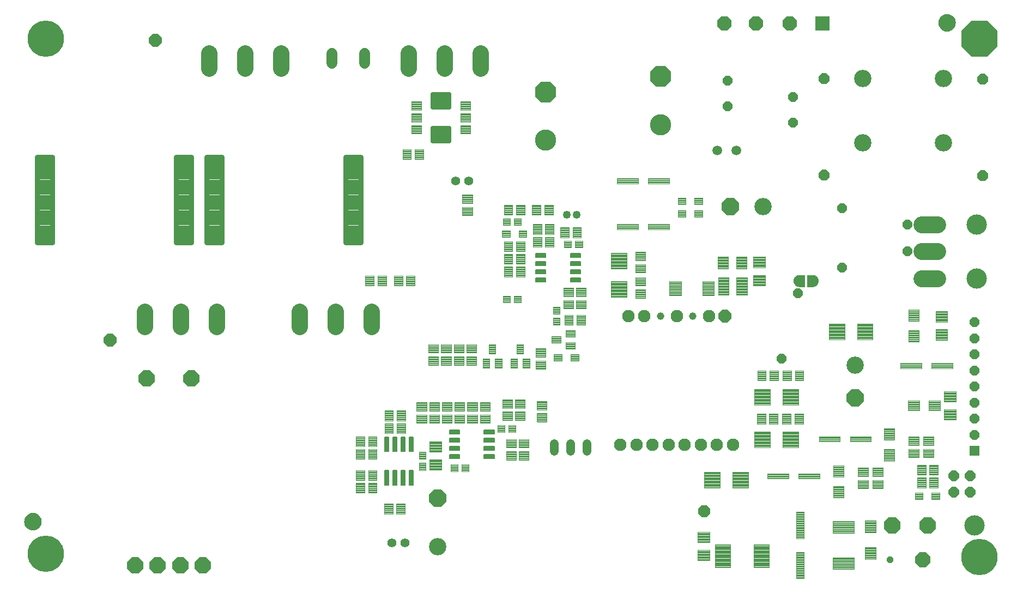
<source format=gts>
G75*
%MOIN*%
%OFA0B0*%
%FSLAX25Y25*%
%IPPOS*%
%LPD*%
%AMOC8*
5,1,8,0,0,1.08239X$1,22.5*
%
%ADD10C,0.10600*%
%ADD11OC8,0.06600*%
%ADD12C,0.10293*%
%ADD13C,0.12411*%
%ADD14OC8,0.06000*%
%ADD15R,0.08868X0.08868*%
%ADD16OC8,0.08868*%
%ADD17C,0.00500*%
%ADD18C,0.00454*%
%ADD19C,0.00457*%
%ADD20C,0.00414*%
%ADD21OC8,0.10600*%
%ADD22OC8,0.07096*%
%ADD23C,0.00455*%
%ADD24C,0.00402*%
%ADD25C,0.00468*%
%ADD26C,0.00461*%
%ADD27C,0.00504*%
%ADD28C,0.00386*%
%ADD29C,0.00448*%
%ADD30C,0.02650*%
%ADD31C,0.00100*%
%ADD32OC8,0.10293*%
%ADD33C,0.00438*%
%ADD34C,0.04931*%
%ADD35C,0.05400*%
%ADD36C,0.09899*%
%ADD37C,0.06600*%
%ADD38C,0.03103*%
%ADD39OC8,0.09899*%
%ADD40C,0.12962*%
%ADD41OC8,0.12962*%
%ADD42C,0.05600*%
%ADD43OC8,0.07687*%
%ADD44OC8,0.09200*%
%ADD45OC8,0.04143*%
%ADD46OC8,0.06506*%
%ADD47R,0.05915X0.05915*%
%ADD48OC8,0.05915*%
%ADD49C,0.00441*%
%ADD50C,0.05915*%
%ADD51C,0.07687*%
%ADD52C,0.04537*%
%ADD53C,0.22254*%
%ADD54OC8,0.22254*%
D10*
X0288977Y0046949D03*
X0544477Y0157713D03*
X0487977Y0254963D03*
X0549013Y0293876D03*
X0598225Y0293876D03*
X0598225Y0333246D03*
X0549013Y0333246D03*
D11*
X0525227Y0333213D03*
X0525227Y0274213D03*
X0622227Y0273713D03*
X0622227Y0332713D03*
D12*
X0594810Y0243972D02*
X0585117Y0243972D01*
X0585117Y0227437D02*
X0594810Y0227437D01*
X0594810Y0210902D02*
X0585117Y0210902D01*
D13*
X0618703Y0210902D03*
X0618703Y0243972D03*
X0617522Y0059720D03*
D14*
X0499477Y0161963D03*
X0509477Y0201963D03*
X0536477Y0217463D03*
X0576477Y0227463D03*
X0576477Y0243713D03*
X0536477Y0253713D03*
X0506477Y0306213D03*
X0506477Y0321713D03*
X0466477Y0316213D03*
X0466477Y0331713D03*
D15*
X0524294Y0366713D03*
D16*
X0504294Y0366713D03*
X0483794Y0366713D03*
X0464294Y0366713D03*
D17*
X0595593Y0367201D02*
X0595669Y0366333D01*
X0595895Y0365491D01*
X0596263Y0364701D01*
X0596763Y0363987D01*
X0597379Y0363371D01*
X0598093Y0362871D01*
X0598883Y0362502D01*
X0599725Y0362277D01*
X0600593Y0362201D01*
X0601461Y0362277D01*
X0602303Y0362502D01*
X0603093Y0362871D01*
X0603807Y0363371D01*
X0604423Y0363987D01*
X0604923Y0364701D01*
X0605292Y0365491D01*
X0605517Y0366333D01*
X0605593Y0367201D01*
X0605517Y0368069D01*
X0605292Y0368911D01*
X0604923Y0369701D01*
X0604423Y0370415D01*
X0603807Y0371031D01*
X0603093Y0371531D01*
X0602303Y0371899D01*
X0601461Y0372125D01*
X0600593Y0372201D01*
X0599725Y0372125D01*
X0598883Y0371899D01*
X0598093Y0371531D01*
X0597379Y0371031D01*
X0596763Y0370415D01*
X0596263Y0369701D01*
X0595895Y0368911D01*
X0595669Y0368069D01*
X0595593Y0367201D01*
X0595595Y0367184D02*
X0605592Y0367184D01*
X0605551Y0367682D02*
X0595635Y0367682D01*
X0595699Y0368181D02*
X0605487Y0368181D01*
X0605354Y0368679D02*
X0595833Y0368679D01*
X0596019Y0369178D02*
X0605167Y0369178D01*
X0604935Y0369676D02*
X0596252Y0369676D01*
X0596595Y0370175D02*
X0604591Y0370175D01*
X0604165Y0370673D02*
X0597022Y0370673D01*
X0597581Y0371172D02*
X0603606Y0371172D01*
X0602794Y0371671D02*
X0598393Y0371671D01*
X0600230Y0372169D02*
X0600956Y0372169D01*
X0605548Y0366685D02*
X0595638Y0366685D01*
X0595708Y0366187D02*
X0605478Y0366187D01*
X0605345Y0365688D02*
X0595842Y0365688D01*
X0596035Y0365190D02*
X0605151Y0365190D01*
X0604917Y0364691D02*
X0596270Y0364691D01*
X0596619Y0364193D02*
X0604568Y0364193D01*
X0604131Y0363694D02*
X0597055Y0363694D01*
X0597629Y0363196D02*
X0603558Y0363196D01*
X0602721Y0362697D02*
X0598465Y0362697D01*
X0045868Y0064583D02*
X0046237Y0063793D01*
X0046462Y0062951D01*
X0046538Y0062083D01*
X0046462Y0061214D01*
X0046237Y0060373D01*
X0045868Y0059583D01*
X0045368Y0058869D01*
X0044752Y0058252D01*
X0044038Y0057753D01*
X0043248Y0057384D01*
X0042406Y0057159D01*
X0041538Y0057083D01*
X0040670Y0057159D01*
X0039828Y0057384D01*
X0039038Y0057753D01*
X0038324Y0058252D01*
X0037708Y0058869D01*
X0037208Y0059583D01*
X0036840Y0060373D01*
X0036614Y0061214D01*
X0036538Y0062083D01*
X0036614Y0062951D01*
X0036840Y0063793D01*
X0037208Y0064583D01*
X0037708Y0065297D01*
X0038324Y0065913D01*
X0039038Y0066413D01*
X0039828Y0066781D01*
X0040670Y0067007D01*
X0041538Y0067083D01*
X0042406Y0067007D01*
X0043248Y0066781D01*
X0044038Y0066413D01*
X0044752Y0065913D01*
X0045368Y0065297D01*
X0045868Y0064583D01*
X0045865Y0064588D02*
X0037211Y0064588D01*
X0036978Y0064089D02*
X0046098Y0064089D01*
X0046291Y0063591D02*
X0036785Y0063591D01*
X0036652Y0063092D02*
X0046424Y0063092D01*
X0046493Y0062594D02*
X0036583Y0062594D01*
X0036539Y0062095D02*
X0046537Y0062095D01*
X0046496Y0061596D02*
X0036581Y0061596D01*
X0036645Y0061098D02*
X0046431Y0061098D01*
X0046297Y0060599D02*
X0036779Y0060599D01*
X0036966Y0060101D02*
X0046110Y0060101D01*
X0045877Y0059602D02*
X0037199Y0059602D01*
X0037543Y0059104D02*
X0045533Y0059104D01*
X0045105Y0058605D02*
X0037971Y0058605D01*
X0038532Y0058107D02*
X0044544Y0058107D01*
X0043729Y0057608D02*
X0039347Y0057608D01*
X0041227Y0057110D02*
X0041849Y0057110D01*
X0045516Y0065086D02*
X0037560Y0065086D01*
X0037996Y0065585D02*
X0045080Y0065585D01*
X0044509Y0066083D02*
X0038567Y0066083D01*
X0039400Y0066582D02*
X0043676Y0066582D01*
X0041567Y0067080D02*
X0041509Y0067080D01*
D18*
X0277686Y0093628D02*
X0277686Y0098104D01*
X0281768Y0098104D01*
X0281768Y0093628D01*
X0277686Y0093628D01*
X0277686Y0094081D02*
X0281768Y0094081D01*
X0281768Y0094534D02*
X0277686Y0094534D01*
X0277686Y0094987D02*
X0281768Y0094987D01*
X0281768Y0095440D02*
X0277686Y0095440D01*
X0277686Y0095893D02*
X0281768Y0095893D01*
X0281768Y0096346D02*
X0277686Y0096346D01*
X0277686Y0096799D02*
X0281768Y0096799D01*
X0281768Y0097252D02*
X0277686Y0097252D01*
X0277686Y0097705D02*
X0281768Y0097705D01*
X0277686Y0100321D02*
X0277686Y0104797D01*
X0281768Y0104797D01*
X0281768Y0100321D01*
X0277686Y0100321D01*
X0277686Y0100774D02*
X0281768Y0100774D01*
X0281768Y0101227D02*
X0277686Y0101227D01*
X0277686Y0101680D02*
X0281768Y0101680D01*
X0281768Y0102133D02*
X0277686Y0102133D01*
X0277686Y0102586D02*
X0281768Y0102586D01*
X0281768Y0103039D02*
X0277686Y0103039D01*
X0277686Y0103492D02*
X0281768Y0103492D01*
X0281768Y0103945D02*
X0277686Y0103945D01*
X0277686Y0104398D02*
X0281768Y0104398D01*
X0296893Y0092922D02*
X0301369Y0092922D01*
X0296893Y0092922D02*
X0296893Y0097004D01*
X0301369Y0097004D01*
X0301369Y0092922D01*
X0301369Y0093375D02*
X0296893Y0093375D01*
X0296893Y0093828D02*
X0301369Y0093828D01*
X0301369Y0094281D02*
X0296893Y0094281D01*
X0296893Y0094734D02*
X0301369Y0094734D01*
X0301369Y0095187D02*
X0296893Y0095187D01*
X0296893Y0095640D02*
X0301369Y0095640D01*
X0301369Y0096093D02*
X0296893Y0096093D01*
X0296893Y0096546D02*
X0301369Y0096546D01*
X0301369Y0096999D02*
X0296893Y0096999D01*
X0303585Y0092922D02*
X0308061Y0092922D01*
X0303585Y0092922D02*
X0303585Y0097004D01*
X0308061Y0097004D01*
X0308061Y0092922D01*
X0308061Y0093375D02*
X0303585Y0093375D01*
X0303585Y0093828D02*
X0308061Y0093828D01*
X0308061Y0094281D02*
X0303585Y0094281D01*
X0303585Y0094734D02*
X0308061Y0094734D01*
X0308061Y0095187D02*
X0303585Y0095187D01*
X0303585Y0095640D02*
X0308061Y0095640D01*
X0308061Y0096093D02*
X0303585Y0096093D01*
X0303585Y0096546D02*
X0308061Y0096546D01*
X0308061Y0096999D02*
X0303585Y0096999D01*
X0325643Y0116922D02*
X0330119Y0116922D01*
X0325643Y0116922D02*
X0325643Y0121004D01*
X0330119Y0121004D01*
X0330119Y0116922D01*
X0330119Y0117375D02*
X0325643Y0117375D01*
X0325643Y0117828D02*
X0330119Y0117828D01*
X0330119Y0118281D02*
X0325643Y0118281D01*
X0325643Y0118734D02*
X0330119Y0118734D01*
X0330119Y0119187D02*
X0325643Y0119187D01*
X0325643Y0119640D02*
X0330119Y0119640D01*
X0330119Y0120093D02*
X0325643Y0120093D01*
X0325643Y0120546D02*
X0330119Y0120546D01*
X0330119Y0120999D02*
X0325643Y0120999D01*
X0332335Y0116922D02*
X0336811Y0116922D01*
X0332335Y0116922D02*
X0332335Y0121004D01*
X0336811Y0121004D01*
X0336811Y0116922D01*
X0336811Y0117375D02*
X0332335Y0117375D01*
X0332335Y0117828D02*
X0336811Y0117828D01*
X0336811Y0118281D02*
X0332335Y0118281D01*
X0332335Y0118734D02*
X0336811Y0118734D01*
X0336811Y0119187D02*
X0332335Y0119187D01*
X0332335Y0119640D02*
X0336811Y0119640D01*
X0336811Y0120093D02*
X0332335Y0120093D01*
X0332335Y0120546D02*
X0336811Y0120546D01*
X0336811Y0120999D02*
X0332335Y0120999D01*
X0333696Y0156053D02*
X0337778Y0156053D01*
X0333696Y0156053D02*
X0333696Y0161711D01*
X0337778Y0161711D01*
X0337778Y0156053D01*
X0337778Y0156506D02*
X0333696Y0156506D01*
X0333696Y0156959D02*
X0337778Y0156959D01*
X0337778Y0157412D02*
X0333696Y0157412D01*
X0333696Y0157865D02*
X0337778Y0157865D01*
X0337778Y0158318D02*
X0333696Y0158318D01*
X0333696Y0158771D02*
X0337778Y0158771D01*
X0337778Y0159224D02*
X0333696Y0159224D01*
X0333696Y0159677D02*
X0337778Y0159677D01*
X0337778Y0160130D02*
X0333696Y0160130D01*
X0333696Y0160583D02*
X0337778Y0160583D01*
X0337778Y0161036D02*
X0333696Y0161036D01*
X0333696Y0161489D02*
X0337778Y0161489D01*
X0341176Y0156053D02*
X0345258Y0156053D01*
X0341176Y0156053D02*
X0341176Y0161711D01*
X0345258Y0161711D01*
X0345258Y0156053D01*
X0345258Y0156506D02*
X0341176Y0156506D01*
X0341176Y0156959D02*
X0345258Y0156959D01*
X0345258Y0157412D02*
X0341176Y0157412D01*
X0341176Y0157865D02*
X0345258Y0157865D01*
X0345258Y0158318D02*
X0341176Y0158318D01*
X0341176Y0158771D02*
X0345258Y0158771D01*
X0345258Y0159224D02*
X0341176Y0159224D01*
X0341176Y0159677D02*
X0345258Y0159677D01*
X0345258Y0160130D02*
X0341176Y0160130D01*
X0341176Y0160583D02*
X0345258Y0160583D01*
X0345258Y0161036D02*
X0341176Y0161036D01*
X0341176Y0161489D02*
X0345258Y0161489D01*
X0341518Y0164714D02*
X0337436Y0164714D01*
X0337436Y0170372D01*
X0341518Y0170372D01*
X0341518Y0164714D01*
X0341518Y0165167D02*
X0337436Y0165167D01*
X0337436Y0165620D02*
X0341518Y0165620D01*
X0341518Y0166073D02*
X0337436Y0166073D01*
X0337436Y0166526D02*
X0341518Y0166526D01*
X0341518Y0166979D02*
X0337436Y0166979D01*
X0337436Y0167432D02*
X0341518Y0167432D01*
X0341518Y0167885D02*
X0337436Y0167885D01*
X0337436Y0168338D02*
X0341518Y0168338D01*
X0341518Y0168791D02*
X0337436Y0168791D01*
X0337436Y0169244D02*
X0341518Y0169244D01*
X0341518Y0169697D02*
X0337436Y0169697D01*
X0337436Y0170150D02*
X0341518Y0170150D01*
X0328258Y0156053D02*
X0324176Y0156053D01*
X0324176Y0161711D01*
X0328258Y0161711D01*
X0328258Y0156053D01*
X0328258Y0156506D02*
X0324176Y0156506D01*
X0324176Y0156959D02*
X0328258Y0156959D01*
X0328258Y0157412D02*
X0324176Y0157412D01*
X0324176Y0157865D02*
X0328258Y0157865D01*
X0328258Y0158318D02*
X0324176Y0158318D01*
X0324176Y0158771D02*
X0328258Y0158771D01*
X0328258Y0159224D02*
X0324176Y0159224D01*
X0324176Y0159677D02*
X0328258Y0159677D01*
X0328258Y0160130D02*
X0324176Y0160130D01*
X0324176Y0160583D02*
X0328258Y0160583D01*
X0328258Y0161036D02*
X0324176Y0161036D01*
X0324176Y0161489D02*
X0328258Y0161489D01*
X0324518Y0164714D02*
X0320436Y0164714D01*
X0320436Y0170372D01*
X0324518Y0170372D01*
X0324518Y0164714D01*
X0324518Y0165167D02*
X0320436Y0165167D01*
X0320436Y0165620D02*
X0324518Y0165620D01*
X0324518Y0166073D02*
X0320436Y0166073D01*
X0320436Y0166526D02*
X0324518Y0166526D01*
X0324518Y0166979D02*
X0320436Y0166979D01*
X0320436Y0167432D02*
X0324518Y0167432D01*
X0324518Y0167885D02*
X0320436Y0167885D01*
X0320436Y0168338D02*
X0324518Y0168338D01*
X0324518Y0168791D02*
X0320436Y0168791D01*
X0320436Y0169244D02*
X0324518Y0169244D01*
X0324518Y0169697D02*
X0320436Y0169697D01*
X0320436Y0170150D02*
X0324518Y0170150D01*
X0320778Y0156053D02*
X0316696Y0156053D01*
X0316696Y0161711D01*
X0320778Y0161711D01*
X0320778Y0156053D01*
X0320778Y0156506D02*
X0316696Y0156506D01*
X0316696Y0156959D02*
X0320778Y0156959D01*
X0320778Y0157412D02*
X0316696Y0157412D01*
X0316696Y0157865D02*
X0320778Y0157865D01*
X0320778Y0158318D02*
X0316696Y0158318D01*
X0316696Y0158771D02*
X0320778Y0158771D01*
X0320778Y0159224D02*
X0316696Y0159224D01*
X0316696Y0159677D02*
X0320778Y0159677D01*
X0320778Y0160130D02*
X0316696Y0160130D01*
X0316696Y0160583D02*
X0320778Y0160583D01*
X0320778Y0161036D02*
X0316696Y0161036D01*
X0316696Y0161489D02*
X0320778Y0161489D01*
X0360174Y0160422D02*
X0365044Y0160422D01*
X0360174Y0160422D02*
X0360174Y0164504D01*
X0365044Y0164504D01*
X0365044Y0160422D01*
X0365044Y0160875D02*
X0360174Y0160875D01*
X0360174Y0161328D02*
X0365044Y0161328D01*
X0365044Y0161781D02*
X0360174Y0161781D01*
X0360174Y0162234D02*
X0365044Y0162234D01*
X0365044Y0162687D02*
X0360174Y0162687D01*
X0360174Y0163140D02*
X0365044Y0163140D01*
X0365044Y0163593D02*
X0360174Y0163593D01*
X0360174Y0164046D02*
X0365044Y0164046D01*
X0365044Y0164499D02*
X0360174Y0164499D01*
X0373137Y0167681D02*
X0373137Y0171763D01*
X0373137Y0167681D02*
X0367479Y0167681D01*
X0367479Y0171763D01*
X0373137Y0171763D01*
X0373137Y0168134D02*
X0367479Y0168134D01*
X0367479Y0168587D02*
X0373137Y0168587D01*
X0373137Y0169040D02*
X0367479Y0169040D01*
X0367479Y0169493D02*
X0373137Y0169493D01*
X0373137Y0169946D02*
X0367479Y0169946D01*
X0367479Y0170399D02*
X0373137Y0170399D01*
X0373137Y0170852D02*
X0367479Y0170852D01*
X0367479Y0171305D02*
X0373137Y0171305D01*
X0373137Y0171758D02*
X0367479Y0171758D01*
X0364475Y0171422D02*
X0364475Y0175504D01*
X0364475Y0171422D02*
X0358817Y0171422D01*
X0358817Y0175504D01*
X0364475Y0175504D01*
X0364475Y0171875D02*
X0358817Y0171875D01*
X0358817Y0172328D02*
X0364475Y0172328D01*
X0364475Y0172781D02*
X0358817Y0172781D01*
X0358817Y0173234D02*
X0364475Y0173234D01*
X0364475Y0173687D02*
X0358817Y0173687D01*
X0358817Y0174140D02*
X0364475Y0174140D01*
X0364475Y0174593D02*
X0358817Y0174593D01*
X0358817Y0175046D02*
X0364475Y0175046D01*
X0364475Y0175499D02*
X0358817Y0175499D01*
X0363768Y0182378D02*
X0363768Y0186854D01*
X0363768Y0182378D02*
X0359686Y0182378D01*
X0359686Y0186854D01*
X0363768Y0186854D01*
X0363768Y0182831D02*
X0359686Y0182831D01*
X0359686Y0183284D02*
X0363768Y0183284D01*
X0363768Y0183737D02*
X0359686Y0183737D01*
X0359686Y0184190D02*
X0363768Y0184190D01*
X0363768Y0184643D02*
X0359686Y0184643D01*
X0359686Y0185096D02*
X0363768Y0185096D01*
X0363768Y0185549D02*
X0359686Y0185549D01*
X0359686Y0186002D02*
X0363768Y0186002D01*
X0363768Y0186455D02*
X0359686Y0186455D01*
X0363768Y0189071D02*
X0363768Y0193547D01*
X0363768Y0189071D02*
X0359686Y0189071D01*
X0359686Y0193547D01*
X0363768Y0193547D01*
X0363768Y0189524D02*
X0359686Y0189524D01*
X0359686Y0189977D02*
X0363768Y0189977D01*
X0363768Y0190430D02*
X0359686Y0190430D01*
X0359686Y0190883D02*
X0363768Y0190883D01*
X0363768Y0191336D02*
X0359686Y0191336D01*
X0359686Y0191789D02*
X0363768Y0191789D01*
X0363768Y0192242D02*
X0359686Y0192242D01*
X0359686Y0192695D02*
X0363768Y0192695D01*
X0363768Y0193148D02*
X0359686Y0193148D01*
X0373137Y0179244D02*
X0373137Y0175162D01*
X0367479Y0175162D01*
X0367479Y0179244D01*
X0373137Y0179244D01*
X0373137Y0175615D02*
X0367479Y0175615D01*
X0367479Y0176068D02*
X0373137Y0176068D01*
X0373137Y0176521D02*
X0367479Y0176521D01*
X0367479Y0176974D02*
X0373137Y0176974D01*
X0373137Y0177427D02*
X0367479Y0177427D01*
X0367479Y0177880D02*
X0373137Y0177880D01*
X0373137Y0178333D02*
X0367479Y0178333D01*
X0367479Y0178786D02*
X0373137Y0178786D01*
X0373137Y0179239D02*
X0367479Y0179239D01*
X0370410Y0160422D02*
X0375280Y0160422D01*
X0370410Y0160422D02*
X0370410Y0164504D01*
X0375280Y0164504D01*
X0375280Y0160422D01*
X0375280Y0160875D02*
X0370410Y0160875D01*
X0370410Y0161328D02*
X0375280Y0161328D01*
X0375280Y0161781D02*
X0370410Y0161781D01*
X0370410Y0162234D02*
X0375280Y0162234D01*
X0375280Y0162687D02*
X0370410Y0162687D01*
X0370410Y0163140D02*
X0375280Y0163140D01*
X0375280Y0163593D02*
X0370410Y0163593D01*
X0370410Y0164046D02*
X0375280Y0164046D01*
X0375280Y0164499D02*
X0370410Y0164499D01*
X0340061Y0200254D02*
X0335585Y0200254D01*
X0340061Y0200254D02*
X0340061Y0196172D01*
X0335585Y0196172D01*
X0335585Y0200254D01*
X0335585Y0196625D02*
X0340061Y0196625D01*
X0340061Y0197078D02*
X0335585Y0197078D01*
X0335585Y0197531D02*
X0340061Y0197531D01*
X0340061Y0197984D02*
X0335585Y0197984D01*
X0335585Y0198437D02*
X0340061Y0198437D01*
X0340061Y0198890D02*
X0335585Y0198890D01*
X0335585Y0199343D02*
X0340061Y0199343D01*
X0340061Y0199796D02*
X0335585Y0199796D01*
X0335585Y0200249D02*
X0340061Y0200249D01*
X0333369Y0200254D02*
X0328893Y0200254D01*
X0333369Y0200254D02*
X0333369Y0196172D01*
X0328893Y0196172D01*
X0328893Y0200254D01*
X0328893Y0196625D02*
X0333369Y0196625D01*
X0333369Y0197078D02*
X0328893Y0197078D01*
X0328893Y0197531D02*
X0333369Y0197531D01*
X0333369Y0197984D02*
X0328893Y0197984D01*
X0328893Y0198437D02*
X0333369Y0198437D01*
X0333369Y0198890D02*
X0328893Y0198890D01*
X0328893Y0199343D02*
X0333369Y0199343D01*
X0333369Y0199796D02*
X0328893Y0199796D01*
X0328893Y0200249D02*
X0333369Y0200249D01*
X0366393Y0233754D02*
X0370869Y0233754D01*
X0370869Y0229672D01*
X0366393Y0229672D01*
X0366393Y0233754D01*
X0366393Y0230125D02*
X0370869Y0230125D01*
X0370869Y0230578D02*
X0366393Y0230578D01*
X0366393Y0231031D02*
X0370869Y0231031D01*
X0370869Y0231484D02*
X0366393Y0231484D01*
X0366393Y0231937D02*
X0370869Y0231937D01*
X0370869Y0232390D02*
X0366393Y0232390D01*
X0366393Y0232843D02*
X0370869Y0232843D01*
X0370869Y0233296D02*
X0366393Y0233296D01*
X0366393Y0233749D02*
X0370869Y0233749D01*
X0373085Y0233754D02*
X0377561Y0233754D01*
X0377561Y0229672D01*
X0373085Y0229672D01*
X0373085Y0233754D01*
X0373085Y0230125D02*
X0377561Y0230125D01*
X0377561Y0230578D02*
X0373085Y0230578D01*
X0373085Y0231031D02*
X0377561Y0231031D01*
X0377561Y0231484D02*
X0373085Y0231484D01*
X0373085Y0231937D02*
X0377561Y0231937D01*
X0377561Y0232390D02*
X0373085Y0232390D01*
X0373085Y0232843D02*
X0377561Y0232843D01*
X0377561Y0233296D02*
X0373085Y0233296D01*
X0373085Y0233749D02*
X0377561Y0233749D01*
X0343530Y0236172D02*
X0338660Y0236172D01*
X0338660Y0240254D01*
X0343530Y0240254D01*
X0343530Y0236172D01*
X0343530Y0236625D02*
X0338660Y0236625D01*
X0338660Y0237078D02*
X0343530Y0237078D01*
X0343530Y0237531D02*
X0338660Y0237531D01*
X0338660Y0237984D02*
X0343530Y0237984D01*
X0343530Y0238437D02*
X0338660Y0238437D01*
X0338660Y0238890D02*
X0343530Y0238890D01*
X0343530Y0239343D02*
X0338660Y0239343D01*
X0338660Y0239796D02*
X0343530Y0239796D01*
X0343530Y0240249D02*
X0338660Y0240249D01*
X0340061Y0247504D02*
X0335585Y0247504D01*
X0340061Y0247504D02*
X0340061Y0243422D01*
X0335585Y0243422D01*
X0335585Y0247504D01*
X0335585Y0243875D02*
X0340061Y0243875D01*
X0340061Y0244328D02*
X0335585Y0244328D01*
X0335585Y0244781D02*
X0340061Y0244781D01*
X0340061Y0245234D02*
X0335585Y0245234D01*
X0335585Y0245687D02*
X0340061Y0245687D01*
X0340061Y0246140D02*
X0335585Y0246140D01*
X0335585Y0246593D02*
X0340061Y0246593D01*
X0340061Y0247046D02*
X0335585Y0247046D01*
X0335585Y0247499D02*
X0340061Y0247499D01*
X0333369Y0247504D02*
X0328893Y0247504D01*
X0333369Y0247504D02*
X0333369Y0243422D01*
X0328893Y0243422D01*
X0328893Y0247504D01*
X0328893Y0243875D02*
X0333369Y0243875D01*
X0333369Y0244328D02*
X0328893Y0244328D01*
X0328893Y0244781D02*
X0333369Y0244781D01*
X0333369Y0245234D02*
X0328893Y0245234D01*
X0328893Y0245687D02*
X0333369Y0245687D01*
X0333369Y0246140D02*
X0328893Y0246140D01*
X0328893Y0246593D02*
X0333369Y0246593D01*
X0333369Y0247046D02*
X0328893Y0247046D01*
X0328893Y0247499D02*
X0333369Y0247499D01*
X0333294Y0236172D02*
X0328424Y0236172D01*
X0328424Y0240254D01*
X0333294Y0240254D01*
X0333294Y0236172D01*
X0333294Y0236625D02*
X0328424Y0236625D01*
X0328424Y0237078D02*
X0333294Y0237078D01*
X0333294Y0237531D02*
X0328424Y0237531D01*
X0328424Y0237984D02*
X0333294Y0237984D01*
X0333294Y0238437D02*
X0328424Y0238437D01*
X0328424Y0238890D02*
X0333294Y0238890D01*
X0333294Y0239343D02*
X0328424Y0239343D01*
X0328424Y0239796D02*
X0333294Y0239796D01*
X0333294Y0240249D02*
X0328424Y0240249D01*
X0435924Y0252504D02*
X0440794Y0252504D01*
X0440794Y0248422D01*
X0435924Y0248422D01*
X0435924Y0252504D01*
X0435924Y0248875D02*
X0440794Y0248875D01*
X0440794Y0249328D02*
X0435924Y0249328D01*
X0435924Y0249781D02*
X0440794Y0249781D01*
X0440794Y0250234D02*
X0435924Y0250234D01*
X0435924Y0250687D02*
X0440794Y0250687D01*
X0440794Y0251140D02*
X0435924Y0251140D01*
X0435924Y0251593D02*
X0440794Y0251593D01*
X0440794Y0252046D02*
X0435924Y0252046D01*
X0435924Y0252499D02*
X0440794Y0252499D01*
X0440794Y0260254D02*
X0435924Y0260254D01*
X0440794Y0260254D02*
X0440794Y0256172D01*
X0435924Y0256172D01*
X0435924Y0260254D01*
X0435924Y0256625D02*
X0440794Y0256625D01*
X0440794Y0257078D02*
X0435924Y0257078D01*
X0435924Y0257531D02*
X0440794Y0257531D01*
X0440794Y0257984D02*
X0435924Y0257984D01*
X0435924Y0258437D02*
X0440794Y0258437D01*
X0440794Y0258890D02*
X0435924Y0258890D01*
X0435924Y0259343D02*
X0440794Y0259343D01*
X0440794Y0259796D02*
X0435924Y0259796D01*
X0435924Y0260249D02*
X0440794Y0260249D01*
X0446160Y0260254D02*
X0451030Y0260254D01*
X0451030Y0256172D01*
X0446160Y0256172D01*
X0446160Y0260254D01*
X0446160Y0256625D02*
X0451030Y0256625D01*
X0451030Y0257078D02*
X0446160Y0257078D01*
X0446160Y0257531D02*
X0451030Y0257531D01*
X0451030Y0257984D02*
X0446160Y0257984D01*
X0446160Y0258437D02*
X0451030Y0258437D01*
X0451030Y0258890D02*
X0446160Y0258890D01*
X0446160Y0259343D02*
X0451030Y0259343D01*
X0451030Y0259796D02*
X0446160Y0259796D01*
X0446160Y0260249D02*
X0451030Y0260249D01*
X0451030Y0252504D02*
X0446160Y0252504D01*
X0451030Y0252504D02*
X0451030Y0248422D01*
X0446160Y0248422D01*
X0446160Y0252504D01*
X0446160Y0248875D02*
X0451030Y0248875D01*
X0451030Y0249328D02*
X0446160Y0249328D01*
X0446160Y0249781D02*
X0451030Y0249781D01*
X0451030Y0250234D02*
X0446160Y0250234D01*
X0446160Y0250687D02*
X0451030Y0250687D01*
X0451030Y0251140D02*
X0446160Y0251140D01*
X0446160Y0251593D02*
X0451030Y0251593D01*
X0451030Y0252046D02*
X0446160Y0252046D01*
X0446160Y0252499D02*
X0451030Y0252499D01*
X0580924Y0075672D02*
X0585794Y0075672D01*
X0580924Y0075672D02*
X0580924Y0079754D01*
X0585794Y0079754D01*
X0585794Y0075672D01*
X0585794Y0076125D02*
X0580924Y0076125D01*
X0580924Y0076578D02*
X0585794Y0076578D01*
X0585794Y0077031D02*
X0580924Y0077031D01*
X0580924Y0077484D02*
X0585794Y0077484D01*
X0585794Y0077937D02*
X0580924Y0077937D01*
X0580924Y0078390D02*
X0585794Y0078390D01*
X0585794Y0078843D02*
X0580924Y0078843D01*
X0580924Y0079296D02*
X0585794Y0079296D01*
X0585794Y0079749D02*
X0580924Y0079749D01*
X0591160Y0075672D02*
X0596030Y0075672D01*
X0591160Y0075672D02*
X0591160Y0079754D01*
X0596030Y0079754D01*
X0596030Y0075672D01*
X0596030Y0076125D02*
X0591160Y0076125D01*
X0591160Y0076578D02*
X0596030Y0076578D01*
X0596030Y0077031D02*
X0591160Y0077031D01*
X0591160Y0077484D02*
X0596030Y0077484D01*
X0596030Y0077937D02*
X0591160Y0077937D01*
X0591160Y0078390D02*
X0596030Y0078390D01*
X0596030Y0078843D02*
X0591160Y0078843D01*
X0591160Y0079296D02*
X0596030Y0079296D01*
X0596030Y0079749D02*
X0591160Y0079749D01*
D19*
X0589836Y0082938D02*
X0595098Y0082938D01*
X0589836Y0082938D02*
X0589836Y0088988D01*
X0595098Y0088988D01*
X0595098Y0082938D01*
X0595098Y0083394D02*
X0589836Y0083394D01*
X0589836Y0083850D02*
X0595098Y0083850D01*
X0595098Y0084306D02*
X0589836Y0084306D01*
X0589836Y0084762D02*
X0595098Y0084762D01*
X0595098Y0085218D02*
X0589836Y0085218D01*
X0589836Y0085674D02*
X0595098Y0085674D01*
X0595098Y0086130D02*
X0589836Y0086130D01*
X0589836Y0086586D02*
X0595098Y0086586D01*
X0595098Y0087042D02*
X0589836Y0087042D01*
X0589836Y0087498D02*
X0595098Y0087498D01*
X0595098Y0087954D02*
X0589836Y0087954D01*
X0589836Y0088410D02*
X0595098Y0088410D01*
X0595098Y0088866D02*
X0589836Y0088866D01*
X0589836Y0090688D02*
X0595098Y0090688D01*
X0589836Y0090688D02*
X0589836Y0096738D01*
X0595098Y0096738D01*
X0595098Y0090688D01*
X0595098Y0091144D02*
X0589836Y0091144D01*
X0589836Y0091600D02*
X0595098Y0091600D01*
X0595098Y0092056D02*
X0589836Y0092056D01*
X0589836Y0092512D02*
X0595098Y0092512D01*
X0595098Y0092968D02*
X0589836Y0092968D01*
X0589836Y0093424D02*
X0595098Y0093424D01*
X0595098Y0093880D02*
X0589836Y0093880D01*
X0589836Y0094336D02*
X0595098Y0094336D01*
X0595098Y0094792D02*
X0589836Y0094792D01*
X0589836Y0095248D02*
X0595098Y0095248D01*
X0595098Y0095704D02*
X0589836Y0095704D01*
X0589836Y0096160D02*
X0595098Y0096160D01*
X0595098Y0096616D02*
X0589836Y0096616D01*
X0587618Y0090688D02*
X0582356Y0090688D01*
X0582356Y0096738D01*
X0587618Y0096738D01*
X0587618Y0090688D01*
X0587618Y0091144D02*
X0582356Y0091144D01*
X0582356Y0091600D02*
X0587618Y0091600D01*
X0587618Y0092056D02*
X0582356Y0092056D01*
X0582356Y0092512D02*
X0587618Y0092512D01*
X0587618Y0092968D02*
X0582356Y0092968D01*
X0582356Y0093424D02*
X0587618Y0093424D01*
X0587618Y0093880D02*
X0582356Y0093880D01*
X0582356Y0094336D02*
X0587618Y0094336D01*
X0587618Y0094792D02*
X0582356Y0094792D01*
X0582356Y0095248D02*
X0587618Y0095248D01*
X0587618Y0095704D02*
X0582356Y0095704D01*
X0582356Y0096160D02*
X0587618Y0096160D01*
X0587618Y0096616D02*
X0582356Y0096616D01*
X0577202Y0101341D02*
X0577202Y0106603D01*
X0583252Y0106603D01*
X0583252Y0101341D01*
X0577202Y0101341D01*
X0577202Y0101797D02*
X0583252Y0101797D01*
X0583252Y0102253D02*
X0577202Y0102253D01*
X0577202Y0102709D02*
X0583252Y0102709D01*
X0583252Y0103165D02*
X0577202Y0103165D01*
X0577202Y0103621D02*
X0583252Y0103621D01*
X0583252Y0104077D02*
X0577202Y0104077D01*
X0577202Y0104533D02*
X0583252Y0104533D01*
X0583252Y0104989D02*
X0577202Y0104989D01*
X0577202Y0105445D02*
X0583252Y0105445D01*
X0583252Y0105901D02*
X0577202Y0105901D01*
X0577202Y0106357D02*
X0583252Y0106357D01*
X0586202Y0106603D02*
X0586202Y0101341D01*
X0586202Y0106603D02*
X0592252Y0106603D01*
X0592252Y0101341D01*
X0586202Y0101341D01*
X0586202Y0101797D02*
X0592252Y0101797D01*
X0592252Y0102253D02*
X0586202Y0102253D01*
X0586202Y0102709D02*
X0592252Y0102709D01*
X0592252Y0103165D02*
X0586202Y0103165D01*
X0586202Y0103621D02*
X0592252Y0103621D01*
X0592252Y0104077D02*
X0586202Y0104077D01*
X0586202Y0104533D02*
X0592252Y0104533D01*
X0592252Y0104989D02*
X0586202Y0104989D01*
X0586202Y0105445D02*
X0592252Y0105445D01*
X0592252Y0105901D02*
X0586202Y0105901D01*
X0586202Y0106357D02*
X0592252Y0106357D01*
X0586202Y0108822D02*
X0586202Y0114084D01*
X0592252Y0114084D01*
X0592252Y0108822D01*
X0586202Y0108822D01*
X0586202Y0109278D02*
X0592252Y0109278D01*
X0592252Y0109734D02*
X0586202Y0109734D01*
X0586202Y0110190D02*
X0592252Y0110190D01*
X0592252Y0110646D02*
X0586202Y0110646D01*
X0586202Y0111102D02*
X0592252Y0111102D01*
X0592252Y0111558D02*
X0586202Y0111558D01*
X0586202Y0112014D02*
X0592252Y0112014D01*
X0592252Y0112470D02*
X0586202Y0112470D01*
X0586202Y0112926D02*
X0592252Y0112926D01*
X0592252Y0113382D02*
X0586202Y0113382D01*
X0586202Y0113838D02*
X0592252Y0113838D01*
X0577202Y0114084D02*
X0577202Y0108822D01*
X0577202Y0114084D02*
X0583252Y0114084D01*
X0583252Y0108822D01*
X0577202Y0108822D01*
X0577202Y0109278D02*
X0583252Y0109278D01*
X0583252Y0109734D02*
X0577202Y0109734D01*
X0577202Y0110190D02*
X0583252Y0110190D01*
X0583252Y0110646D02*
X0577202Y0110646D01*
X0577202Y0111102D02*
X0583252Y0111102D01*
X0583252Y0111558D02*
X0577202Y0111558D01*
X0577202Y0112014D02*
X0583252Y0112014D01*
X0583252Y0112470D02*
X0577202Y0112470D01*
X0577202Y0112926D02*
X0583252Y0112926D01*
X0583252Y0113382D02*
X0577202Y0113382D01*
X0577202Y0113838D02*
X0583252Y0113838D01*
X0561252Y0095084D02*
X0561252Y0089822D01*
X0555202Y0089822D01*
X0555202Y0095084D01*
X0561252Y0095084D01*
X0561252Y0090278D02*
X0555202Y0090278D01*
X0555202Y0090734D02*
X0561252Y0090734D01*
X0561252Y0091190D02*
X0555202Y0091190D01*
X0555202Y0091646D02*
X0561252Y0091646D01*
X0561252Y0092102D02*
X0555202Y0092102D01*
X0555202Y0092558D02*
X0561252Y0092558D01*
X0561252Y0093014D02*
X0555202Y0093014D01*
X0555202Y0093470D02*
X0561252Y0093470D01*
X0561252Y0093926D02*
X0555202Y0093926D01*
X0555202Y0094382D02*
X0561252Y0094382D01*
X0561252Y0094838D02*
X0555202Y0094838D01*
X0552252Y0095084D02*
X0552252Y0089822D01*
X0546202Y0089822D01*
X0546202Y0095084D01*
X0552252Y0095084D01*
X0552252Y0090278D02*
X0546202Y0090278D01*
X0546202Y0090734D02*
X0552252Y0090734D01*
X0552252Y0091190D02*
X0546202Y0091190D01*
X0546202Y0091646D02*
X0552252Y0091646D01*
X0552252Y0092102D02*
X0546202Y0092102D01*
X0546202Y0092558D02*
X0552252Y0092558D01*
X0552252Y0093014D02*
X0546202Y0093014D01*
X0546202Y0093470D02*
X0552252Y0093470D01*
X0552252Y0093926D02*
X0546202Y0093926D01*
X0546202Y0094382D02*
X0552252Y0094382D01*
X0552252Y0094838D02*
X0546202Y0094838D01*
X0552252Y0087603D02*
X0552252Y0082341D01*
X0546202Y0082341D01*
X0546202Y0087603D01*
X0552252Y0087603D01*
X0552252Y0082797D02*
X0546202Y0082797D01*
X0546202Y0083253D02*
X0552252Y0083253D01*
X0552252Y0083709D02*
X0546202Y0083709D01*
X0546202Y0084165D02*
X0552252Y0084165D01*
X0552252Y0084621D02*
X0546202Y0084621D01*
X0546202Y0085077D02*
X0552252Y0085077D01*
X0552252Y0085533D02*
X0546202Y0085533D01*
X0546202Y0085989D02*
X0552252Y0085989D01*
X0552252Y0086445D02*
X0546202Y0086445D01*
X0546202Y0086901D02*
X0552252Y0086901D01*
X0552252Y0087357D02*
X0546202Y0087357D01*
X0561252Y0087603D02*
X0561252Y0082341D01*
X0555202Y0082341D01*
X0555202Y0087603D01*
X0561252Y0087603D01*
X0561252Y0082797D02*
X0555202Y0082797D01*
X0555202Y0083253D02*
X0561252Y0083253D01*
X0561252Y0083709D02*
X0555202Y0083709D01*
X0555202Y0084165D02*
X0561252Y0084165D01*
X0561252Y0084621D02*
X0555202Y0084621D01*
X0555202Y0085077D02*
X0561252Y0085077D01*
X0561252Y0085533D02*
X0555202Y0085533D01*
X0555202Y0085989D02*
X0561252Y0085989D01*
X0561252Y0086445D02*
X0555202Y0086445D01*
X0555202Y0086901D02*
X0561252Y0086901D01*
X0561252Y0087357D02*
X0555202Y0087357D01*
X0582356Y0082938D02*
X0587618Y0082938D01*
X0582356Y0082938D02*
X0582356Y0088988D01*
X0587618Y0088988D01*
X0587618Y0082938D01*
X0587618Y0083394D02*
X0582356Y0083394D01*
X0582356Y0083850D02*
X0587618Y0083850D01*
X0587618Y0084306D02*
X0582356Y0084306D01*
X0582356Y0084762D02*
X0587618Y0084762D01*
X0587618Y0085218D02*
X0582356Y0085218D01*
X0582356Y0085674D02*
X0587618Y0085674D01*
X0587618Y0086130D02*
X0582356Y0086130D01*
X0582356Y0086586D02*
X0587618Y0086586D01*
X0587618Y0087042D02*
X0582356Y0087042D01*
X0582356Y0087498D02*
X0587618Y0087498D01*
X0587618Y0087954D02*
X0582356Y0087954D01*
X0582356Y0088410D02*
X0587618Y0088410D01*
X0587618Y0088866D02*
X0582356Y0088866D01*
X0512598Y0127988D02*
X0507336Y0127988D01*
X0512598Y0127988D02*
X0512598Y0121938D01*
X0507336Y0121938D01*
X0507336Y0127988D01*
X0507336Y0122394D02*
X0512598Y0122394D01*
X0512598Y0122850D02*
X0507336Y0122850D01*
X0507336Y0123306D02*
X0512598Y0123306D01*
X0512598Y0123762D02*
X0507336Y0123762D01*
X0507336Y0124218D02*
X0512598Y0124218D01*
X0512598Y0124674D02*
X0507336Y0124674D01*
X0507336Y0125130D02*
X0512598Y0125130D01*
X0512598Y0125586D02*
X0507336Y0125586D01*
X0507336Y0126042D02*
X0512598Y0126042D01*
X0512598Y0126498D02*
X0507336Y0126498D01*
X0507336Y0126954D02*
X0512598Y0126954D01*
X0512598Y0127410D02*
X0507336Y0127410D01*
X0507336Y0127866D02*
X0512598Y0127866D01*
X0505118Y0127988D02*
X0499856Y0127988D01*
X0505118Y0127988D02*
X0505118Y0121938D01*
X0499856Y0121938D01*
X0499856Y0127988D01*
X0499856Y0122394D02*
X0505118Y0122394D01*
X0505118Y0122850D02*
X0499856Y0122850D01*
X0499856Y0123306D02*
X0505118Y0123306D01*
X0505118Y0123762D02*
X0499856Y0123762D01*
X0499856Y0124218D02*
X0505118Y0124218D01*
X0505118Y0124674D02*
X0499856Y0124674D01*
X0499856Y0125130D02*
X0505118Y0125130D01*
X0505118Y0125586D02*
X0499856Y0125586D01*
X0499856Y0126042D02*
X0505118Y0126042D01*
X0505118Y0126498D02*
X0499856Y0126498D01*
X0499856Y0126954D02*
X0505118Y0126954D01*
X0505118Y0127410D02*
X0499856Y0127410D01*
X0499856Y0127866D02*
X0505118Y0127866D01*
X0497098Y0127988D02*
X0491836Y0127988D01*
X0497098Y0127988D02*
X0497098Y0121938D01*
X0491836Y0121938D01*
X0491836Y0127988D01*
X0491836Y0122394D02*
X0497098Y0122394D01*
X0497098Y0122850D02*
X0491836Y0122850D01*
X0491836Y0123306D02*
X0497098Y0123306D01*
X0497098Y0123762D02*
X0491836Y0123762D01*
X0491836Y0124218D02*
X0497098Y0124218D01*
X0497098Y0124674D02*
X0491836Y0124674D01*
X0491836Y0125130D02*
X0497098Y0125130D01*
X0497098Y0125586D02*
X0491836Y0125586D01*
X0491836Y0126042D02*
X0497098Y0126042D01*
X0497098Y0126498D02*
X0491836Y0126498D01*
X0491836Y0126954D02*
X0497098Y0126954D01*
X0497098Y0127410D02*
X0491836Y0127410D01*
X0491836Y0127866D02*
X0497098Y0127866D01*
X0489618Y0127988D02*
X0484356Y0127988D01*
X0489618Y0127988D02*
X0489618Y0121938D01*
X0484356Y0121938D01*
X0484356Y0127988D01*
X0484356Y0122394D02*
X0489618Y0122394D01*
X0489618Y0122850D02*
X0484356Y0122850D01*
X0484356Y0123306D02*
X0489618Y0123306D01*
X0489618Y0123762D02*
X0484356Y0123762D01*
X0484356Y0124218D02*
X0489618Y0124218D01*
X0489618Y0124674D02*
X0484356Y0124674D01*
X0484356Y0125130D02*
X0489618Y0125130D01*
X0489618Y0125586D02*
X0484356Y0125586D01*
X0484356Y0126042D02*
X0489618Y0126042D01*
X0489618Y0126498D02*
X0484356Y0126498D01*
X0484356Y0126954D02*
X0489618Y0126954D01*
X0489618Y0127410D02*
X0484356Y0127410D01*
X0484356Y0127866D02*
X0489618Y0127866D01*
X0489868Y0154488D02*
X0484606Y0154488D01*
X0489868Y0154488D02*
X0489868Y0148438D01*
X0484606Y0148438D01*
X0484606Y0154488D01*
X0484606Y0148894D02*
X0489868Y0148894D01*
X0489868Y0149350D02*
X0484606Y0149350D01*
X0484606Y0149806D02*
X0489868Y0149806D01*
X0489868Y0150262D02*
X0484606Y0150262D01*
X0484606Y0150718D02*
X0489868Y0150718D01*
X0489868Y0151174D02*
X0484606Y0151174D01*
X0484606Y0151630D02*
X0489868Y0151630D01*
X0489868Y0152086D02*
X0484606Y0152086D01*
X0484606Y0152542D02*
X0489868Y0152542D01*
X0489868Y0152998D02*
X0484606Y0152998D01*
X0484606Y0153454D02*
X0489868Y0153454D01*
X0489868Y0153910D02*
X0484606Y0153910D01*
X0484606Y0154366D02*
X0489868Y0154366D01*
X0492086Y0154488D02*
X0497348Y0154488D01*
X0497348Y0148438D01*
X0492086Y0148438D01*
X0492086Y0154488D01*
X0492086Y0148894D02*
X0497348Y0148894D01*
X0497348Y0149350D02*
X0492086Y0149350D01*
X0492086Y0149806D02*
X0497348Y0149806D01*
X0497348Y0150262D02*
X0492086Y0150262D01*
X0492086Y0150718D02*
X0497348Y0150718D01*
X0497348Y0151174D02*
X0492086Y0151174D01*
X0492086Y0151630D02*
X0497348Y0151630D01*
X0497348Y0152086D02*
X0492086Y0152086D01*
X0492086Y0152542D02*
X0497348Y0152542D01*
X0497348Y0152998D02*
X0492086Y0152998D01*
X0492086Y0153454D02*
X0497348Y0153454D01*
X0497348Y0153910D02*
X0492086Y0153910D01*
X0492086Y0154366D02*
X0497348Y0154366D01*
X0500106Y0154488D02*
X0505368Y0154488D01*
X0505368Y0148438D01*
X0500106Y0148438D01*
X0500106Y0154488D01*
X0500106Y0148894D02*
X0505368Y0148894D01*
X0505368Y0149350D02*
X0500106Y0149350D01*
X0500106Y0149806D02*
X0505368Y0149806D01*
X0505368Y0150262D02*
X0500106Y0150262D01*
X0500106Y0150718D02*
X0505368Y0150718D01*
X0505368Y0151174D02*
X0500106Y0151174D01*
X0500106Y0151630D02*
X0505368Y0151630D01*
X0505368Y0152086D02*
X0500106Y0152086D01*
X0500106Y0152542D02*
X0505368Y0152542D01*
X0505368Y0152998D02*
X0500106Y0152998D01*
X0500106Y0153454D02*
X0505368Y0153454D01*
X0505368Y0153910D02*
X0500106Y0153910D01*
X0500106Y0154366D02*
X0505368Y0154366D01*
X0507586Y0154488D02*
X0512848Y0154488D01*
X0512848Y0148438D01*
X0507586Y0148438D01*
X0507586Y0154488D01*
X0507586Y0148894D02*
X0512848Y0148894D01*
X0512848Y0149350D02*
X0507586Y0149350D01*
X0507586Y0149806D02*
X0512848Y0149806D01*
X0512848Y0150262D02*
X0507586Y0150262D01*
X0507586Y0150718D02*
X0512848Y0150718D01*
X0512848Y0151174D02*
X0507586Y0151174D01*
X0507586Y0151630D02*
X0512848Y0151630D01*
X0512848Y0152086D02*
X0507586Y0152086D01*
X0507586Y0152542D02*
X0512848Y0152542D01*
X0512848Y0152998D02*
X0507586Y0152998D01*
X0507586Y0153454D02*
X0512848Y0153454D01*
X0512848Y0153910D02*
X0507586Y0153910D01*
X0507586Y0154366D02*
X0512848Y0154366D01*
X0409952Y0198841D02*
X0409952Y0204103D01*
X0416002Y0204103D01*
X0416002Y0198841D01*
X0409952Y0198841D01*
X0409952Y0199297D02*
X0416002Y0199297D01*
X0416002Y0199753D02*
X0409952Y0199753D01*
X0409952Y0200209D02*
X0416002Y0200209D01*
X0416002Y0200665D02*
X0409952Y0200665D01*
X0409952Y0201121D02*
X0416002Y0201121D01*
X0416002Y0201577D02*
X0409952Y0201577D01*
X0409952Y0202033D02*
X0416002Y0202033D01*
X0416002Y0202489D02*
X0409952Y0202489D01*
X0409952Y0202945D02*
X0416002Y0202945D01*
X0416002Y0203401D02*
X0409952Y0203401D01*
X0409952Y0203857D02*
X0416002Y0203857D01*
X0409952Y0206322D02*
X0409952Y0211584D01*
X0416002Y0211584D01*
X0416002Y0206322D01*
X0409952Y0206322D01*
X0409952Y0206778D02*
X0416002Y0206778D01*
X0416002Y0207234D02*
X0409952Y0207234D01*
X0409952Y0207690D02*
X0416002Y0207690D01*
X0416002Y0208146D02*
X0409952Y0208146D01*
X0409952Y0208602D02*
X0416002Y0208602D01*
X0416002Y0209058D02*
X0409952Y0209058D01*
X0409952Y0209514D02*
X0416002Y0209514D01*
X0416002Y0209970D02*
X0409952Y0209970D01*
X0409952Y0210426D02*
X0416002Y0210426D01*
X0416002Y0210882D02*
X0409952Y0210882D01*
X0409952Y0211338D02*
X0416002Y0211338D01*
X0409952Y0214341D02*
X0409952Y0219603D01*
X0416002Y0219603D01*
X0416002Y0214341D01*
X0409952Y0214341D01*
X0409952Y0214797D02*
X0416002Y0214797D01*
X0416002Y0215253D02*
X0409952Y0215253D01*
X0409952Y0215709D02*
X0416002Y0215709D01*
X0416002Y0216165D02*
X0409952Y0216165D01*
X0409952Y0216621D02*
X0416002Y0216621D01*
X0416002Y0217077D02*
X0409952Y0217077D01*
X0409952Y0217533D02*
X0416002Y0217533D01*
X0416002Y0217989D02*
X0409952Y0217989D01*
X0409952Y0218445D02*
X0416002Y0218445D01*
X0416002Y0218901D02*
X0409952Y0218901D01*
X0409952Y0219357D02*
X0416002Y0219357D01*
X0409952Y0221822D02*
X0409952Y0227084D01*
X0416002Y0227084D01*
X0416002Y0221822D01*
X0409952Y0221822D01*
X0409952Y0222278D02*
X0416002Y0222278D01*
X0416002Y0222734D02*
X0409952Y0222734D01*
X0409952Y0223190D02*
X0416002Y0223190D01*
X0416002Y0223646D02*
X0409952Y0223646D01*
X0409952Y0224102D02*
X0416002Y0224102D01*
X0416002Y0224558D02*
X0409952Y0224558D01*
X0409952Y0225014D02*
X0416002Y0225014D01*
X0416002Y0225470D02*
X0409952Y0225470D01*
X0409952Y0225926D02*
X0416002Y0225926D01*
X0416002Y0226382D02*
X0409952Y0226382D01*
X0409952Y0226838D02*
X0416002Y0226838D01*
X0376848Y0235938D02*
X0371586Y0235938D01*
X0371586Y0241988D01*
X0376848Y0241988D01*
X0376848Y0235938D01*
X0376848Y0236394D02*
X0371586Y0236394D01*
X0371586Y0236850D02*
X0376848Y0236850D01*
X0376848Y0237306D02*
X0371586Y0237306D01*
X0371586Y0237762D02*
X0376848Y0237762D01*
X0376848Y0238218D02*
X0371586Y0238218D01*
X0371586Y0238674D02*
X0376848Y0238674D01*
X0376848Y0239130D02*
X0371586Y0239130D01*
X0371586Y0239586D02*
X0376848Y0239586D01*
X0376848Y0240042D02*
X0371586Y0240042D01*
X0371586Y0240498D02*
X0376848Y0240498D01*
X0376848Y0240954D02*
X0371586Y0240954D01*
X0371586Y0241410D02*
X0376848Y0241410D01*
X0376848Y0241866D02*
X0371586Y0241866D01*
X0369368Y0235938D02*
X0364106Y0235938D01*
X0364106Y0241988D01*
X0369368Y0241988D01*
X0369368Y0235938D01*
X0369368Y0236394D02*
X0364106Y0236394D01*
X0364106Y0236850D02*
X0369368Y0236850D01*
X0369368Y0237306D02*
X0364106Y0237306D01*
X0364106Y0237762D02*
X0369368Y0237762D01*
X0369368Y0238218D02*
X0364106Y0238218D01*
X0364106Y0238674D02*
X0369368Y0238674D01*
X0369368Y0239130D02*
X0364106Y0239130D01*
X0364106Y0239586D02*
X0369368Y0239586D01*
X0369368Y0240042D02*
X0364106Y0240042D01*
X0364106Y0240498D02*
X0369368Y0240498D01*
X0369368Y0240954D02*
X0364106Y0240954D01*
X0364106Y0241410D02*
X0369368Y0241410D01*
X0369368Y0241866D02*
X0364106Y0241866D01*
X0360098Y0237938D02*
X0354836Y0237938D01*
X0354836Y0243988D01*
X0360098Y0243988D01*
X0360098Y0237938D01*
X0360098Y0238394D02*
X0354836Y0238394D01*
X0354836Y0238850D02*
X0360098Y0238850D01*
X0360098Y0239306D02*
X0354836Y0239306D01*
X0354836Y0239762D02*
X0360098Y0239762D01*
X0360098Y0240218D02*
X0354836Y0240218D01*
X0354836Y0240674D02*
X0360098Y0240674D01*
X0360098Y0241130D02*
X0354836Y0241130D01*
X0354836Y0241586D02*
X0360098Y0241586D01*
X0360098Y0242042D02*
X0354836Y0242042D01*
X0354836Y0242498D02*
X0360098Y0242498D01*
X0360098Y0242954D02*
X0354836Y0242954D01*
X0354836Y0243410D02*
X0360098Y0243410D01*
X0360098Y0243866D02*
X0354836Y0243866D01*
X0352618Y0237938D02*
X0347356Y0237938D01*
X0347356Y0243988D01*
X0352618Y0243988D01*
X0352618Y0237938D01*
X0352618Y0238394D02*
X0347356Y0238394D01*
X0347356Y0238850D02*
X0352618Y0238850D01*
X0352618Y0239306D02*
X0347356Y0239306D01*
X0347356Y0239762D02*
X0352618Y0239762D01*
X0352618Y0240218D02*
X0347356Y0240218D01*
X0347356Y0240674D02*
X0352618Y0240674D01*
X0352618Y0241130D02*
X0347356Y0241130D01*
X0347356Y0241586D02*
X0352618Y0241586D01*
X0352618Y0242042D02*
X0347356Y0242042D01*
X0347356Y0242498D02*
X0352618Y0242498D01*
X0352618Y0242954D02*
X0347356Y0242954D01*
X0347356Y0243410D02*
X0352618Y0243410D01*
X0352618Y0243866D02*
X0347356Y0243866D01*
X0346856Y0255738D02*
X0352118Y0255738D01*
X0352118Y0249688D01*
X0346856Y0249688D01*
X0346856Y0255738D01*
X0346856Y0250144D02*
X0352118Y0250144D01*
X0352118Y0250600D02*
X0346856Y0250600D01*
X0346856Y0251056D02*
X0352118Y0251056D01*
X0352118Y0251512D02*
X0346856Y0251512D01*
X0346856Y0251968D02*
X0352118Y0251968D01*
X0352118Y0252424D02*
X0346856Y0252424D01*
X0346856Y0252880D02*
X0352118Y0252880D01*
X0352118Y0253336D02*
X0346856Y0253336D01*
X0346856Y0253792D02*
X0352118Y0253792D01*
X0352118Y0254248D02*
X0346856Y0254248D01*
X0346856Y0254704D02*
X0352118Y0254704D01*
X0352118Y0255160D02*
X0346856Y0255160D01*
X0346856Y0255616D02*
X0352118Y0255616D01*
X0354336Y0255738D02*
X0359598Y0255738D01*
X0359598Y0249688D01*
X0354336Y0249688D01*
X0354336Y0255738D01*
X0354336Y0250144D02*
X0359598Y0250144D01*
X0359598Y0250600D02*
X0354336Y0250600D01*
X0354336Y0251056D02*
X0359598Y0251056D01*
X0359598Y0251512D02*
X0354336Y0251512D01*
X0354336Y0251968D02*
X0359598Y0251968D01*
X0359598Y0252424D02*
X0354336Y0252424D01*
X0354336Y0252880D02*
X0359598Y0252880D01*
X0359598Y0253336D02*
X0354336Y0253336D01*
X0354336Y0253792D02*
X0359598Y0253792D01*
X0359598Y0254248D02*
X0354336Y0254248D01*
X0354336Y0254704D02*
X0359598Y0254704D01*
X0359598Y0255160D02*
X0354336Y0255160D01*
X0354336Y0255616D02*
X0359598Y0255616D01*
X0342348Y0255738D02*
X0337086Y0255738D01*
X0342348Y0255738D02*
X0342348Y0249688D01*
X0337086Y0249688D01*
X0337086Y0255738D01*
X0337086Y0250144D02*
X0342348Y0250144D01*
X0342348Y0250600D02*
X0337086Y0250600D01*
X0337086Y0251056D02*
X0342348Y0251056D01*
X0342348Y0251512D02*
X0337086Y0251512D01*
X0337086Y0251968D02*
X0342348Y0251968D01*
X0342348Y0252424D02*
X0337086Y0252424D01*
X0337086Y0252880D02*
X0342348Y0252880D01*
X0342348Y0253336D02*
X0337086Y0253336D01*
X0337086Y0253792D02*
X0342348Y0253792D01*
X0342348Y0254248D02*
X0337086Y0254248D01*
X0337086Y0254704D02*
X0342348Y0254704D01*
X0342348Y0255160D02*
X0337086Y0255160D01*
X0337086Y0255616D02*
X0342348Y0255616D01*
X0334868Y0255738D02*
X0329606Y0255738D01*
X0334868Y0255738D02*
X0334868Y0249688D01*
X0329606Y0249688D01*
X0329606Y0255738D01*
X0329606Y0250144D02*
X0334868Y0250144D01*
X0334868Y0250600D02*
X0329606Y0250600D01*
X0329606Y0251056D02*
X0334868Y0251056D01*
X0334868Y0251512D02*
X0329606Y0251512D01*
X0329606Y0251968D02*
X0334868Y0251968D01*
X0334868Y0252424D02*
X0329606Y0252424D01*
X0329606Y0252880D02*
X0334868Y0252880D01*
X0334868Y0253336D02*
X0329606Y0253336D01*
X0329606Y0253792D02*
X0334868Y0253792D01*
X0334868Y0254248D02*
X0329606Y0254248D01*
X0329606Y0254704D02*
X0334868Y0254704D01*
X0334868Y0255160D02*
X0329606Y0255160D01*
X0329606Y0255616D02*
X0334868Y0255616D01*
X0304202Y0254603D02*
X0304202Y0249341D01*
X0304202Y0254603D02*
X0310252Y0254603D01*
X0310252Y0249341D01*
X0304202Y0249341D01*
X0304202Y0249797D02*
X0310252Y0249797D01*
X0310252Y0250253D02*
X0304202Y0250253D01*
X0304202Y0250709D02*
X0310252Y0250709D01*
X0310252Y0251165D02*
X0304202Y0251165D01*
X0304202Y0251621D02*
X0310252Y0251621D01*
X0310252Y0252077D02*
X0304202Y0252077D01*
X0304202Y0252533D02*
X0310252Y0252533D01*
X0310252Y0252989D02*
X0304202Y0252989D01*
X0304202Y0253445D02*
X0310252Y0253445D01*
X0310252Y0253901D02*
X0304202Y0253901D01*
X0304202Y0254357D02*
X0310252Y0254357D01*
X0304202Y0256822D02*
X0304202Y0262084D01*
X0310252Y0262084D01*
X0310252Y0256822D01*
X0304202Y0256822D01*
X0304202Y0257278D02*
X0310252Y0257278D01*
X0310252Y0257734D02*
X0304202Y0257734D01*
X0304202Y0258190D02*
X0310252Y0258190D01*
X0310252Y0258646D02*
X0304202Y0258646D01*
X0304202Y0259102D02*
X0310252Y0259102D01*
X0310252Y0259558D02*
X0304202Y0259558D01*
X0304202Y0260014D02*
X0310252Y0260014D01*
X0310252Y0260470D02*
X0304202Y0260470D01*
X0304202Y0260926D02*
X0310252Y0260926D01*
X0310252Y0261382D02*
X0304202Y0261382D01*
X0304202Y0261838D02*
X0310252Y0261838D01*
X0280348Y0289838D02*
X0275086Y0289838D01*
X0280348Y0289838D02*
X0280348Y0283788D01*
X0275086Y0283788D01*
X0275086Y0289838D01*
X0275086Y0284244D02*
X0280348Y0284244D01*
X0280348Y0284700D02*
X0275086Y0284700D01*
X0275086Y0285156D02*
X0280348Y0285156D01*
X0280348Y0285612D02*
X0275086Y0285612D01*
X0275086Y0286068D02*
X0280348Y0286068D01*
X0280348Y0286524D02*
X0275086Y0286524D01*
X0275086Y0286980D02*
X0280348Y0286980D01*
X0280348Y0287436D02*
X0275086Y0287436D01*
X0275086Y0287892D02*
X0280348Y0287892D01*
X0280348Y0288348D02*
X0275086Y0288348D01*
X0275086Y0288804D02*
X0280348Y0288804D01*
X0280348Y0289260D02*
X0275086Y0289260D01*
X0275086Y0289716D02*
X0280348Y0289716D01*
X0272868Y0289838D02*
X0267606Y0289838D01*
X0272868Y0289838D02*
X0272868Y0283788D01*
X0267606Y0283788D01*
X0267606Y0289838D01*
X0267606Y0284244D02*
X0272868Y0284244D01*
X0272868Y0284700D02*
X0267606Y0284700D01*
X0267606Y0285156D02*
X0272868Y0285156D01*
X0272868Y0285612D02*
X0267606Y0285612D01*
X0267606Y0286068D02*
X0272868Y0286068D01*
X0272868Y0286524D02*
X0267606Y0286524D01*
X0267606Y0286980D02*
X0272868Y0286980D01*
X0272868Y0287436D02*
X0267606Y0287436D01*
X0267606Y0287892D02*
X0272868Y0287892D01*
X0272868Y0288348D02*
X0267606Y0288348D01*
X0267606Y0288804D02*
X0272868Y0288804D01*
X0272868Y0289260D02*
X0267606Y0289260D01*
X0267606Y0289716D02*
X0272868Y0289716D01*
X0347356Y0236238D02*
X0352618Y0236238D01*
X0352618Y0230188D01*
X0347356Y0230188D01*
X0347356Y0236238D01*
X0347356Y0230644D02*
X0352618Y0230644D01*
X0352618Y0231100D02*
X0347356Y0231100D01*
X0347356Y0231556D02*
X0352618Y0231556D01*
X0352618Y0232012D02*
X0347356Y0232012D01*
X0347356Y0232468D02*
X0352618Y0232468D01*
X0352618Y0232924D02*
X0347356Y0232924D01*
X0347356Y0233380D02*
X0352618Y0233380D01*
X0352618Y0233836D02*
X0347356Y0233836D01*
X0347356Y0234292D02*
X0352618Y0234292D01*
X0352618Y0234748D02*
X0347356Y0234748D01*
X0347356Y0235204D02*
X0352618Y0235204D01*
X0352618Y0235660D02*
X0347356Y0235660D01*
X0347356Y0236116D02*
X0352618Y0236116D01*
X0354836Y0236238D02*
X0360098Y0236238D01*
X0360098Y0230188D01*
X0354836Y0230188D01*
X0354836Y0236238D01*
X0354836Y0230644D02*
X0360098Y0230644D01*
X0360098Y0231100D02*
X0354836Y0231100D01*
X0354836Y0231556D02*
X0360098Y0231556D01*
X0360098Y0232012D02*
X0354836Y0232012D01*
X0354836Y0232468D02*
X0360098Y0232468D01*
X0360098Y0232924D02*
X0354836Y0232924D01*
X0354836Y0233380D02*
X0360098Y0233380D01*
X0360098Y0233836D02*
X0354836Y0233836D01*
X0354836Y0234292D02*
X0360098Y0234292D01*
X0360098Y0234748D02*
X0354836Y0234748D01*
X0354836Y0235204D02*
X0360098Y0235204D01*
X0360098Y0235660D02*
X0354836Y0235660D01*
X0354836Y0236116D02*
X0360098Y0236116D01*
X0342348Y0233488D02*
X0337086Y0233488D01*
X0342348Y0233488D02*
X0342348Y0227438D01*
X0337086Y0227438D01*
X0337086Y0233488D01*
X0337086Y0227894D02*
X0342348Y0227894D01*
X0342348Y0228350D02*
X0337086Y0228350D01*
X0337086Y0228806D02*
X0342348Y0228806D01*
X0342348Y0229262D02*
X0337086Y0229262D01*
X0337086Y0229718D02*
X0342348Y0229718D01*
X0342348Y0230174D02*
X0337086Y0230174D01*
X0337086Y0230630D02*
X0342348Y0230630D01*
X0342348Y0231086D02*
X0337086Y0231086D01*
X0337086Y0231542D02*
X0342348Y0231542D01*
X0342348Y0231998D02*
X0337086Y0231998D01*
X0337086Y0232454D02*
X0342348Y0232454D01*
X0342348Y0232910D02*
X0337086Y0232910D01*
X0337086Y0233366D02*
X0342348Y0233366D01*
X0334868Y0233488D02*
X0329606Y0233488D01*
X0334868Y0233488D02*
X0334868Y0227438D01*
X0329606Y0227438D01*
X0329606Y0233488D01*
X0329606Y0227894D02*
X0334868Y0227894D01*
X0334868Y0228350D02*
X0329606Y0228350D01*
X0329606Y0228806D02*
X0334868Y0228806D01*
X0334868Y0229262D02*
X0329606Y0229262D01*
X0329606Y0229718D02*
X0334868Y0229718D01*
X0334868Y0230174D02*
X0329606Y0230174D01*
X0329606Y0230630D02*
X0334868Y0230630D01*
X0334868Y0231086D02*
X0329606Y0231086D01*
X0329606Y0231542D02*
X0334868Y0231542D01*
X0334868Y0231998D02*
X0329606Y0231998D01*
X0329606Y0232454D02*
X0334868Y0232454D01*
X0334868Y0232910D02*
X0329606Y0232910D01*
X0329606Y0233366D02*
X0334868Y0233366D01*
X0334868Y0219688D02*
X0329606Y0219688D01*
X0329606Y0225738D01*
X0334868Y0225738D01*
X0334868Y0219688D01*
X0334868Y0220144D02*
X0329606Y0220144D01*
X0329606Y0220600D02*
X0334868Y0220600D01*
X0334868Y0221056D02*
X0329606Y0221056D01*
X0329606Y0221512D02*
X0334868Y0221512D01*
X0334868Y0221968D02*
X0329606Y0221968D01*
X0329606Y0222424D02*
X0334868Y0222424D01*
X0334868Y0222880D02*
X0329606Y0222880D01*
X0329606Y0223336D02*
X0334868Y0223336D01*
X0334868Y0223792D02*
X0329606Y0223792D01*
X0329606Y0224248D02*
X0334868Y0224248D01*
X0334868Y0224704D02*
X0329606Y0224704D01*
X0329606Y0225160D02*
X0334868Y0225160D01*
X0334868Y0225616D02*
X0329606Y0225616D01*
X0337086Y0219688D02*
X0342348Y0219688D01*
X0337086Y0219688D02*
X0337086Y0225738D01*
X0342348Y0225738D01*
X0342348Y0219688D01*
X0342348Y0220144D02*
X0337086Y0220144D01*
X0337086Y0220600D02*
X0342348Y0220600D01*
X0342348Y0221056D02*
X0337086Y0221056D01*
X0337086Y0221512D02*
X0342348Y0221512D01*
X0342348Y0221968D02*
X0337086Y0221968D01*
X0337086Y0222424D02*
X0342348Y0222424D01*
X0342348Y0222880D02*
X0337086Y0222880D01*
X0337086Y0223336D02*
X0342348Y0223336D01*
X0342348Y0223792D02*
X0337086Y0223792D01*
X0337086Y0224248D02*
X0342348Y0224248D01*
X0342348Y0224704D02*
X0337086Y0224704D01*
X0337086Y0225160D02*
X0342348Y0225160D01*
X0342348Y0225616D02*
X0337086Y0225616D01*
X0337086Y0211938D02*
X0342348Y0211938D01*
X0337086Y0211938D02*
X0337086Y0217988D01*
X0342348Y0217988D01*
X0342348Y0211938D01*
X0342348Y0212394D02*
X0337086Y0212394D01*
X0337086Y0212850D02*
X0342348Y0212850D01*
X0342348Y0213306D02*
X0337086Y0213306D01*
X0337086Y0213762D02*
X0342348Y0213762D01*
X0342348Y0214218D02*
X0337086Y0214218D01*
X0337086Y0214674D02*
X0342348Y0214674D01*
X0342348Y0215130D02*
X0337086Y0215130D01*
X0337086Y0215586D02*
X0342348Y0215586D01*
X0342348Y0216042D02*
X0337086Y0216042D01*
X0337086Y0216498D02*
X0342348Y0216498D01*
X0342348Y0216954D02*
X0337086Y0216954D01*
X0337086Y0217410D02*
X0342348Y0217410D01*
X0342348Y0217866D02*
X0337086Y0217866D01*
X0334868Y0211938D02*
X0329606Y0211938D01*
X0329606Y0217988D01*
X0334868Y0217988D01*
X0334868Y0211938D01*
X0334868Y0212394D02*
X0329606Y0212394D01*
X0329606Y0212850D02*
X0334868Y0212850D01*
X0334868Y0213306D02*
X0329606Y0213306D01*
X0329606Y0213762D02*
X0334868Y0213762D01*
X0334868Y0214218D02*
X0329606Y0214218D01*
X0329606Y0214674D02*
X0334868Y0214674D01*
X0334868Y0215130D02*
X0329606Y0215130D01*
X0329606Y0215586D02*
X0334868Y0215586D01*
X0334868Y0216042D02*
X0329606Y0216042D01*
X0329606Y0216498D02*
X0334868Y0216498D01*
X0334868Y0216954D02*
X0329606Y0216954D01*
X0329606Y0217410D02*
X0334868Y0217410D01*
X0334868Y0217866D02*
X0329606Y0217866D01*
X0365952Y0205084D02*
X0365952Y0199822D01*
X0365952Y0205084D02*
X0372002Y0205084D01*
X0372002Y0199822D01*
X0365952Y0199822D01*
X0365952Y0200278D02*
X0372002Y0200278D01*
X0372002Y0200734D02*
X0365952Y0200734D01*
X0365952Y0201190D02*
X0372002Y0201190D01*
X0372002Y0201646D02*
X0365952Y0201646D01*
X0365952Y0202102D02*
X0372002Y0202102D01*
X0372002Y0202558D02*
X0365952Y0202558D01*
X0365952Y0203014D02*
X0372002Y0203014D01*
X0372002Y0203470D02*
X0365952Y0203470D01*
X0365952Y0203926D02*
X0372002Y0203926D01*
X0372002Y0204382D02*
X0365952Y0204382D01*
X0365952Y0204838D02*
X0372002Y0204838D01*
X0379752Y0205084D02*
X0379752Y0199822D01*
X0373702Y0199822D01*
X0373702Y0205084D01*
X0379752Y0205084D01*
X0379752Y0200278D02*
X0373702Y0200278D01*
X0373702Y0200734D02*
X0379752Y0200734D01*
X0379752Y0201190D02*
X0373702Y0201190D01*
X0373702Y0201646D02*
X0379752Y0201646D01*
X0379752Y0202102D02*
X0373702Y0202102D01*
X0373702Y0202558D02*
X0379752Y0202558D01*
X0379752Y0203014D02*
X0373702Y0203014D01*
X0373702Y0203470D02*
X0379752Y0203470D01*
X0379752Y0203926D02*
X0373702Y0203926D01*
X0373702Y0204382D02*
X0379752Y0204382D01*
X0379752Y0204838D02*
X0373702Y0204838D01*
X0379752Y0197603D02*
X0379752Y0192341D01*
X0373702Y0192341D01*
X0373702Y0197603D01*
X0379752Y0197603D01*
X0379752Y0192797D02*
X0373702Y0192797D01*
X0373702Y0193253D02*
X0379752Y0193253D01*
X0379752Y0193709D02*
X0373702Y0193709D01*
X0373702Y0194165D02*
X0379752Y0194165D01*
X0379752Y0194621D02*
X0373702Y0194621D01*
X0373702Y0195077D02*
X0379752Y0195077D01*
X0379752Y0195533D02*
X0373702Y0195533D01*
X0373702Y0195989D02*
X0379752Y0195989D01*
X0379752Y0196445D02*
X0373702Y0196445D01*
X0373702Y0196901D02*
X0379752Y0196901D01*
X0379752Y0197357D02*
X0373702Y0197357D01*
X0365952Y0197603D02*
X0365952Y0192341D01*
X0365952Y0197603D02*
X0372002Y0197603D01*
X0372002Y0192341D01*
X0365952Y0192341D01*
X0365952Y0192797D02*
X0372002Y0192797D01*
X0372002Y0193253D02*
X0365952Y0193253D01*
X0365952Y0193709D02*
X0372002Y0193709D01*
X0372002Y0194165D02*
X0365952Y0194165D01*
X0365952Y0194621D02*
X0372002Y0194621D01*
X0372002Y0195077D02*
X0365952Y0195077D01*
X0365952Y0195533D02*
X0372002Y0195533D01*
X0372002Y0195989D02*
X0365952Y0195989D01*
X0365952Y0196445D02*
X0372002Y0196445D01*
X0372002Y0196901D02*
X0365952Y0196901D01*
X0365952Y0197357D02*
X0372002Y0197357D01*
X0371868Y0182438D02*
X0366606Y0182438D01*
X0366606Y0188488D01*
X0371868Y0188488D01*
X0371868Y0182438D01*
X0371868Y0182894D02*
X0366606Y0182894D01*
X0366606Y0183350D02*
X0371868Y0183350D01*
X0371868Y0183806D02*
X0366606Y0183806D01*
X0366606Y0184262D02*
X0371868Y0184262D01*
X0371868Y0184718D02*
X0366606Y0184718D01*
X0366606Y0185174D02*
X0371868Y0185174D01*
X0371868Y0185630D02*
X0366606Y0185630D01*
X0366606Y0186086D02*
X0371868Y0186086D01*
X0371868Y0186542D02*
X0366606Y0186542D01*
X0366606Y0186998D02*
X0371868Y0186998D01*
X0371868Y0187454D02*
X0366606Y0187454D01*
X0366606Y0187910D02*
X0371868Y0187910D01*
X0371868Y0188366D02*
X0366606Y0188366D01*
X0374086Y0182438D02*
X0379348Y0182438D01*
X0374086Y0182438D02*
X0374086Y0188488D01*
X0379348Y0188488D01*
X0379348Y0182438D01*
X0379348Y0182894D02*
X0374086Y0182894D01*
X0374086Y0183350D02*
X0379348Y0183350D01*
X0379348Y0183806D02*
X0374086Y0183806D01*
X0374086Y0184262D02*
X0379348Y0184262D01*
X0379348Y0184718D02*
X0374086Y0184718D01*
X0374086Y0185174D02*
X0379348Y0185174D01*
X0379348Y0185630D02*
X0374086Y0185630D01*
X0374086Y0186086D02*
X0379348Y0186086D01*
X0379348Y0186542D02*
X0374086Y0186542D01*
X0374086Y0186998D02*
X0379348Y0186998D01*
X0379348Y0187454D02*
X0374086Y0187454D01*
X0374086Y0187910D02*
X0379348Y0187910D01*
X0379348Y0188366D02*
X0374086Y0188366D01*
X0348952Y0168084D02*
X0348952Y0162822D01*
X0348952Y0168084D02*
X0355002Y0168084D01*
X0355002Y0162822D01*
X0348952Y0162822D01*
X0348952Y0163278D02*
X0355002Y0163278D01*
X0355002Y0163734D02*
X0348952Y0163734D01*
X0348952Y0164190D02*
X0355002Y0164190D01*
X0355002Y0164646D02*
X0348952Y0164646D01*
X0348952Y0165102D02*
X0355002Y0165102D01*
X0355002Y0165558D02*
X0348952Y0165558D01*
X0348952Y0166014D02*
X0355002Y0166014D01*
X0355002Y0166470D02*
X0348952Y0166470D01*
X0348952Y0166926D02*
X0355002Y0166926D01*
X0355002Y0167382D02*
X0348952Y0167382D01*
X0348952Y0167838D02*
X0355002Y0167838D01*
X0348952Y0160603D02*
X0348952Y0155341D01*
X0348952Y0160603D02*
X0355002Y0160603D01*
X0355002Y0155341D01*
X0348952Y0155341D01*
X0348952Y0155797D02*
X0355002Y0155797D01*
X0355002Y0156253D02*
X0348952Y0156253D01*
X0348952Y0156709D02*
X0355002Y0156709D01*
X0355002Y0157165D02*
X0348952Y0157165D01*
X0348952Y0157621D02*
X0355002Y0157621D01*
X0355002Y0158077D02*
X0348952Y0158077D01*
X0348952Y0158533D02*
X0355002Y0158533D01*
X0355002Y0158989D02*
X0348952Y0158989D01*
X0348952Y0159445D02*
X0355002Y0159445D01*
X0355002Y0159901D02*
X0348952Y0159901D01*
X0348952Y0160357D02*
X0355002Y0160357D01*
X0355752Y0135834D02*
X0355752Y0130572D01*
X0349702Y0130572D01*
X0349702Y0135834D01*
X0355752Y0135834D01*
X0355752Y0131028D02*
X0349702Y0131028D01*
X0349702Y0131484D02*
X0355752Y0131484D01*
X0355752Y0131940D02*
X0349702Y0131940D01*
X0349702Y0132396D02*
X0355752Y0132396D01*
X0355752Y0132852D02*
X0349702Y0132852D01*
X0349702Y0133308D02*
X0355752Y0133308D01*
X0355752Y0133764D02*
X0349702Y0133764D01*
X0349702Y0134220D02*
X0355752Y0134220D01*
X0355752Y0134676D02*
X0349702Y0134676D01*
X0349702Y0135132D02*
X0355752Y0135132D01*
X0355752Y0135588D02*
X0349702Y0135588D01*
X0342502Y0136834D02*
X0342502Y0131572D01*
X0336452Y0131572D01*
X0336452Y0136834D01*
X0342502Y0136834D01*
X0342502Y0132028D02*
X0336452Y0132028D01*
X0336452Y0132484D02*
X0342502Y0132484D01*
X0342502Y0132940D02*
X0336452Y0132940D01*
X0336452Y0133396D02*
X0342502Y0133396D01*
X0342502Y0133852D02*
X0336452Y0133852D01*
X0336452Y0134308D02*
X0342502Y0134308D01*
X0342502Y0134764D02*
X0336452Y0134764D01*
X0336452Y0135220D02*
X0342502Y0135220D01*
X0342502Y0135676D02*
X0336452Y0135676D01*
X0336452Y0136132D02*
X0342502Y0136132D01*
X0342502Y0136588D02*
X0336452Y0136588D01*
X0334752Y0136834D02*
X0334752Y0131572D01*
X0328702Y0131572D01*
X0328702Y0136834D01*
X0334752Y0136834D01*
X0334752Y0132028D02*
X0328702Y0132028D01*
X0328702Y0132484D02*
X0334752Y0132484D01*
X0334752Y0132940D02*
X0328702Y0132940D01*
X0328702Y0133396D02*
X0334752Y0133396D01*
X0334752Y0133852D02*
X0328702Y0133852D01*
X0328702Y0134308D02*
X0334752Y0134308D01*
X0334752Y0134764D02*
X0328702Y0134764D01*
X0328702Y0135220D02*
X0334752Y0135220D01*
X0334752Y0135676D02*
X0328702Y0135676D01*
X0328702Y0136132D02*
X0334752Y0136132D01*
X0334752Y0136588D02*
X0328702Y0136588D01*
X0321002Y0135084D02*
X0321002Y0129822D01*
X0314952Y0129822D01*
X0314952Y0135084D01*
X0321002Y0135084D01*
X0321002Y0130278D02*
X0314952Y0130278D01*
X0314952Y0130734D02*
X0321002Y0130734D01*
X0321002Y0131190D02*
X0314952Y0131190D01*
X0314952Y0131646D02*
X0321002Y0131646D01*
X0321002Y0132102D02*
X0314952Y0132102D01*
X0314952Y0132558D02*
X0321002Y0132558D01*
X0321002Y0133014D02*
X0314952Y0133014D01*
X0314952Y0133470D02*
X0321002Y0133470D01*
X0321002Y0133926D02*
X0314952Y0133926D01*
X0314952Y0134382D02*
X0321002Y0134382D01*
X0321002Y0134838D02*
X0314952Y0134838D01*
X0307202Y0135084D02*
X0307202Y0129822D01*
X0307202Y0135084D02*
X0313252Y0135084D01*
X0313252Y0129822D01*
X0307202Y0129822D01*
X0307202Y0130278D02*
X0313252Y0130278D01*
X0313252Y0130734D02*
X0307202Y0130734D01*
X0307202Y0131190D02*
X0313252Y0131190D01*
X0313252Y0131646D02*
X0307202Y0131646D01*
X0307202Y0132102D02*
X0313252Y0132102D01*
X0313252Y0132558D02*
X0307202Y0132558D01*
X0307202Y0133014D02*
X0313252Y0133014D01*
X0313252Y0133470D02*
X0307202Y0133470D01*
X0307202Y0133926D02*
X0313252Y0133926D01*
X0313252Y0134382D02*
X0307202Y0134382D01*
X0307202Y0134838D02*
X0313252Y0134838D01*
X0307202Y0127603D02*
X0307202Y0122341D01*
X0307202Y0127603D02*
X0313252Y0127603D01*
X0313252Y0122341D01*
X0307202Y0122341D01*
X0307202Y0122797D02*
X0313252Y0122797D01*
X0313252Y0123253D02*
X0307202Y0123253D01*
X0307202Y0123709D02*
X0313252Y0123709D01*
X0313252Y0124165D02*
X0307202Y0124165D01*
X0307202Y0124621D02*
X0313252Y0124621D01*
X0313252Y0125077D02*
X0307202Y0125077D01*
X0307202Y0125533D02*
X0313252Y0125533D01*
X0313252Y0125989D02*
X0307202Y0125989D01*
X0307202Y0126445D02*
X0313252Y0126445D01*
X0313252Y0126901D02*
X0307202Y0126901D01*
X0307202Y0127357D02*
X0313252Y0127357D01*
X0321002Y0127603D02*
X0321002Y0122341D01*
X0314952Y0122341D01*
X0314952Y0127603D01*
X0321002Y0127603D01*
X0321002Y0122797D02*
X0314952Y0122797D01*
X0314952Y0123253D02*
X0321002Y0123253D01*
X0321002Y0123709D02*
X0314952Y0123709D01*
X0314952Y0124165D02*
X0321002Y0124165D01*
X0321002Y0124621D02*
X0314952Y0124621D01*
X0314952Y0125077D02*
X0321002Y0125077D01*
X0321002Y0125533D02*
X0314952Y0125533D01*
X0314952Y0125989D02*
X0321002Y0125989D01*
X0321002Y0126445D02*
X0314952Y0126445D01*
X0314952Y0126901D02*
X0321002Y0126901D01*
X0321002Y0127357D02*
X0314952Y0127357D01*
X0299452Y0127603D02*
X0299452Y0122341D01*
X0299452Y0127603D02*
X0305502Y0127603D01*
X0305502Y0122341D01*
X0299452Y0122341D01*
X0299452Y0122797D02*
X0305502Y0122797D01*
X0305502Y0123253D02*
X0299452Y0123253D01*
X0299452Y0123709D02*
X0305502Y0123709D01*
X0305502Y0124165D02*
X0299452Y0124165D01*
X0299452Y0124621D02*
X0305502Y0124621D01*
X0305502Y0125077D02*
X0299452Y0125077D01*
X0299452Y0125533D02*
X0305502Y0125533D01*
X0305502Y0125989D02*
X0299452Y0125989D01*
X0299452Y0126445D02*
X0305502Y0126445D01*
X0305502Y0126901D02*
X0299452Y0126901D01*
X0299452Y0127357D02*
X0305502Y0127357D01*
X0299452Y0129822D02*
X0299452Y0135084D01*
X0305502Y0135084D01*
X0305502Y0129822D01*
X0299452Y0129822D01*
X0299452Y0130278D02*
X0305502Y0130278D01*
X0305502Y0130734D02*
X0299452Y0130734D01*
X0299452Y0131190D02*
X0305502Y0131190D01*
X0305502Y0131646D02*
X0299452Y0131646D01*
X0299452Y0132102D02*
X0305502Y0132102D01*
X0305502Y0132558D02*
X0299452Y0132558D01*
X0299452Y0133014D02*
X0305502Y0133014D01*
X0305502Y0133470D02*
X0299452Y0133470D01*
X0299452Y0133926D02*
X0305502Y0133926D01*
X0305502Y0134382D02*
X0299452Y0134382D01*
X0299452Y0134838D02*
X0305502Y0134838D01*
X0291702Y0135084D02*
X0291702Y0129822D01*
X0291702Y0135084D02*
X0297752Y0135084D01*
X0297752Y0129822D01*
X0291702Y0129822D01*
X0291702Y0130278D02*
X0297752Y0130278D01*
X0297752Y0130734D02*
X0291702Y0130734D01*
X0291702Y0131190D02*
X0297752Y0131190D01*
X0297752Y0131646D02*
X0291702Y0131646D01*
X0291702Y0132102D02*
X0297752Y0132102D01*
X0297752Y0132558D02*
X0291702Y0132558D01*
X0291702Y0133014D02*
X0297752Y0133014D01*
X0297752Y0133470D02*
X0291702Y0133470D01*
X0291702Y0133926D02*
X0297752Y0133926D01*
X0297752Y0134382D02*
X0291702Y0134382D01*
X0291702Y0134838D02*
X0297752Y0134838D01*
X0291702Y0127603D02*
X0291702Y0122341D01*
X0291702Y0127603D02*
X0297752Y0127603D01*
X0297752Y0122341D01*
X0291702Y0122341D01*
X0291702Y0122797D02*
X0297752Y0122797D01*
X0297752Y0123253D02*
X0291702Y0123253D01*
X0291702Y0123709D02*
X0297752Y0123709D01*
X0297752Y0124165D02*
X0291702Y0124165D01*
X0291702Y0124621D02*
X0297752Y0124621D01*
X0297752Y0125077D02*
X0291702Y0125077D01*
X0291702Y0125533D02*
X0297752Y0125533D01*
X0297752Y0125989D02*
X0291702Y0125989D01*
X0291702Y0126445D02*
X0297752Y0126445D01*
X0297752Y0126901D02*
X0291702Y0126901D01*
X0291702Y0127357D02*
X0297752Y0127357D01*
X0283952Y0127603D02*
X0283952Y0122341D01*
X0283952Y0127603D02*
X0290002Y0127603D01*
X0290002Y0122341D01*
X0283952Y0122341D01*
X0283952Y0122797D02*
X0290002Y0122797D01*
X0290002Y0123253D02*
X0283952Y0123253D01*
X0283952Y0123709D02*
X0290002Y0123709D01*
X0290002Y0124165D02*
X0283952Y0124165D01*
X0283952Y0124621D02*
X0290002Y0124621D01*
X0290002Y0125077D02*
X0283952Y0125077D01*
X0283952Y0125533D02*
X0290002Y0125533D01*
X0290002Y0125989D02*
X0283952Y0125989D01*
X0283952Y0126445D02*
X0290002Y0126445D01*
X0290002Y0126901D02*
X0283952Y0126901D01*
X0283952Y0127357D02*
X0290002Y0127357D01*
X0283952Y0129822D02*
X0283952Y0135084D01*
X0290002Y0135084D01*
X0290002Y0129822D01*
X0283952Y0129822D01*
X0283952Y0130278D02*
X0290002Y0130278D01*
X0290002Y0130734D02*
X0283952Y0130734D01*
X0283952Y0131190D02*
X0290002Y0131190D01*
X0290002Y0131646D02*
X0283952Y0131646D01*
X0283952Y0132102D02*
X0290002Y0132102D01*
X0290002Y0132558D02*
X0283952Y0132558D01*
X0283952Y0133014D02*
X0290002Y0133014D01*
X0290002Y0133470D02*
X0283952Y0133470D01*
X0283952Y0133926D02*
X0290002Y0133926D01*
X0290002Y0134382D02*
X0283952Y0134382D01*
X0283952Y0134838D02*
X0290002Y0134838D01*
X0276202Y0135084D02*
X0276202Y0129822D01*
X0276202Y0135084D02*
X0282252Y0135084D01*
X0282252Y0129822D01*
X0276202Y0129822D01*
X0276202Y0130278D02*
X0282252Y0130278D01*
X0282252Y0130734D02*
X0276202Y0130734D01*
X0276202Y0131190D02*
X0282252Y0131190D01*
X0282252Y0131646D02*
X0276202Y0131646D01*
X0276202Y0132102D02*
X0282252Y0132102D01*
X0282252Y0132558D02*
X0276202Y0132558D01*
X0276202Y0133014D02*
X0282252Y0133014D01*
X0282252Y0133470D02*
X0276202Y0133470D01*
X0276202Y0133926D02*
X0282252Y0133926D01*
X0282252Y0134382D02*
X0276202Y0134382D01*
X0276202Y0134838D02*
X0282252Y0134838D01*
X0276202Y0127603D02*
X0276202Y0122341D01*
X0276202Y0127603D02*
X0282252Y0127603D01*
X0282252Y0122341D01*
X0276202Y0122341D01*
X0276202Y0122797D02*
X0282252Y0122797D01*
X0282252Y0123253D02*
X0276202Y0123253D01*
X0276202Y0123709D02*
X0282252Y0123709D01*
X0282252Y0124165D02*
X0276202Y0124165D01*
X0276202Y0124621D02*
X0282252Y0124621D01*
X0282252Y0125077D02*
X0276202Y0125077D01*
X0276202Y0125533D02*
X0282252Y0125533D01*
X0282252Y0125989D02*
X0276202Y0125989D01*
X0276202Y0126445D02*
X0282252Y0126445D01*
X0282252Y0126901D02*
X0276202Y0126901D01*
X0276202Y0127357D02*
X0282252Y0127357D01*
X0269348Y0123938D02*
X0264086Y0123938D01*
X0264086Y0129988D01*
X0269348Y0129988D01*
X0269348Y0123938D01*
X0269348Y0124394D02*
X0264086Y0124394D01*
X0264086Y0124850D02*
X0269348Y0124850D01*
X0269348Y0125306D02*
X0264086Y0125306D01*
X0264086Y0125762D02*
X0269348Y0125762D01*
X0269348Y0126218D02*
X0264086Y0126218D01*
X0264086Y0126674D02*
X0269348Y0126674D01*
X0269348Y0127130D02*
X0264086Y0127130D01*
X0264086Y0127586D02*
X0269348Y0127586D01*
X0269348Y0128042D02*
X0264086Y0128042D01*
X0264086Y0128498D02*
X0269348Y0128498D01*
X0269348Y0128954D02*
X0264086Y0128954D01*
X0264086Y0129410D02*
X0269348Y0129410D01*
X0269348Y0129866D02*
X0264086Y0129866D01*
X0261868Y0123938D02*
X0256606Y0123938D01*
X0256606Y0129988D01*
X0261868Y0129988D01*
X0261868Y0123938D01*
X0261868Y0124394D02*
X0256606Y0124394D01*
X0256606Y0124850D02*
X0261868Y0124850D01*
X0261868Y0125306D02*
X0256606Y0125306D01*
X0256606Y0125762D02*
X0261868Y0125762D01*
X0261868Y0126218D02*
X0256606Y0126218D01*
X0256606Y0126674D02*
X0261868Y0126674D01*
X0261868Y0127130D02*
X0256606Y0127130D01*
X0256606Y0127586D02*
X0261868Y0127586D01*
X0261868Y0128042D02*
X0256606Y0128042D01*
X0256606Y0128498D02*
X0261868Y0128498D01*
X0261868Y0128954D02*
X0256606Y0128954D01*
X0256606Y0129410D02*
X0261868Y0129410D01*
X0261868Y0129866D02*
X0256606Y0129866D01*
X0256606Y0116188D02*
X0261868Y0116188D01*
X0256606Y0116188D02*
X0256606Y0122238D01*
X0261868Y0122238D01*
X0261868Y0116188D01*
X0261868Y0116644D02*
X0256606Y0116644D01*
X0256606Y0117100D02*
X0261868Y0117100D01*
X0261868Y0117556D02*
X0256606Y0117556D01*
X0256606Y0118012D02*
X0261868Y0118012D01*
X0261868Y0118468D02*
X0256606Y0118468D01*
X0256606Y0118924D02*
X0261868Y0118924D01*
X0261868Y0119380D02*
X0256606Y0119380D01*
X0256606Y0119836D02*
X0261868Y0119836D01*
X0261868Y0120292D02*
X0256606Y0120292D01*
X0256606Y0120748D02*
X0261868Y0120748D01*
X0261868Y0121204D02*
X0256606Y0121204D01*
X0256606Y0121660D02*
X0261868Y0121660D01*
X0261868Y0122116D02*
X0256606Y0122116D01*
X0264086Y0116188D02*
X0269348Y0116188D01*
X0264086Y0116188D02*
X0264086Y0122238D01*
X0269348Y0122238D01*
X0269348Y0116188D01*
X0269348Y0116644D02*
X0264086Y0116644D01*
X0264086Y0117100D02*
X0269348Y0117100D01*
X0269348Y0117556D02*
X0264086Y0117556D01*
X0264086Y0118012D02*
X0269348Y0118012D01*
X0269348Y0118468D02*
X0264086Y0118468D01*
X0264086Y0118924D02*
X0269348Y0118924D01*
X0269348Y0119380D02*
X0264086Y0119380D01*
X0264086Y0119836D02*
X0269348Y0119836D01*
X0269348Y0120292D02*
X0264086Y0120292D01*
X0264086Y0120748D02*
X0269348Y0120748D01*
X0269348Y0121204D02*
X0264086Y0121204D01*
X0264086Y0121660D02*
X0269348Y0121660D01*
X0269348Y0122116D02*
X0264086Y0122116D01*
X0251848Y0114238D02*
X0246586Y0114238D01*
X0251848Y0114238D02*
X0251848Y0108188D01*
X0246586Y0108188D01*
X0246586Y0114238D01*
X0246586Y0108644D02*
X0251848Y0108644D01*
X0251848Y0109100D02*
X0246586Y0109100D01*
X0246586Y0109556D02*
X0251848Y0109556D01*
X0251848Y0110012D02*
X0246586Y0110012D01*
X0246586Y0110468D02*
X0251848Y0110468D01*
X0251848Y0110924D02*
X0246586Y0110924D01*
X0246586Y0111380D02*
X0251848Y0111380D01*
X0251848Y0111836D02*
X0246586Y0111836D01*
X0246586Y0112292D02*
X0251848Y0112292D01*
X0251848Y0112748D02*
X0246586Y0112748D01*
X0246586Y0113204D02*
X0251848Y0113204D01*
X0251848Y0113660D02*
X0246586Y0113660D01*
X0246586Y0114116D02*
X0251848Y0114116D01*
X0244368Y0114238D02*
X0239106Y0114238D01*
X0244368Y0114238D02*
X0244368Y0108188D01*
X0239106Y0108188D01*
X0239106Y0114238D01*
X0239106Y0108644D02*
X0244368Y0108644D01*
X0244368Y0109100D02*
X0239106Y0109100D01*
X0239106Y0109556D02*
X0244368Y0109556D01*
X0244368Y0110012D02*
X0239106Y0110012D01*
X0239106Y0110468D02*
X0244368Y0110468D01*
X0244368Y0110924D02*
X0239106Y0110924D01*
X0239106Y0111380D02*
X0244368Y0111380D01*
X0244368Y0111836D02*
X0239106Y0111836D01*
X0239106Y0112292D02*
X0244368Y0112292D01*
X0244368Y0112748D02*
X0239106Y0112748D01*
X0239106Y0113204D02*
X0244368Y0113204D01*
X0244368Y0113660D02*
X0239106Y0113660D01*
X0239106Y0114116D02*
X0244368Y0114116D01*
X0244368Y0106488D02*
X0239106Y0106488D01*
X0244368Y0106488D02*
X0244368Y0100438D01*
X0239106Y0100438D01*
X0239106Y0106488D01*
X0239106Y0100894D02*
X0244368Y0100894D01*
X0244368Y0101350D02*
X0239106Y0101350D01*
X0239106Y0101806D02*
X0244368Y0101806D01*
X0244368Y0102262D02*
X0239106Y0102262D01*
X0239106Y0102718D02*
X0244368Y0102718D01*
X0244368Y0103174D02*
X0239106Y0103174D01*
X0239106Y0103630D02*
X0244368Y0103630D01*
X0244368Y0104086D02*
X0239106Y0104086D01*
X0239106Y0104542D02*
X0244368Y0104542D01*
X0244368Y0104998D02*
X0239106Y0104998D01*
X0239106Y0105454D02*
X0244368Y0105454D01*
X0244368Y0105910D02*
X0239106Y0105910D01*
X0239106Y0106366D02*
X0244368Y0106366D01*
X0246586Y0106488D02*
X0251848Y0106488D01*
X0251848Y0100438D01*
X0246586Y0100438D01*
X0246586Y0106488D01*
X0246586Y0100894D02*
X0251848Y0100894D01*
X0251848Y0101350D02*
X0246586Y0101350D01*
X0246586Y0101806D02*
X0251848Y0101806D01*
X0251848Y0102262D02*
X0246586Y0102262D01*
X0246586Y0102718D02*
X0251848Y0102718D01*
X0251848Y0103174D02*
X0246586Y0103174D01*
X0246586Y0103630D02*
X0251848Y0103630D01*
X0251848Y0104086D02*
X0246586Y0104086D01*
X0246586Y0104542D02*
X0251848Y0104542D01*
X0251848Y0104998D02*
X0246586Y0104998D01*
X0246586Y0105454D02*
X0251848Y0105454D01*
X0251848Y0105910D02*
X0246586Y0105910D01*
X0246586Y0106366D02*
X0251848Y0106366D01*
X0251848Y0093488D02*
X0246586Y0093488D01*
X0251848Y0093488D02*
X0251848Y0087438D01*
X0246586Y0087438D01*
X0246586Y0093488D01*
X0246586Y0087894D02*
X0251848Y0087894D01*
X0251848Y0088350D02*
X0246586Y0088350D01*
X0246586Y0088806D02*
X0251848Y0088806D01*
X0251848Y0089262D02*
X0246586Y0089262D01*
X0246586Y0089718D02*
X0251848Y0089718D01*
X0251848Y0090174D02*
X0246586Y0090174D01*
X0246586Y0090630D02*
X0251848Y0090630D01*
X0251848Y0091086D02*
X0246586Y0091086D01*
X0246586Y0091542D02*
X0251848Y0091542D01*
X0251848Y0091998D02*
X0246586Y0091998D01*
X0246586Y0092454D02*
X0251848Y0092454D01*
X0251848Y0092910D02*
X0246586Y0092910D01*
X0246586Y0093366D02*
X0251848Y0093366D01*
X0244368Y0093488D02*
X0239106Y0093488D01*
X0244368Y0093488D02*
X0244368Y0087438D01*
X0239106Y0087438D01*
X0239106Y0093488D01*
X0239106Y0087894D02*
X0244368Y0087894D01*
X0244368Y0088350D02*
X0239106Y0088350D01*
X0239106Y0088806D02*
X0244368Y0088806D01*
X0244368Y0089262D02*
X0239106Y0089262D01*
X0239106Y0089718D02*
X0244368Y0089718D01*
X0244368Y0090174D02*
X0239106Y0090174D01*
X0239106Y0090630D02*
X0244368Y0090630D01*
X0244368Y0091086D02*
X0239106Y0091086D01*
X0239106Y0091542D02*
X0244368Y0091542D01*
X0244368Y0091998D02*
X0239106Y0091998D01*
X0239106Y0092454D02*
X0244368Y0092454D01*
X0244368Y0092910D02*
X0239106Y0092910D01*
X0239106Y0093366D02*
X0244368Y0093366D01*
X0244368Y0079688D02*
X0239106Y0079688D01*
X0239106Y0085738D01*
X0244368Y0085738D01*
X0244368Y0079688D01*
X0244368Y0080144D02*
X0239106Y0080144D01*
X0239106Y0080600D02*
X0244368Y0080600D01*
X0244368Y0081056D02*
X0239106Y0081056D01*
X0239106Y0081512D02*
X0244368Y0081512D01*
X0244368Y0081968D02*
X0239106Y0081968D01*
X0239106Y0082424D02*
X0244368Y0082424D01*
X0244368Y0082880D02*
X0239106Y0082880D01*
X0239106Y0083336D02*
X0244368Y0083336D01*
X0244368Y0083792D02*
X0239106Y0083792D01*
X0239106Y0084248D02*
X0244368Y0084248D01*
X0244368Y0084704D02*
X0239106Y0084704D01*
X0239106Y0085160D02*
X0244368Y0085160D01*
X0244368Y0085616D02*
X0239106Y0085616D01*
X0246586Y0079688D02*
X0251848Y0079688D01*
X0246586Y0079688D02*
X0246586Y0085738D01*
X0251848Y0085738D01*
X0251848Y0079688D01*
X0251848Y0080144D02*
X0246586Y0080144D01*
X0246586Y0080600D02*
X0251848Y0080600D01*
X0251848Y0081056D02*
X0246586Y0081056D01*
X0246586Y0081512D02*
X0251848Y0081512D01*
X0251848Y0081968D02*
X0246586Y0081968D01*
X0246586Y0082424D02*
X0251848Y0082424D01*
X0251848Y0082880D02*
X0246586Y0082880D01*
X0246586Y0083336D02*
X0251848Y0083336D01*
X0251848Y0083792D02*
X0246586Y0083792D01*
X0246586Y0084248D02*
X0251848Y0084248D01*
X0251848Y0084704D02*
X0246586Y0084704D01*
X0246586Y0085160D02*
X0251848Y0085160D01*
X0251848Y0085616D02*
X0246586Y0085616D01*
X0256356Y0066938D02*
X0261618Y0066938D01*
X0256356Y0066938D02*
X0256356Y0072988D01*
X0261618Y0072988D01*
X0261618Y0066938D01*
X0261618Y0067394D02*
X0256356Y0067394D01*
X0256356Y0067850D02*
X0261618Y0067850D01*
X0261618Y0068306D02*
X0256356Y0068306D01*
X0256356Y0068762D02*
X0261618Y0068762D01*
X0261618Y0069218D02*
X0256356Y0069218D01*
X0256356Y0069674D02*
X0261618Y0069674D01*
X0261618Y0070130D02*
X0256356Y0070130D01*
X0256356Y0070586D02*
X0261618Y0070586D01*
X0261618Y0071042D02*
X0256356Y0071042D01*
X0256356Y0071498D02*
X0261618Y0071498D01*
X0261618Y0071954D02*
X0256356Y0071954D01*
X0256356Y0072410D02*
X0261618Y0072410D01*
X0261618Y0072866D02*
X0256356Y0072866D01*
X0263836Y0066938D02*
X0269098Y0066938D01*
X0263836Y0066938D02*
X0263836Y0072988D01*
X0269098Y0072988D01*
X0269098Y0066938D01*
X0269098Y0067394D02*
X0263836Y0067394D01*
X0263836Y0067850D02*
X0269098Y0067850D01*
X0269098Y0068306D02*
X0263836Y0068306D01*
X0263836Y0068762D02*
X0269098Y0068762D01*
X0269098Y0069218D02*
X0263836Y0069218D01*
X0263836Y0069674D02*
X0269098Y0069674D01*
X0269098Y0070130D02*
X0263836Y0070130D01*
X0263836Y0070586D02*
X0269098Y0070586D01*
X0269098Y0071042D02*
X0263836Y0071042D01*
X0263836Y0071498D02*
X0269098Y0071498D01*
X0269098Y0071954D02*
X0263836Y0071954D01*
X0263836Y0072410D02*
X0269098Y0072410D01*
X0269098Y0072866D02*
X0263836Y0072866D01*
X0330952Y0099841D02*
X0330952Y0105103D01*
X0337002Y0105103D01*
X0337002Y0099841D01*
X0330952Y0099841D01*
X0330952Y0100297D02*
X0337002Y0100297D01*
X0337002Y0100753D02*
X0330952Y0100753D01*
X0330952Y0101209D02*
X0337002Y0101209D01*
X0337002Y0101665D02*
X0330952Y0101665D01*
X0330952Y0102121D02*
X0337002Y0102121D01*
X0337002Y0102577D02*
X0330952Y0102577D01*
X0330952Y0103033D02*
X0337002Y0103033D01*
X0337002Y0103489D02*
X0330952Y0103489D01*
X0330952Y0103945D02*
X0337002Y0103945D01*
X0337002Y0104401D02*
X0330952Y0104401D01*
X0330952Y0104857D02*
X0337002Y0104857D01*
X0344752Y0105103D02*
X0344752Y0099841D01*
X0338702Y0099841D01*
X0338702Y0105103D01*
X0344752Y0105103D01*
X0344752Y0100297D02*
X0338702Y0100297D01*
X0338702Y0100753D02*
X0344752Y0100753D01*
X0344752Y0101209D02*
X0338702Y0101209D01*
X0338702Y0101665D02*
X0344752Y0101665D01*
X0344752Y0102121D02*
X0338702Y0102121D01*
X0338702Y0102577D02*
X0344752Y0102577D01*
X0344752Y0103033D02*
X0338702Y0103033D01*
X0338702Y0103489D02*
X0344752Y0103489D01*
X0344752Y0103945D02*
X0338702Y0103945D01*
X0338702Y0104401D02*
X0344752Y0104401D01*
X0344752Y0104857D02*
X0338702Y0104857D01*
X0344752Y0107322D02*
X0344752Y0112584D01*
X0344752Y0107322D02*
X0338702Y0107322D01*
X0338702Y0112584D01*
X0344752Y0112584D01*
X0344752Y0107778D02*
X0338702Y0107778D01*
X0338702Y0108234D02*
X0344752Y0108234D01*
X0344752Y0108690D02*
X0338702Y0108690D01*
X0338702Y0109146D02*
X0344752Y0109146D01*
X0344752Y0109602D02*
X0338702Y0109602D01*
X0338702Y0110058D02*
X0344752Y0110058D01*
X0344752Y0110514D02*
X0338702Y0110514D01*
X0338702Y0110970D02*
X0344752Y0110970D01*
X0344752Y0111426D02*
X0338702Y0111426D01*
X0338702Y0111882D02*
X0344752Y0111882D01*
X0344752Y0112338D02*
X0338702Y0112338D01*
X0330952Y0112584D02*
X0330952Y0107322D01*
X0330952Y0112584D02*
X0337002Y0112584D01*
X0337002Y0107322D01*
X0330952Y0107322D01*
X0330952Y0107778D02*
X0337002Y0107778D01*
X0337002Y0108234D02*
X0330952Y0108234D01*
X0330952Y0108690D02*
X0337002Y0108690D01*
X0337002Y0109146D02*
X0330952Y0109146D01*
X0330952Y0109602D02*
X0337002Y0109602D01*
X0337002Y0110058D02*
X0330952Y0110058D01*
X0330952Y0110514D02*
X0337002Y0110514D01*
X0337002Y0110970D02*
X0330952Y0110970D01*
X0330952Y0111426D02*
X0337002Y0111426D01*
X0337002Y0111882D02*
X0330952Y0111882D01*
X0330952Y0112338D02*
X0337002Y0112338D01*
X0342502Y0124091D02*
X0342502Y0129353D01*
X0342502Y0124091D02*
X0336452Y0124091D01*
X0336452Y0129353D01*
X0342502Y0129353D01*
X0342502Y0124547D02*
X0336452Y0124547D01*
X0336452Y0125003D02*
X0342502Y0125003D01*
X0342502Y0125459D02*
X0336452Y0125459D01*
X0336452Y0125915D02*
X0342502Y0125915D01*
X0342502Y0126371D02*
X0336452Y0126371D01*
X0336452Y0126827D02*
X0342502Y0126827D01*
X0342502Y0127283D02*
X0336452Y0127283D01*
X0336452Y0127739D02*
X0342502Y0127739D01*
X0342502Y0128195D02*
X0336452Y0128195D01*
X0336452Y0128651D02*
X0342502Y0128651D01*
X0342502Y0129107D02*
X0336452Y0129107D01*
X0334752Y0129353D02*
X0334752Y0124091D01*
X0328702Y0124091D01*
X0328702Y0129353D01*
X0334752Y0129353D01*
X0334752Y0124547D02*
X0328702Y0124547D01*
X0328702Y0125003D02*
X0334752Y0125003D01*
X0334752Y0125459D02*
X0328702Y0125459D01*
X0328702Y0125915D02*
X0334752Y0125915D01*
X0334752Y0126371D02*
X0328702Y0126371D01*
X0328702Y0126827D02*
X0334752Y0126827D01*
X0334752Y0127283D02*
X0328702Y0127283D01*
X0328702Y0127739D02*
X0334752Y0127739D01*
X0334752Y0128195D02*
X0328702Y0128195D01*
X0328702Y0128651D02*
X0334752Y0128651D01*
X0334752Y0129107D02*
X0328702Y0129107D01*
X0355752Y0128353D02*
X0355752Y0123091D01*
X0349702Y0123091D01*
X0349702Y0128353D01*
X0355752Y0128353D01*
X0355752Y0123547D02*
X0349702Y0123547D01*
X0349702Y0124003D02*
X0355752Y0124003D01*
X0355752Y0124459D02*
X0349702Y0124459D01*
X0349702Y0124915D02*
X0355752Y0124915D01*
X0355752Y0125371D02*
X0349702Y0125371D01*
X0349702Y0125827D02*
X0355752Y0125827D01*
X0355752Y0126283D02*
X0349702Y0126283D01*
X0349702Y0126739D02*
X0355752Y0126739D01*
X0355752Y0127195D02*
X0349702Y0127195D01*
X0349702Y0127651D02*
X0355752Y0127651D01*
X0355752Y0128107D02*
X0349702Y0128107D01*
X0306702Y0157841D02*
X0306702Y0163103D01*
X0312752Y0163103D01*
X0312752Y0157841D01*
X0306702Y0157841D01*
X0306702Y0158297D02*
X0312752Y0158297D01*
X0312752Y0158753D02*
X0306702Y0158753D01*
X0306702Y0159209D02*
X0312752Y0159209D01*
X0312752Y0159665D02*
X0306702Y0159665D01*
X0306702Y0160121D02*
X0312752Y0160121D01*
X0312752Y0160577D02*
X0306702Y0160577D01*
X0306702Y0161033D02*
X0312752Y0161033D01*
X0312752Y0161489D02*
X0306702Y0161489D01*
X0306702Y0161945D02*
X0312752Y0161945D01*
X0312752Y0162401D02*
X0306702Y0162401D01*
X0306702Y0162857D02*
X0312752Y0162857D01*
X0306702Y0165322D02*
X0306702Y0170584D01*
X0312752Y0170584D01*
X0312752Y0165322D01*
X0306702Y0165322D01*
X0306702Y0165778D02*
X0312752Y0165778D01*
X0312752Y0166234D02*
X0306702Y0166234D01*
X0306702Y0166690D02*
X0312752Y0166690D01*
X0312752Y0167146D02*
X0306702Y0167146D01*
X0306702Y0167602D02*
X0312752Y0167602D01*
X0312752Y0168058D02*
X0306702Y0168058D01*
X0306702Y0168514D02*
X0312752Y0168514D01*
X0312752Y0168970D02*
X0306702Y0168970D01*
X0306702Y0169426D02*
X0312752Y0169426D01*
X0312752Y0169882D02*
X0306702Y0169882D01*
X0306702Y0170338D02*
X0312752Y0170338D01*
X0305002Y0170584D02*
X0305002Y0165322D01*
X0298952Y0165322D01*
X0298952Y0170584D01*
X0305002Y0170584D01*
X0305002Y0165778D02*
X0298952Y0165778D01*
X0298952Y0166234D02*
X0305002Y0166234D01*
X0305002Y0166690D02*
X0298952Y0166690D01*
X0298952Y0167146D02*
X0305002Y0167146D01*
X0305002Y0167602D02*
X0298952Y0167602D01*
X0298952Y0168058D02*
X0305002Y0168058D01*
X0305002Y0168514D02*
X0298952Y0168514D01*
X0298952Y0168970D02*
X0305002Y0168970D01*
X0305002Y0169426D02*
X0298952Y0169426D01*
X0298952Y0169882D02*
X0305002Y0169882D01*
X0305002Y0170338D02*
X0298952Y0170338D01*
X0297252Y0170584D02*
X0297252Y0165322D01*
X0291202Y0165322D01*
X0291202Y0170584D01*
X0297252Y0170584D01*
X0297252Y0165778D02*
X0291202Y0165778D01*
X0291202Y0166234D02*
X0297252Y0166234D01*
X0297252Y0166690D02*
X0291202Y0166690D01*
X0291202Y0167146D02*
X0297252Y0167146D01*
X0297252Y0167602D02*
X0291202Y0167602D01*
X0291202Y0168058D02*
X0297252Y0168058D01*
X0297252Y0168514D02*
X0291202Y0168514D01*
X0291202Y0168970D02*
X0297252Y0168970D01*
X0297252Y0169426D02*
X0291202Y0169426D01*
X0291202Y0169882D02*
X0297252Y0169882D01*
X0297252Y0170338D02*
X0291202Y0170338D01*
X0289502Y0170584D02*
X0289502Y0165322D01*
X0283452Y0165322D01*
X0283452Y0170584D01*
X0289502Y0170584D01*
X0289502Y0165778D02*
X0283452Y0165778D01*
X0283452Y0166234D02*
X0289502Y0166234D01*
X0289502Y0166690D02*
X0283452Y0166690D01*
X0283452Y0167146D02*
X0289502Y0167146D01*
X0289502Y0167602D02*
X0283452Y0167602D01*
X0283452Y0168058D02*
X0289502Y0168058D01*
X0289502Y0168514D02*
X0283452Y0168514D01*
X0283452Y0168970D02*
X0289502Y0168970D01*
X0289502Y0169426D02*
X0283452Y0169426D01*
X0283452Y0169882D02*
X0289502Y0169882D01*
X0289502Y0170338D02*
X0283452Y0170338D01*
X0289502Y0163103D02*
X0289502Y0157841D01*
X0283452Y0157841D01*
X0283452Y0163103D01*
X0289502Y0163103D01*
X0289502Y0158297D02*
X0283452Y0158297D01*
X0283452Y0158753D02*
X0289502Y0158753D01*
X0289502Y0159209D02*
X0283452Y0159209D01*
X0283452Y0159665D02*
X0289502Y0159665D01*
X0289502Y0160121D02*
X0283452Y0160121D01*
X0283452Y0160577D02*
X0289502Y0160577D01*
X0289502Y0161033D02*
X0283452Y0161033D01*
X0283452Y0161489D02*
X0289502Y0161489D01*
X0289502Y0161945D02*
X0283452Y0161945D01*
X0283452Y0162401D02*
X0289502Y0162401D01*
X0289502Y0162857D02*
X0283452Y0162857D01*
X0297252Y0163103D02*
X0297252Y0157841D01*
X0291202Y0157841D01*
X0291202Y0163103D01*
X0297252Y0163103D01*
X0297252Y0158297D02*
X0291202Y0158297D01*
X0291202Y0158753D02*
X0297252Y0158753D01*
X0297252Y0159209D02*
X0291202Y0159209D01*
X0291202Y0159665D02*
X0297252Y0159665D01*
X0297252Y0160121D02*
X0291202Y0160121D01*
X0291202Y0160577D02*
X0297252Y0160577D01*
X0297252Y0161033D02*
X0291202Y0161033D01*
X0291202Y0161489D02*
X0297252Y0161489D01*
X0297252Y0161945D02*
X0291202Y0161945D01*
X0291202Y0162401D02*
X0297252Y0162401D01*
X0297252Y0162857D02*
X0291202Y0162857D01*
X0305002Y0163103D02*
X0305002Y0157841D01*
X0298952Y0157841D01*
X0298952Y0163103D01*
X0305002Y0163103D01*
X0305002Y0158297D02*
X0298952Y0158297D01*
X0298952Y0158753D02*
X0305002Y0158753D01*
X0305002Y0159209D02*
X0298952Y0159209D01*
X0298952Y0159665D02*
X0305002Y0159665D01*
X0305002Y0160121D02*
X0298952Y0160121D01*
X0298952Y0160577D02*
X0305002Y0160577D01*
X0305002Y0161033D02*
X0298952Y0161033D01*
X0298952Y0161489D02*
X0305002Y0161489D01*
X0305002Y0161945D02*
X0298952Y0161945D01*
X0298952Y0162401D02*
X0305002Y0162401D01*
X0305002Y0162857D02*
X0298952Y0162857D01*
X0275098Y0212488D02*
X0269836Y0212488D01*
X0275098Y0212488D02*
X0275098Y0206438D01*
X0269836Y0206438D01*
X0269836Y0212488D01*
X0269836Y0206894D02*
X0275098Y0206894D01*
X0275098Y0207350D02*
X0269836Y0207350D01*
X0269836Y0207806D02*
X0275098Y0207806D01*
X0275098Y0208262D02*
X0269836Y0208262D01*
X0269836Y0208718D02*
X0275098Y0208718D01*
X0275098Y0209174D02*
X0269836Y0209174D01*
X0269836Y0209630D02*
X0275098Y0209630D01*
X0275098Y0210086D02*
X0269836Y0210086D01*
X0269836Y0210542D02*
X0275098Y0210542D01*
X0275098Y0210998D02*
X0269836Y0210998D01*
X0269836Y0211454D02*
X0275098Y0211454D01*
X0275098Y0211910D02*
X0269836Y0211910D01*
X0269836Y0212366D02*
X0275098Y0212366D01*
X0267618Y0212488D02*
X0262356Y0212488D01*
X0267618Y0212488D02*
X0267618Y0206438D01*
X0262356Y0206438D01*
X0262356Y0212488D01*
X0262356Y0206894D02*
X0267618Y0206894D01*
X0267618Y0207350D02*
X0262356Y0207350D01*
X0262356Y0207806D02*
X0267618Y0207806D01*
X0267618Y0208262D02*
X0262356Y0208262D01*
X0262356Y0208718D02*
X0267618Y0208718D01*
X0267618Y0209174D02*
X0262356Y0209174D01*
X0262356Y0209630D02*
X0267618Y0209630D01*
X0267618Y0210086D02*
X0262356Y0210086D01*
X0262356Y0210542D02*
X0267618Y0210542D01*
X0267618Y0210998D02*
X0262356Y0210998D01*
X0262356Y0211454D02*
X0267618Y0211454D01*
X0267618Y0211910D02*
X0262356Y0211910D01*
X0262356Y0212366D02*
X0267618Y0212366D01*
X0257598Y0212488D02*
X0252336Y0212488D01*
X0257598Y0212488D02*
X0257598Y0206438D01*
X0252336Y0206438D01*
X0252336Y0212488D01*
X0252336Y0206894D02*
X0257598Y0206894D01*
X0257598Y0207350D02*
X0252336Y0207350D01*
X0252336Y0207806D02*
X0257598Y0207806D01*
X0257598Y0208262D02*
X0252336Y0208262D01*
X0252336Y0208718D02*
X0257598Y0208718D01*
X0257598Y0209174D02*
X0252336Y0209174D01*
X0252336Y0209630D02*
X0257598Y0209630D01*
X0257598Y0210086D02*
X0252336Y0210086D01*
X0252336Y0210542D02*
X0257598Y0210542D01*
X0257598Y0210998D02*
X0252336Y0210998D01*
X0252336Y0211454D02*
X0257598Y0211454D01*
X0257598Y0211910D02*
X0252336Y0211910D01*
X0252336Y0212366D02*
X0257598Y0212366D01*
X0250118Y0212488D02*
X0244856Y0212488D01*
X0250118Y0212488D02*
X0250118Y0206438D01*
X0244856Y0206438D01*
X0244856Y0212488D01*
X0244856Y0206894D02*
X0250118Y0206894D01*
X0250118Y0207350D02*
X0244856Y0207350D01*
X0244856Y0207806D02*
X0250118Y0207806D01*
X0250118Y0208262D02*
X0244856Y0208262D01*
X0244856Y0208718D02*
X0250118Y0208718D01*
X0250118Y0209174D02*
X0244856Y0209174D01*
X0244856Y0209630D02*
X0250118Y0209630D01*
X0250118Y0210086D02*
X0244856Y0210086D01*
X0244856Y0210542D02*
X0250118Y0210542D01*
X0250118Y0210998D02*
X0244856Y0210998D01*
X0244856Y0211454D02*
X0250118Y0211454D01*
X0250118Y0211910D02*
X0244856Y0211910D01*
X0244856Y0212366D02*
X0250118Y0212366D01*
D20*
X0284091Y0111216D02*
X0284091Y0104732D01*
X0284091Y0111216D02*
X0291363Y0111216D01*
X0291363Y0104732D01*
X0284091Y0104732D01*
X0284091Y0105145D02*
X0291363Y0105145D01*
X0291363Y0105558D02*
X0284091Y0105558D01*
X0284091Y0105971D02*
X0291363Y0105971D01*
X0291363Y0106384D02*
X0284091Y0106384D01*
X0284091Y0106797D02*
X0291363Y0106797D01*
X0291363Y0107210D02*
X0284091Y0107210D01*
X0284091Y0107623D02*
X0291363Y0107623D01*
X0291363Y0108036D02*
X0284091Y0108036D01*
X0284091Y0108449D02*
X0291363Y0108449D01*
X0291363Y0108862D02*
X0284091Y0108862D01*
X0284091Y0109275D02*
X0291363Y0109275D01*
X0291363Y0109688D02*
X0284091Y0109688D01*
X0284091Y0110101D02*
X0291363Y0110101D01*
X0291363Y0110514D02*
X0284091Y0110514D01*
X0284091Y0110927D02*
X0291363Y0110927D01*
X0284091Y0100193D02*
X0284091Y0093709D01*
X0284091Y0100193D02*
X0291363Y0100193D01*
X0291363Y0093709D01*
X0284091Y0093709D01*
X0284091Y0094122D02*
X0291363Y0094122D01*
X0291363Y0094535D02*
X0284091Y0094535D01*
X0284091Y0094948D02*
X0291363Y0094948D01*
X0291363Y0095361D02*
X0284091Y0095361D01*
X0284091Y0095774D02*
X0291363Y0095774D01*
X0291363Y0096187D02*
X0284091Y0096187D01*
X0284091Y0096600D02*
X0291363Y0096600D01*
X0291363Y0097013D02*
X0284091Y0097013D01*
X0284091Y0097426D02*
X0291363Y0097426D01*
X0291363Y0097839D02*
X0284091Y0097839D01*
X0284091Y0098252D02*
X0291363Y0098252D01*
X0291363Y0098665D02*
X0284091Y0098665D01*
X0284091Y0099078D02*
X0291363Y0099078D01*
X0291363Y0099491D02*
X0284091Y0099491D01*
X0284091Y0099904D02*
X0291363Y0099904D01*
X0455363Y0055966D02*
X0455363Y0049482D01*
X0448091Y0049482D01*
X0448091Y0055966D01*
X0455363Y0055966D01*
X0455363Y0049895D02*
X0448091Y0049895D01*
X0448091Y0050308D02*
X0455363Y0050308D01*
X0455363Y0050721D02*
X0448091Y0050721D01*
X0448091Y0051134D02*
X0455363Y0051134D01*
X0455363Y0051547D02*
X0448091Y0051547D01*
X0448091Y0051960D02*
X0455363Y0051960D01*
X0455363Y0052373D02*
X0448091Y0052373D01*
X0448091Y0052786D02*
X0455363Y0052786D01*
X0455363Y0053199D02*
X0448091Y0053199D01*
X0448091Y0053612D02*
X0455363Y0053612D01*
X0455363Y0054025D02*
X0448091Y0054025D01*
X0448091Y0054438D02*
X0455363Y0054438D01*
X0455363Y0054851D02*
X0448091Y0054851D01*
X0448091Y0055264D02*
X0455363Y0055264D01*
X0455363Y0055677D02*
X0448091Y0055677D01*
X0455363Y0044943D02*
X0455363Y0038459D01*
X0448091Y0038459D01*
X0448091Y0044943D01*
X0455363Y0044943D01*
X0455363Y0038872D02*
X0448091Y0038872D01*
X0448091Y0039285D02*
X0455363Y0039285D01*
X0455363Y0039698D02*
X0448091Y0039698D01*
X0448091Y0040111D02*
X0455363Y0040111D01*
X0455363Y0040524D02*
X0448091Y0040524D01*
X0448091Y0040937D02*
X0455363Y0040937D01*
X0455363Y0041350D02*
X0448091Y0041350D01*
X0448091Y0041763D02*
X0455363Y0041763D01*
X0455363Y0042176D02*
X0448091Y0042176D01*
X0448091Y0042589D02*
X0455363Y0042589D01*
X0455363Y0043002D02*
X0448091Y0043002D01*
X0448091Y0043415D02*
X0455363Y0043415D01*
X0455363Y0043828D02*
X0448091Y0043828D01*
X0448091Y0044241D02*
X0455363Y0044241D01*
X0455363Y0044654D02*
X0448091Y0044654D01*
X0598841Y0124459D02*
X0598841Y0130943D01*
X0606113Y0130943D01*
X0606113Y0124459D01*
X0598841Y0124459D01*
X0598841Y0124872D02*
X0606113Y0124872D01*
X0606113Y0125285D02*
X0598841Y0125285D01*
X0598841Y0125698D02*
X0606113Y0125698D01*
X0606113Y0126111D02*
X0598841Y0126111D01*
X0598841Y0126524D02*
X0606113Y0126524D01*
X0606113Y0126937D02*
X0598841Y0126937D01*
X0598841Y0127350D02*
X0606113Y0127350D01*
X0606113Y0127763D02*
X0598841Y0127763D01*
X0598841Y0128176D02*
X0606113Y0128176D01*
X0606113Y0128589D02*
X0598841Y0128589D01*
X0598841Y0129002D02*
X0606113Y0129002D01*
X0606113Y0129415D02*
X0598841Y0129415D01*
X0598841Y0129828D02*
X0606113Y0129828D01*
X0606113Y0130241D02*
X0598841Y0130241D01*
X0598841Y0130654D02*
X0606113Y0130654D01*
X0598841Y0135482D02*
X0598841Y0141966D01*
X0606113Y0141966D01*
X0606113Y0135482D01*
X0598841Y0135482D01*
X0598841Y0135895D02*
X0606113Y0135895D01*
X0606113Y0136308D02*
X0598841Y0136308D01*
X0598841Y0136721D02*
X0606113Y0136721D01*
X0606113Y0137134D02*
X0598841Y0137134D01*
X0598841Y0137547D02*
X0606113Y0137547D01*
X0606113Y0137960D02*
X0598841Y0137960D01*
X0598841Y0138373D02*
X0606113Y0138373D01*
X0606113Y0138786D02*
X0598841Y0138786D01*
X0598841Y0139199D02*
X0606113Y0139199D01*
X0606113Y0139612D02*
X0598841Y0139612D01*
X0598841Y0140025D02*
X0606113Y0140025D01*
X0606113Y0140438D02*
X0598841Y0140438D01*
X0598841Y0140851D02*
X0606113Y0140851D01*
X0606113Y0141264D02*
X0598841Y0141264D01*
X0598841Y0141677D02*
X0606113Y0141677D01*
X0600863Y0173209D02*
X0600863Y0179693D01*
X0600863Y0173209D02*
X0593591Y0173209D01*
X0593591Y0179693D01*
X0600863Y0179693D01*
X0600863Y0173622D02*
X0593591Y0173622D01*
X0593591Y0174035D02*
X0600863Y0174035D01*
X0600863Y0174448D02*
X0593591Y0174448D01*
X0593591Y0174861D02*
X0600863Y0174861D01*
X0600863Y0175274D02*
X0593591Y0175274D01*
X0593591Y0175687D02*
X0600863Y0175687D01*
X0600863Y0176100D02*
X0593591Y0176100D01*
X0593591Y0176513D02*
X0600863Y0176513D01*
X0600863Y0176926D02*
X0593591Y0176926D01*
X0593591Y0177339D02*
X0600863Y0177339D01*
X0600863Y0177752D02*
X0593591Y0177752D01*
X0593591Y0178165D02*
X0600863Y0178165D01*
X0600863Y0178578D02*
X0593591Y0178578D01*
X0593591Y0178991D02*
X0600863Y0178991D01*
X0600863Y0179404D02*
X0593591Y0179404D01*
X0600863Y0184232D02*
X0600863Y0190716D01*
X0600863Y0184232D02*
X0593591Y0184232D01*
X0593591Y0190716D01*
X0600863Y0190716D01*
X0600863Y0184645D02*
X0593591Y0184645D01*
X0593591Y0185058D02*
X0600863Y0185058D01*
X0600863Y0185471D02*
X0593591Y0185471D01*
X0593591Y0185884D02*
X0600863Y0185884D01*
X0600863Y0186297D02*
X0593591Y0186297D01*
X0593591Y0186710D02*
X0600863Y0186710D01*
X0600863Y0187123D02*
X0593591Y0187123D01*
X0593591Y0187536D02*
X0600863Y0187536D01*
X0600863Y0187949D02*
X0593591Y0187949D01*
X0593591Y0188362D02*
X0600863Y0188362D01*
X0600863Y0188775D02*
X0593591Y0188775D01*
X0593591Y0189188D02*
X0600863Y0189188D01*
X0600863Y0189601D02*
X0593591Y0189601D01*
X0593591Y0190014D02*
X0600863Y0190014D01*
X0600863Y0190427D02*
X0593591Y0190427D01*
X0489369Y0206372D02*
X0489369Y0212856D01*
X0489369Y0206372D02*
X0482085Y0206372D01*
X0482085Y0212856D01*
X0489369Y0212856D01*
X0489369Y0206785D02*
X0482085Y0206785D01*
X0482085Y0207198D02*
X0489369Y0207198D01*
X0489369Y0207611D02*
X0482085Y0207611D01*
X0482085Y0208024D02*
X0489369Y0208024D01*
X0489369Y0208437D02*
X0482085Y0208437D01*
X0482085Y0208850D02*
X0489369Y0208850D01*
X0489369Y0209263D02*
X0482085Y0209263D01*
X0482085Y0209676D02*
X0489369Y0209676D01*
X0489369Y0210089D02*
X0482085Y0210089D01*
X0482085Y0210502D02*
X0489369Y0210502D01*
X0489369Y0210915D02*
X0482085Y0210915D01*
X0482085Y0211328D02*
X0489369Y0211328D01*
X0489369Y0211741D02*
X0482085Y0211741D01*
X0482085Y0212154D02*
X0489369Y0212154D01*
X0489369Y0212567D02*
X0482085Y0212567D01*
X0478231Y0211621D02*
X0471747Y0211621D01*
X0478231Y0211621D02*
X0478231Y0200805D01*
X0471747Y0200805D01*
X0471747Y0211621D01*
X0471747Y0201218D02*
X0478231Y0201218D01*
X0478231Y0201631D02*
X0471747Y0201631D01*
X0471747Y0202044D02*
X0478231Y0202044D01*
X0478231Y0202457D02*
X0471747Y0202457D01*
X0471747Y0202870D02*
X0478231Y0202870D01*
X0478231Y0203283D02*
X0471747Y0203283D01*
X0471747Y0203696D02*
X0478231Y0203696D01*
X0478231Y0204109D02*
X0471747Y0204109D01*
X0471747Y0204522D02*
X0478231Y0204522D01*
X0478231Y0204935D02*
X0471747Y0204935D01*
X0471747Y0205348D02*
X0478231Y0205348D01*
X0478231Y0205761D02*
X0471747Y0205761D01*
X0471747Y0206174D02*
X0478231Y0206174D01*
X0478231Y0206587D02*
X0471747Y0206587D01*
X0471747Y0207000D02*
X0478231Y0207000D01*
X0478231Y0207413D02*
X0471747Y0207413D01*
X0471747Y0207826D02*
X0478231Y0207826D01*
X0478231Y0208239D02*
X0471747Y0208239D01*
X0471747Y0208652D02*
X0478231Y0208652D01*
X0478231Y0209065D02*
X0471747Y0209065D01*
X0471747Y0209478D02*
X0478231Y0209478D01*
X0478231Y0209891D02*
X0471747Y0209891D01*
X0471747Y0210304D02*
X0478231Y0210304D01*
X0478231Y0210717D02*
X0471747Y0210717D01*
X0471747Y0211130D02*
X0478231Y0211130D01*
X0478231Y0211543D02*
X0471747Y0211543D01*
X0467207Y0211621D02*
X0460723Y0211621D01*
X0467207Y0211621D02*
X0467207Y0200805D01*
X0460723Y0200805D01*
X0460723Y0211621D01*
X0460723Y0201218D02*
X0467207Y0201218D01*
X0467207Y0201631D02*
X0460723Y0201631D01*
X0460723Y0202044D02*
X0467207Y0202044D01*
X0467207Y0202457D02*
X0460723Y0202457D01*
X0460723Y0202870D02*
X0467207Y0202870D01*
X0467207Y0203283D02*
X0460723Y0203283D01*
X0460723Y0203696D02*
X0467207Y0203696D01*
X0467207Y0204109D02*
X0460723Y0204109D01*
X0460723Y0204522D02*
X0467207Y0204522D01*
X0467207Y0204935D02*
X0460723Y0204935D01*
X0460723Y0205348D02*
X0467207Y0205348D01*
X0467207Y0205761D02*
X0460723Y0205761D01*
X0460723Y0206174D02*
X0467207Y0206174D01*
X0467207Y0206587D02*
X0460723Y0206587D01*
X0460723Y0207000D02*
X0467207Y0207000D01*
X0467207Y0207413D02*
X0460723Y0207413D01*
X0460723Y0207826D02*
X0467207Y0207826D01*
X0467207Y0208239D02*
X0460723Y0208239D01*
X0460723Y0208652D02*
X0467207Y0208652D01*
X0467207Y0209065D02*
X0460723Y0209065D01*
X0460723Y0209478D02*
X0467207Y0209478D01*
X0467207Y0209891D02*
X0460723Y0209891D01*
X0460723Y0210304D02*
X0467207Y0210304D01*
X0467207Y0210717D02*
X0460723Y0210717D01*
X0460723Y0211130D02*
X0467207Y0211130D01*
X0467207Y0211543D02*
X0460723Y0211543D01*
X0460387Y0216821D02*
X0466871Y0216821D01*
X0460387Y0216821D02*
X0460387Y0224105D01*
X0466871Y0224105D01*
X0466871Y0216821D01*
X0466871Y0217234D02*
X0460387Y0217234D01*
X0460387Y0217647D02*
X0466871Y0217647D01*
X0466871Y0218060D02*
X0460387Y0218060D01*
X0460387Y0218473D02*
X0466871Y0218473D01*
X0466871Y0218886D02*
X0460387Y0218886D01*
X0460387Y0219299D02*
X0466871Y0219299D01*
X0466871Y0219712D02*
X0460387Y0219712D01*
X0460387Y0220125D02*
X0466871Y0220125D01*
X0466871Y0220538D02*
X0460387Y0220538D01*
X0460387Y0220951D02*
X0466871Y0220951D01*
X0466871Y0221364D02*
X0460387Y0221364D01*
X0460387Y0221777D02*
X0466871Y0221777D01*
X0466871Y0222190D02*
X0460387Y0222190D01*
X0460387Y0222603D02*
X0466871Y0222603D01*
X0466871Y0223016D02*
X0460387Y0223016D01*
X0460387Y0223429D02*
X0466871Y0223429D01*
X0466871Y0223842D02*
X0460387Y0223842D01*
X0471583Y0216821D02*
X0478067Y0216821D01*
X0471583Y0216821D02*
X0471583Y0224105D01*
X0478067Y0224105D01*
X0478067Y0216821D01*
X0478067Y0217234D02*
X0471583Y0217234D01*
X0471583Y0217647D02*
X0478067Y0217647D01*
X0478067Y0218060D02*
X0471583Y0218060D01*
X0471583Y0218473D02*
X0478067Y0218473D01*
X0478067Y0218886D02*
X0471583Y0218886D01*
X0471583Y0219299D02*
X0478067Y0219299D01*
X0478067Y0219712D02*
X0471583Y0219712D01*
X0471583Y0220125D02*
X0478067Y0220125D01*
X0478067Y0220538D02*
X0471583Y0220538D01*
X0471583Y0220951D02*
X0478067Y0220951D01*
X0478067Y0221364D02*
X0471583Y0221364D01*
X0471583Y0221777D02*
X0478067Y0221777D01*
X0478067Y0222190D02*
X0471583Y0222190D01*
X0471583Y0222603D02*
X0478067Y0222603D01*
X0478067Y0223016D02*
X0471583Y0223016D01*
X0471583Y0223429D02*
X0478067Y0223429D01*
X0478067Y0223842D02*
X0471583Y0223842D01*
X0489369Y0224053D02*
X0489369Y0217569D01*
X0482085Y0217569D01*
X0482085Y0224053D01*
X0489369Y0224053D01*
X0489369Y0217982D02*
X0482085Y0217982D01*
X0482085Y0218395D02*
X0489369Y0218395D01*
X0489369Y0218808D02*
X0482085Y0218808D01*
X0482085Y0219221D02*
X0489369Y0219221D01*
X0489369Y0219634D02*
X0482085Y0219634D01*
X0482085Y0220047D02*
X0489369Y0220047D01*
X0489369Y0220460D02*
X0482085Y0220460D01*
X0482085Y0220873D02*
X0489369Y0220873D01*
X0489369Y0221286D02*
X0482085Y0221286D01*
X0482085Y0221699D02*
X0489369Y0221699D01*
X0489369Y0222112D02*
X0482085Y0222112D01*
X0482085Y0222525D02*
X0489369Y0222525D01*
X0489369Y0222938D02*
X0482085Y0222938D01*
X0482085Y0223351D02*
X0489369Y0223351D01*
X0489369Y0223764D02*
X0482085Y0223764D01*
D21*
X0467977Y0254963D03*
X0544477Y0137713D03*
X0288977Y0076476D03*
D22*
X0451977Y0068463D03*
D23*
X0531201Y0076797D02*
X0537253Y0076797D01*
X0531201Y0076797D02*
X0531201Y0083833D01*
X0537253Y0083833D01*
X0537253Y0076797D01*
X0537253Y0077251D02*
X0531201Y0077251D01*
X0531201Y0077705D02*
X0537253Y0077705D01*
X0537253Y0078159D02*
X0531201Y0078159D01*
X0531201Y0078613D02*
X0537253Y0078613D01*
X0537253Y0079067D02*
X0531201Y0079067D01*
X0531201Y0079521D02*
X0537253Y0079521D01*
X0537253Y0079975D02*
X0531201Y0079975D01*
X0531201Y0080429D02*
X0537253Y0080429D01*
X0537253Y0080883D02*
X0531201Y0080883D01*
X0531201Y0081337D02*
X0537253Y0081337D01*
X0537253Y0081791D02*
X0531201Y0081791D01*
X0531201Y0082245D02*
X0537253Y0082245D01*
X0537253Y0082699D02*
X0531201Y0082699D01*
X0531201Y0083153D02*
X0537253Y0083153D01*
X0537253Y0083607D02*
X0531201Y0083607D01*
X0531201Y0089596D02*
X0537253Y0089596D01*
X0531201Y0089596D02*
X0531201Y0096632D01*
X0537253Y0096632D01*
X0537253Y0089596D01*
X0537253Y0090050D02*
X0531201Y0090050D01*
X0531201Y0090504D02*
X0537253Y0090504D01*
X0537253Y0090958D02*
X0531201Y0090958D01*
X0531201Y0091412D02*
X0537253Y0091412D01*
X0537253Y0091866D02*
X0531201Y0091866D01*
X0531201Y0092320D02*
X0537253Y0092320D01*
X0537253Y0092774D02*
X0531201Y0092774D01*
X0531201Y0093228D02*
X0537253Y0093228D01*
X0537253Y0093682D02*
X0531201Y0093682D01*
X0531201Y0094136D02*
X0537253Y0094136D01*
X0537253Y0094590D02*
X0531201Y0094590D01*
X0531201Y0095044D02*
X0537253Y0095044D01*
X0537253Y0095498D02*
X0531201Y0095498D01*
X0531201Y0095952D02*
X0537253Y0095952D01*
X0537253Y0096406D02*
X0531201Y0096406D01*
X0562201Y0099297D02*
X0568253Y0099297D01*
X0562201Y0099297D02*
X0562201Y0106333D01*
X0568253Y0106333D01*
X0568253Y0099297D01*
X0568253Y0099751D02*
X0562201Y0099751D01*
X0562201Y0100205D02*
X0568253Y0100205D01*
X0568253Y0100659D02*
X0562201Y0100659D01*
X0562201Y0101113D02*
X0568253Y0101113D01*
X0568253Y0101567D02*
X0562201Y0101567D01*
X0562201Y0102021D02*
X0568253Y0102021D01*
X0568253Y0102475D02*
X0562201Y0102475D01*
X0562201Y0102929D02*
X0568253Y0102929D01*
X0568253Y0103383D02*
X0562201Y0103383D01*
X0562201Y0103837D02*
X0568253Y0103837D01*
X0568253Y0104291D02*
X0562201Y0104291D01*
X0562201Y0104745D02*
X0568253Y0104745D01*
X0568253Y0105199D02*
X0562201Y0105199D01*
X0562201Y0105653D02*
X0568253Y0105653D01*
X0568253Y0106107D02*
X0562201Y0106107D01*
X0562201Y0112096D02*
X0568253Y0112096D01*
X0562201Y0112096D02*
X0562201Y0119132D01*
X0568253Y0119132D01*
X0568253Y0112096D01*
X0568253Y0112550D02*
X0562201Y0112550D01*
X0562201Y0113004D02*
X0568253Y0113004D01*
X0568253Y0113458D02*
X0562201Y0113458D01*
X0562201Y0113912D02*
X0568253Y0113912D01*
X0568253Y0114366D02*
X0562201Y0114366D01*
X0562201Y0114820D02*
X0568253Y0114820D01*
X0568253Y0115274D02*
X0562201Y0115274D01*
X0562201Y0115728D02*
X0568253Y0115728D01*
X0568253Y0116182D02*
X0562201Y0116182D01*
X0562201Y0116636D02*
X0568253Y0116636D01*
X0568253Y0117090D02*
X0562201Y0117090D01*
X0562201Y0117544D02*
X0568253Y0117544D01*
X0568253Y0117998D02*
X0562201Y0117998D01*
X0562201Y0118452D02*
X0568253Y0118452D01*
X0568253Y0118906D02*
X0562201Y0118906D01*
X0583593Y0130187D02*
X0583593Y0136239D01*
X0583593Y0130187D02*
X0576557Y0130187D01*
X0576557Y0136239D01*
X0583593Y0136239D01*
X0583593Y0130641D02*
X0576557Y0130641D01*
X0576557Y0131095D02*
X0583593Y0131095D01*
X0583593Y0131549D02*
X0576557Y0131549D01*
X0576557Y0132003D02*
X0583593Y0132003D01*
X0583593Y0132457D02*
X0576557Y0132457D01*
X0576557Y0132911D02*
X0583593Y0132911D01*
X0583593Y0133365D02*
X0576557Y0133365D01*
X0576557Y0133819D02*
X0583593Y0133819D01*
X0583593Y0134273D02*
X0576557Y0134273D01*
X0576557Y0134727D02*
X0583593Y0134727D01*
X0583593Y0135181D02*
X0576557Y0135181D01*
X0576557Y0135635D02*
X0583593Y0135635D01*
X0583593Y0136089D02*
X0576557Y0136089D01*
X0596393Y0136239D02*
X0596393Y0130187D01*
X0589357Y0130187D01*
X0589357Y0136239D01*
X0596393Y0136239D01*
X0596393Y0130641D02*
X0589357Y0130641D01*
X0589357Y0131095D02*
X0596393Y0131095D01*
X0596393Y0131549D02*
X0589357Y0131549D01*
X0589357Y0132003D02*
X0596393Y0132003D01*
X0596393Y0132457D02*
X0589357Y0132457D01*
X0589357Y0132911D02*
X0596393Y0132911D01*
X0596393Y0133365D02*
X0589357Y0133365D01*
X0589357Y0133819D02*
X0596393Y0133819D01*
X0596393Y0134273D02*
X0589357Y0134273D01*
X0589357Y0134727D02*
X0596393Y0134727D01*
X0596393Y0135181D02*
X0589357Y0135181D01*
X0589357Y0135635D02*
X0596393Y0135635D01*
X0596393Y0136089D02*
X0589357Y0136089D01*
X0583253Y0179079D02*
X0577201Y0179079D01*
X0583253Y0179079D02*
X0583253Y0172043D01*
X0577201Y0172043D01*
X0577201Y0179079D01*
X0577201Y0172497D02*
X0583253Y0172497D01*
X0583253Y0172951D02*
X0577201Y0172951D01*
X0577201Y0173405D02*
X0583253Y0173405D01*
X0583253Y0173859D02*
X0577201Y0173859D01*
X0577201Y0174313D02*
X0583253Y0174313D01*
X0583253Y0174767D02*
X0577201Y0174767D01*
X0577201Y0175221D02*
X0583253Y0175221D01*
X0583253Y0175675D02*
X0577201Y0175675D01*
X0577201Y0176129D02*
X0583253Y0176129D01*
X0583253Y0176583D02*
X0577201Y0176583D01*
X0577201Y0177037D02*
X0583253Y0177037D01*
X0583253Y0177491D02*
X0577201Y0177491D01*
X0577201Y0177945D02*
X0583253Y0177945D01*
X0583253Y0178399D02*
X0577201Y0178399D01*
X0577201Y0178853D02*
X0583253Y0178853D01*
X0583253Y0191878D02*
X0577201Y0191878D01*
X0583253Y0191878D02*
X0583253Y0184842D01*
X0577201Y0184842D01*
X0577201Y0191878D01*
X0577201Y0185296D02*
X0583253Y0185296D01*
X0583253Y0185750D02*
X0577201Y0185750D01*
X0577201Y0186204D02*
X0583253Y0186204D01*
X0583253Y0186658D02*
X0577201Y0186658D01*
X0577201Y0187112D02*
X0583253Y0187112D01*
X0583253Y0187566D02*
X0577201Y0187566D01*
X0577201Y0188020D02*
X0583253Y0188020D01*
X0583253Y0188474D02*
X0577201Y0188474D01*
X0577201Y0188928D02*
X0583253Y0188928D01*
X0583253Y0189382D02*
X0577201Y0189382D01*
X0577201Y0189836D02*
X0583253Y0189836D01*
X0583253Y0190290D02*
X0577201Y0190290D01*
X0577201Y0190744D02*
X0583253Y0190744D01*
X0583253Y0191198D02*
X0577201Y0191198D01*
X0577201Y0191652D02*
X0583253Y0191652D01*
D24*
X0555211Y0173640D02*
X0545565Y0173640D01*
X0545565Y0183286D01*
X0555211Y0183286D01*
X0555211Y0173640D01*
X0555211Y0174041D02*
X0545565Y0174041D01*
X0545565Y0174442D02*
X0555211Y0174442D01*
X0555211Y0174843D02*
X0545565Y0174843D01*
X0545565Y0175244D02*
X0555211Y0175244D01*
X0555211Y0175645D02*
X0545565Y0175645D01*
X0545565Y0176046D02*
X0555211Y0176046D01*
X0555211Y0176447D02*
X0545565Y0176447D01*
X0545565Y0176848D02*
X0555211Y0176848D01*
X0555211Y0177249D02*
X0545565Y0177249D01*
X0545565Y0177650D02*
X0555211Y0177650D01*
X0555211Y0178051D02*
X0545565Y0178051D01*
X0545565Y0178452D02*
X0555211Y0178452D01*
X0555211Y0178853D02*
X0545565Y0178853D01*
X0545565Y0179254D02*
X0555211Y0179254D01*
X0555211Y0179655D02*
X0545565Y0179655D01*
X0545565Y0180056D02*
X0555211Y0180056D01*
X0555211Y0180457D02*
X0545565Y0180457D01*
X0545565Y0180858D02*
X0555211Y0180858D01*
X0555211Y0181259D02*
X0545565Y0181259D01*
X0545565Y0181660D02*
X0555211Y0181660D01*
X0555211Y0182061D02*
X0545565Y0182061D01*
X0545565Y0182462D02*
X0555211Y0182462D01*
X0555211Y0182863D02*
X0545565Y0182863D01*
X0545565Y0183264D02*
X0555211Y0183264D01*
X0537889Y0173640D02*
X0528243Y0173640D01*
X0528243Y0183286D01*
X0537889Y0183286D01*
X0537889Y0173640D01*
X0537889Y0174041D02*
X0528243Y0174041D01*
X0528243Y0174442D02*
X0537889Y0174442D01*
X0537889Y0174843D02*
X0528243Y0174843D01*
X0528243Y0175244D02*
X0537889Y0175244D01*
X0537889Y0175645D02*
X0528243Y0175645D01*
X0528243Y0176046D02*
X0537889Y0176046D01*
X0537889Y0176447D02*
X0528243Y0176447D01*
X0528243Y0176848D02*
X0537889Y0176848D01*
X0537889Y0177249D02*
X0528243Y0177249D01*
X0528243Y0177650D02*
X0537889Y0177650D01*
X0537889Y0178051D02*
X0528243Y0178051D01*
X0528243Y0178452D02*
X0537889Y0178452D01*
X0537889Y0178853D02*
X0528243Y0178853D01*
X0528243Y0179254D02*
X0537889Y0179254D01*
X0537889Y0179655D02*
X0528243Y0179655D01*
X0528243Y0180056D02*
X0537889Y0180056D01*
X0537889Y0180457D02*
X0528243Y0180457D01*
X0528243Y0180858D02*
X0537889Y0180858D01*
X0537889Y0181259D02*
X0528243Y0181259D01*
X0528243Y0181660D02*
X0537889Y0181660D01*
X0537889Y0182061D02*
X0528243Y0182061D01*
X0528243Y0182462D02*
X0537889Y0182462D01*
X0537889Y0182863D02*
X0528243Y0182863D01*
X0528243Y0183264D02*
X0537889Y0183264D01*
X0509711Y0143286D02*
X0500065Y0143286D01*
X0509711Y0143286D02*
X0509711Y0133640D01*
X0500065Y0133640D01*
X0500065Y0143286D01*
X0500065Y0134041D02*
X0509711Y0134041D01*
X0509711Y0134442D02*
X0500065Y0134442D01*
X0500065Y0134843D02*
X0509711Y0134843D01*
X0509711Y0135244D02*
X0500065Y0135244D01*
X0500065Y0135645D02*
X0509711Y0135645D01*
X0509711Y0136046D02*
X0500065Y0136046D01*
X0500065Y0136447D02*
X0509711Y0136447D01*
X0509711Y0136848D02*
X0500065Y0136848D01*
X0500065Y0137249D02*
X0509711Y0137249D01*
X0509711Y0137650D02*
X0500065Y0137650D01*
X0500065Y0138051D02*
X0509711Y0138051D01*
X0509711Y0138452D02*
X0500065Y0138452D01*
X0500065Y0138853D02*
X0509711Y0138853D01*
X0509711Y0139254D02*
X0500065Y0139254D01*
X0500065Y0139655D02*
X0509711Y0139655D01*
X0509711Y0140056D02*
X0500065Y0140056D01*
X0500065Y0140457D02*
X0509711Y0140457D01*
X0509711Y0140858D02*
X0500065Y0140858D01*
X0500065Y0141259D02*
X0509711Y0141259D01*
X0509711Y0141660D02*
X0500065Y0141660D01*
X0500065Y0142061D02*
X0509711Y0142061D01*
X0509711Y0142462D02*
X0500065Y0142462D01*
X0500065Y0142863D02*
X0509711Y0142863D01*
X0509711Y0143264D02*
X0500065Y0143264D01*
X0492389Y0143286D02*
X0482743Y0143286D01*
X0492389Y0143286D02*
X0492389Y0133640D01*
X0482743Y0133640D01*
X0482743Y0143286D01*
X0482743Y0134041D02*
X0492389Y0134041D01*
X0492389Y0134442D02*
X0482743Y0134442D01*
X0482743Y0134843D02*
X0492389Y0134843D01*
X0492389Y0135244D02*
X0482743Y0135244D01*
X0482743Y0135645D02*
X0492389Y0135645D01*
X0492389Y0136046D02*
X0482743Y0136046D01*
X0482743Y0136447D02*
X0492389Y0136447D01*
X0492389Y0136848D02*
X0482743Y0136848D01*
X0482743Y0137249D02*
X0492389Y0137249D01*
X0492389Y0137650D02*
X0482743Y0137650D01*
X0482743Y0138051D02*
X0492389Y0138051D01*
X0492389Y0138452D02*
X0482743Y0138452D01*
X0482743Y0138853D02*
X0492389Y0138853D01*
X0492389Y0139254D02*
X0482743Y0139254D01*
X0482743Y0139655D02*
X0492389Y0139655D01*
X0492389Y0140056D02*
X0482743Y0140056D01*
X0482743Y0140457D02*
X0492389Y0140457D01*
X0492389Y0140858D02*
X0482743Y0140858D01*
X0482743Y0141259D02*
X0492389Y0141259D01*
X0492389Y0141660D02*
X0482743Y0141660D01*
X0482743Y0142061D02*
X0492389Y0142061D01*
X0492389Y0142462D02*
X0482743Y0142462D01*
X0482743Y0142863D02*
X0492389Y0142863D01*
X0492389Y0143264D02*
X0482743Y0143264D01*
X0482743Y0117286D02*
X0492389Y0117286D01*
X0492389Y0107640D01*
X0482743Y0107640D01*
X0482743Y0117286D01*
X0482743Y0108041D02*
X0492389Y0108041D01*
X0492389Y0108442D02*
X0482743Y0108442D01*
X0482743Y0108843D02*
X0492389Y0108843D01*
X0492389Y0109244D02*
X0482743Y0109244D01*
X0482743Y0109645D02*
X0492389Y0109645D01*
X0492389Y0110046D02*
X0482743Y0110046D01*
X0482743Y0110447D02*
X0492389Y0110447D01*
X0492389Y0110848D02*
X0482743Y0110848D01*
X0482743Y0111249D02*
X0492389Y0111249D01*
X0492389Y0111650D02*
X0482743Y0111650D01*
X0482743Y0112051D02*
X0492389Y0112051D01*
X0492389Y0112452D02*
X0482743Y0112452D01*
X0482743Y0112853D02*
X0492389Y0112853D01*
X0492389Y0113254D02*
X0482743Y0113254D01*
X0482743Y0113655D02*
X0492389Y0113655D01*
X0492389Y0114056D02*
X0482743Y0114056D01*
X0482743Y0114457D02*
X0492389Y0114457D01*
X0492389Y0114858D02*
X0482743Y0114858D01*
X0482743Y0115259D02*
X0492389Y0115259D01*
X0492389Y0115660D02*
X0482743Y0115660D01*
X0482743Y0116061D02*
X0492389Y0116061D01*
X0492389Y0116462D02*
X0482743Y0116462D01*
X0482743Y0116863D02*
X0492389Y0116863D01*
X0492389Y0117264D02*
X0482743Y0117264D01*
X0500065Y0117286D02*
X0509711Y0117286D01*
X0509711Y0107640D01*
X0500065Y0107640D01*
X0500065Y0117286D01*
X0500065Y0108041D02*
X0509711Y0108041D01*
X0509711Y0108442D02*
X0500065Y0108442D01*
X0500065Y0108843D02*
X0509711Y0108843D01*
X0509711Y0109244D02*
X0500065Y0109244D01*
X0500065Y0109645D02*
X0509711Y0109645D01*
X0509711Y0110046D02*
X0500065Y0110046D01*
X0500065Y0110447D02*
X0509711Y0110447D01*
X0509711Y0110848D02*
X0500065Y0110848D01*
X0500065Y0111249D02*
X0509711Y0111249D01*
X0509711Y0111650D02*
X0500065Y0111650D01*
X0500065Y0112051D02*
X0509711Y0112051D01*
X0509711Y0112452D02*
X0500065Y0112452D01*
X0500065Y0112853D02*
X0509711Y0112853D01*
X0509711Y0113254D02*
X0500065Y0113254D01*
X0500065Y0113655D02*
X0509711Y0113655D01*
X0509711Y0114056D02*
X0500065Y0114056D01*
X0500065Y0114457D02*
X0509711Y0114457D01*
X0509711Y0114858D02*
X0500065Y0114858D01*
X0500065Y0115259D02*
X0509711Y0115259D01*
X0509711Y0115660D02*
X0500065Y0115660D01*
X0500065Y0116061D02*
X0509711Y0116061D01*
X0509711Y0116462D02*
X0500065Y0116462D01*
X0500065Y0116863D02*
X0509711Y0116863D01*
X0509711Y0117264D02*
X0500065Y0117264D01*
X0478961Y0082890D02*
X0469315Y0082890D01*
X0469315Y0092536D01*
X0478961Y0092536D01*
X0478961Y0082890D01*
X0478961Y0083291D02*
X0469315Y0083291D01*
X0469315Y0083692D02*
X0478961Y0083692D01*
X0478961Y0084093D02*
X0469315Y0084093D01*
X0469315Y0084494D02*
X0478961Y0084494D01*
X0478961Y0084895D02*
X0469315Y0084895D01*
X0469315Y0085296D02*
X0478961Y0085296D01*
X0478961Y0085697D02*
X0469315Y0085697D01*
X0469315Y0086098D02*
X0478961Y0086098D01*
X0478961Y0086499D02*
X0469315Y0086499D01*
X0469315Y0086900D02*
X0478961Y0086900D01*
X0478961Y0087301D02*
X0469315Y0087301D01*
X0469315Y0087702D02*
X0478961Y0087702D01*
X0478961Y0088103D02*
X0469315Y0088103D01*
X0469315Y0088504D02*
X0478961Y0088504D01*
X0478961Y0088905D02*
X0469315Y0088905D01*
X0469315Y0089306D02*
X0478961Y0089306D01*
X0478961Y0089707D02*
X0469315Y0089707D01*
X0469315Y0090108D02*
X0478961Y0090108D01*
X0478961Y0090509D02*
X0469315Y0090509D01*
X0469315Y0090910D02*
X0478961Y0090910D01*
X0478961Y0091311D02*
X0469315Y0091311D01*
X0469315Y0091712D02*
X0478961Y0091712D01*
X0478961Y0092113D02*
X0469315Y0092113D01*
X0469315Y0092514D02*
X0478961Y0092514D01*
X0461639Y0082890D02*
X0451993Y0082890D01*
X0451993Y0092536D01*
X0461639Y0092536D01*
X0461639Y0082890D01*
X0461639Y0083291D02*
X0451993Y0083291D01*
X0451993Y0083692D02*
X0461639Y0083692D01*
X0461639Y0084093D02*
X0451993Y0084093D01*
X0451993Y0084494D02*
X0461639Y0084494D01*
X0461639Y0084895D02*
X0451993Y0084895D01*
X0451993Y0085296D02*
X0461639Y0085296D01*
X0461639Y0085697D02*
X0451993Y0085697D01*
X0451993Y0086098D02*
X0461639Y0086098D01*
X0461639Y0086499D02*
X0451993Y0086499D01*
X0451993Y0086900D02*
X0461639Y0086900D01*
X0461639Y0087301D02*
X0451993Y0087301D01*
X0451993Y0087702D02*
X0461639Y0087702D01*
X0461639Y0088103D02*
X0451993Y0088103D01*
X0451993Y0088504D02*
X0461639Y0088504D01*
X0461639Y0088905D02*
X0451993Y0088905D01*
X0451993Y0089306D02*
X0461639Y0089306D01*
X0461639Y0089707D02*
X0451993Y0089707D01*
X0451993Y0090108D02*
X0461639Y0090108D01*
X0461639Y0090509D02*
X0451993Y0090509D01*
X0451993Y0090910D02*
X0461639Y0090910D01*
X0461639Y0091311D02*
X0451993Y0091311D01*
X0451993Y0091712D02*
X0461639Y0091712D01*
X0461639Y0092113D02*
X0451993Y0092113D01*
X0451993Y0092514D02*
X0461639Y0092514D01*
X0395154Y0199478D02*
X0395154Y0209124D01*
X0404800Y0209124D01*
X0404800Y0199478D01*
X0395154Y0199478D01*
X0395154Y0199879D02*
X0404800Y0199879D01*
X0404800Y0200280D02*
X0395154Y0200280D01*
X0395154Y0200681D02*
X0404800Y0200681D01*
X0404800Y0201082D02*
X0395154Y0201082D01*
X0395154Y0201483D02*
X0404800Y0201483D01*
X0404800Y0201884D02*
X0395154Y0201884D01*
X0395154Y0202285D02*
X0404800Y0202285D01*
X0404800Y0202686D02*
X0395154Y0202686D01*
X0395154Y0203087D02*
X0404800Y0203087D01*
X0404800Y0203488D02*
X0395154Y0203488D01*
X0395154Y0203889D02*
X0404800Y0203889D01*
X0404800Y0204290D02*
X0395154Y0204290D01*
X0395154Y0204691D02*
X0404800Y0204691D01*
X0404800Y0205092D02*
X0395154Y0205092D01*
X0395154Y0205493D02*
X0404800Y0205493D01*
X0404800Y0205894D02*
X0395154Y0205894D01*
X0395154Y0206295D02*
X0404800Y0206295D01*
X0404800Y0206696D02*
X0395154Y0206696D01*
X0395154Y0207097D02*
X0404800Y0207097D01*
X0404800Y0207498D02*
X0395154Y0207498D01*
X0395154Y0207899D02*
X0404800Y0207899D01*
X0404800Y0208300D02*
X0395154Y0208300D01*
X0395154Y0208701D02*
X0404800Y0208701D01*
X0404800Y0209102D02*
X0395154Y0209102D01*
X0395154Y0216801D02*
X0395154Y0226447D01*
X0404800Y0226447D01*
X0404800Y0216801D01*
X0395154Y0216801D01*
X0395154Y0217202D02*
X0404800Y0217202D01*
X0404800Y0217603D02*
X0395154Y0217603D01*
X0395154Y0218004D02*
X0404800Y0218004D01*
X0404800Y0218405D02*
X0395154Y0218405D01*
X0395154Y0218806D02*
X0404800Y0218806D01*
X0404800Y0219207D02*
X0395154Y0219207D01*
X0395154Y0219608D02*
X0404800Y0219608D01*
X0404800Y0220009D02*
X0395154Y0220009D01*
X0395154Y0220410D02*
X0404800Y0220410D01*
X0404800Y0220811D02*
X0395154Y0220811D01*
X0395154Y0221212D02*
X0404800Y0221212D01*
X0404800Y0221613D02*
X0395154Y0221613D01*
X0395154Y0222014D02*
X0404800Y0222014D01*
X0404800Y0222415D02*
X0395154Y0222415D01*
X0395154Y0222816D02*
X0404800Y0222816D01*
X0404800Y0223217D02*
X0395154Y0223217D01*
X0395154Y0223618D02*
X0404800Y0223618D01*
X0404800Y0224019D02*
X0395154Y0224019D01*
X0395154Y0224420D02*
X0404800Y0224420D01*
X0404800Y0224821D02*
X0395154Y0224821D01*
X0395154Y0225222D02*
X0404800Y0225222D01*
X0404800Y0225623D02*
X0395154Y0225623D01*
X0395154Y0226024D02*
X0404800Y0226024D01*
X0404800Y0226425D02*
X0395154Y0226425D01*
D25*
X0398761Y0240897D02*
X0411693Y0240897D01*
X0398761Y0240897D02*
X0398761Y0244029D01*
X0411693Y0244029D01*
X0411693Y0240897D01*
X0411693Y0241364D02*
X0398761Y0241364D01*
X0398761Y0241831D02*
X0411693Y0241831D01*
X0411693Y0242298D02*
X0398761Y0242298D01*
X0398761Y0242765D02*
X0411693Y0242765D01*
X0411693Y0243232D02*
X0398761Y0243232D01*
X0398761Y0243699D02*
X0411693Y0243699D01*
X0417761Y0240897D02*
X0430693Y0240897D01*
X0417761Y0240897D02*
X0417761Y0244029D01*
X0430693Y0244029D01*
X0430693Y0240897D01*
X0430693Y0241364D02*
X0417761Y0241364D01*
X0417761Y0241831D02*
X0430693Y0241831D01*
X0430693Y0242298D02*
X0417761Y0242298D01*
X0417761Y0242765D02*
X0430693Y0242765D01*
X0430693Y0243232D02*
X0417761Y0243232D01*
X0417761Y0243699D02*
X0430693Y0243699D01*
X0430693Y0268897D02*
X0417761Y0268897D01*
X0417761Y0272029D01*
X0430693Y0272029D01*
X0430693Y0268897D01*
X0430693Y0269364D02*
X0417761Y0269364D01*
X0417761Y0269831D02*
X0430693Y0269831D01*
X0430693Y0270298D02*
X0417761Y0270298D01*
X0417761Y0270765D02*
X0430693Y0270765D01*
X0430693Y0271232D02*
X0417761Y0271232D01*
X0417761Y0271699D02*
X0430693Y0271699D01*
X0411693Y0268897D02*
X0398761Y0268897D01*
X0398761Y0272029D01*
X0411693Y0272029D01*
X0411693Y0268897D01*
X0411693Y0269364D02*
X0398761Y0269364D01*
X0398761Y0269831D02*
X0411693Y0269831D01*
X0411693Y0270298D02*
X0398761Y0270298D01*
X0398761Y0270765D02*
X0411693Y0270765D01*
X0411693Y0271232D02*
X0398761Y0271232D01*
X0398761Y0271699D02*
X0411693Y0271699D01*
X0572011Y0159029D02*
X0584943Y0159029D01*
X0584943Y0155897D01*
X0572011Y0155897D01*
X0572011Y0159029D01*
X0572011Y0156364D02*
X0584943Y0156364D01*
X0584943Y0156831D02*
X0572011Y0156831D01*
X0572011Y0157298D02*
X0584943Y0157298D01*
X0584943Y0157765D02*
X0572011Y0157765D01*
X0572011Y0158232D02*
X0584943Y0158232D01*
X0584943Y0158699D02*
X0572011Y0158699D01*
X0591011Y0159029D02*
X0603943Y0159029D01*
X0603943Y0155897D01*
X0591011Y0155897D01*
X0591011Y0159029D01*
X0591011Y0156364D02*
X0603943Y0156364D01*
X0603943Y0156831D02*
X0591011Y0156831D01*
X0591011Y0157298D02*
X0603943Y0157298D01*
X0603943Y0157765D02*
X0591011Y0157765D01*
X0591011Y0158232D02*
X0603943Y0158232D01*
X0603943Y0158699D02*
X0591011Y0158699D01*
X0554193Y0111147D02*
X0541261Y0111147D01*
X0541261Y0114279D01*
X0554193Y0114279D01*
X0554193Y0111147D01*
X0554193Y0111614D02*
X0541261Y0111614D01*
X0541261Y0112081D02*
X0554193Y0112081D01*
X0554193Y0112548D02*
X0541261Y0112548D01*
X0541261Y0113015D02*
X0554193Y0113015D01*
X0554193Y0113482D02*
X0541261Y0113482D01*
X0541261Y0113949D02*
X0554193Y0113949D01*
X0535193Y0111147D02*
X0522261Y0111147D01*
X0522261Y0114279D01*
X0535193Y0114279D01*
X0535193Y0111147D01*
X0535193Y0111614D02*
X0522261Y0111614D01*
X0522261Y0112081D02*
X0535193Y0112081D01*
X0535193Y0112548D02*
X0522261Y0112548D01*
X0522261Y0113015D02*
X0535193Y0113015D01*
X0535193Y0113482D02*
X0522261Y0113482D01*
X0522261Y0113949D02*
X0535193Y0113949D01*
X0522693Y0088397D02*
X0509761Y0088397D01*
X0509761Y0091529D01*
X0522693Y0091529D01*
X0522693Y0088397D01*
X0522693Y0088864D02*
X0509761Y0088864D01*
X0509761Y0089331D02*
X0522693Y0089331D01*
X0522693Y0089798D02*
X0509761Y0089798D01*
X0509761Y0090265D02*
X0522693Y0090265D01*
X0522693Y0090732D02*
X0509761Y0090732D01*
X0509761Y0091199D02*
X0522693Y0091199D01*
X0503693Y0088397D02*
X0490761Y0088397D01*
X0490761Y0091529D01*
X0503693Y0091529D01*
X0503693Y0088397D01*
X0503693Y0088864D02*
X0490761Y0088864D01*
X0490761Y0089331D02*
X0503693Y0089331D01*
X0503693Y0089798D02*
X0490761Y0089798D01*
X0490761Y0090265D02*
X0503693Y0090265D01*
X0503693Y0090732D02*
X0490761Y0090732D01*
X0490761Y0091199D02*
X0503693Y0091199D01*
D26*
X0530858Y0062349D02*
X0530858Y0055123D01*
X0530858Y0062349D02*
X0543596Y0062349D01*
X0543596Y0055123D01*
X0530858Y0055123D01*
X0530858Y0055583D02*
X0543596Y0055583D01*
X0543596Y0056043D02*
X0530858Y0056043D01*
X0530858Y0056503D02*
X0543596Y0056503D01*
X0543596Y0056963D02*
X0530858Y0056963D01*
X0530858Y0057423D02*
X0543596Y0057423D01*
X0543596Y0057883D02*
X0530858Y0057883D01*
X0530858Y0058343D02*
X0543596Y0058343D01*
X0543596Y0058803D02*
X0530858Y0058803D01*
X0530858Y0059263D02*
X0543596Y0059263D01*
X0543596Y0059723D02*
X0530858Y0059723D01*
X0530858Y0060183D02*
X0543596Y0060183D01*
X0543596Y0060643D02*
X0530858Y0060643D01*
X0530858Y0061103D02*
X0543596Y0061103D01*
X0543596Y0061563D02*
X0530858Y0061563D01*
X0530858Y0062023D02*
X0543596Y0062023D01*
X0530858Y0040302D02*
X0530858Y0033076D01*
X0530858Y0040302D02*
X0543596Y0040302D01*
X0543596Y0033076D01*
X0530858Y0033076D01*
X0530858Y0033536D02*
X0543596Y0033536D01*
X0543596Y0033996D02*
X0530858Y0033996D01*
X0530858Y0034456D02*
X0543596Y0034456D01*
X0543596Y0034916D02*
X0530858Y0034916D01*
X0530858Y0035376D02*
X0543596Y0035376D01*
X0543596Y0035836D02*
X0530858Y0035836D01*
X0530858Y0036296D02*
X0543596Y0036296D01*
X0543596Y0036756D02*
X0530858Y0036756D01*
X0530858Y0037216D02*
X0543596Y0037216D01*
X0543596Y0037676D02*
X0530858Y0037676D01*
X0530858Y0038136D02*
X0543596Y0038136D01*
X0543596Y0038596D02*
X0530858Y0038596D01*
X0530858Y0039056D02*
X0543596Y0039056D01*
X0543596Y0039516D02*
X0530858Y0039516D01*
X0530858Y0039976D02*
X0543596Y0039976D01*
X0458129Y0209113D02*
X0450903Y0209113D01*
X0458129Y0209113D02*
X0458129Y0200313D01*
X0450903Y0200313D01*
X0450903Y0209113D01*
X0450903Y0200773D02*
X0458129Y0200773D01*
X0458129Y0201233D02*
X0450903Y0201233D01*
X0450903Y0201693D02*
X0458129Y0201693D01*
X0458129Y0202153D02*
X0450903Y0202153D01*
X0450903Y0202613D02*
X0458129Y0202613D01*
X0458129Y0203073D02*
X0450903Y0203073D01*
X0450903Y0203533D02*
X0458129Y0203533D01*
X0458129Y0203993D02*
X0450903Y0203993D01*
X0450903Y0204453D02*
X0458129Y0204453D01*
X0458129Y0204913D02*
X0450903Y0204913D01*
X0450903Y0205373D02*
X0458129Y0205373D01*
X0458129Y0205833D02*
X0450903Y0205833D01*
X0450903Y0206293D02*
X0458129Y0206293D01*
X0458129Y0206753D02*
X0450903Y0206753D01*
X0450903Y0207213D02*
X0458129Y0207213D01*
X0458129Y0207673D02*
X0450903Y0207673D01*
X0450903Y0208133D02*
X0458129Y0208133D01*
X0458129Y0208593D02*
X0450903Y0208593D01*
X0450903Y0209053D02*
X0458129Y0209053D01*
X0438051Y0209113D02*
X0430825Y0209113D01*
X0438051Y0209113D02*
X0438051Y0200313D01*
X0430825Y0200313D01*
X0430825Y0209113D01*
X0430825Y0200773D02*
X0438051Y0200773D01*
X0438051Y0201233D02*
X0430825Y0201233D01*
X0430825Y0201693D02*
X0438051Y0201693D01*
X0438051Y0202153D02*
X0430825Y0202153D01*
X0430825Y0202613D02*
X0438051Y0202613D01*
X0438051Y0203073D02*
X0430825Y0203073D01*
X0430825Y0203533D02*
X0438051Y0203533D01*
X0438051Y0203993D02*
X0430825Y0203993D01*
X0430825Y0204453D02*
X0438051Y0204453D01*
X0438051Y0204913D02*
X0430825Y0204913D01*
X0430825Y0205373D02*
X0438051Y0205373D01*
X0438051Y0205833D02*
X0430825Y0205833D01*
X0430825Y0206293D02*
X0438051Y0206293D01*
X0438051Y0206753D02*
X0430825Y0206753D01*
X0430825Y0207213D02*
X0438051Y0207213D01*
X0438051Y0207673D02*
X0430825Y0207673D01*
X0430825Y0208133D02*
X0438051Y0208133D01*
X0438051Y0208593D02*
X0430825Y0208593D01*
X0430825Y0209053D02*
X0438051Y0209053D01*
D27*
X0376456Y0208714D02*
X0370258Y0208714D01*
X0370258Y0211172D01*
X0376456Y0211172D01*
X0376456Y0208714D01*
X0376456Y0209217D02*
X0370258Y0209217D01*
X0370258Y0209720D02*
X0376456Y0209720D01*
X0376456Y0210223D02*
X0370258Y0210223D01*
X0370258Y0210726D02*
X0376456Y0210726D01*
X0376456Y0213714D02*
X0370258Y0213714D01*
X0370258Y0216172D01*
X0376456Y0216172D01*
X0376456Y0213714D01*
X0376456Y0214217D02*
X0370258Y0214217D01*
X0370258Y0214720D02*
X0376456Y0214720D01*
X0376456Y0215223D02*
X0370258Y0215223D01*
X0370258Y0215726D02*
X0376456Y0215726D01*
X0376456Y0218714D02*
X0370258Y0218714D01*
X0370258Y0221172D01*
X0376456Y0221172D01*
X0376456Y0218714D01*
X0376456Y0219217D02*
X0370258Y0219217D01*
X0370258Y0219720D02*
X0376456Y0219720D01*
X0376456Y0220223D02*
X0370258Y0220223D01*
X0370258Y0220726D02*
X0376456Y0220726D01*
X0376456Y0223714D02*
X0370258Y0223714D01*
X0370258Y0226172D01*
X0376456Y0226172D01*
X0376456Y0223714D01*
X0376456Y0224217D02*
X0370258Y0224217D01*
X0370258Y0224720D02*
X0376456Y0224720D01*
X0376456Y0225223D02*
X0370258Y0225223D01*
X0370258Y0225726D02*
X0376456Y0225726D01*
X0355196Y0223714D02*
X0348998Y0223714D01*
X0348998Y0226172D01*
X0355196Y0226172D01*
X0355196Y0223714D01*
X0355196Y0224217D02*
X0348998Y0224217D01*
X0348998Y0224720D02*
X0355196Y0224720D01*
X0355196Y0225223D02*
X0348998Y0225223D01*
X0348998Y0225726D02*
X0355196Y0225726D01*
X0355196Y0218714D02*
X0348998Y0218714D01*
X0348998Y0221172D01*
X0355196Y0221172D01*
X0355196Y0218714D01*
X0355196Y0219217D02*
X0348998Y0219217D01*
X0348998Y0219720D02*
X0355196Y0219720D01*
X0355196Y0220223D02*
X0348998Y0220223D01*
X0348998Y0220726D02*
X0355196Y0220726D01*
X0355196Y0213714D02*
X0348998Y0213714D01*
X0348998Y0216172D01*
X0355196Y0216172D01*
X0355196Y0213714D01*
X0355196Y0214217D02*
X0348998Y0214217D01*
X0348998Y0214720D02*
X0355196Y0214720D01*
X0355196Y0215223D02*
X0348998Y0215223D01*
X0348998Y0215726D02*
X0355196Y0215726D01*
X0355196Y0208714D02*
X0348998Y0208714D01*
X0348998Y0211172D01*
X0355196Y0211172D01*
X0355196Y0208714D01*
X0355196Y0209217D02*
X0348998Y0209217D01*
X0348998Y0209720D02*
X0355196Y0209720D01*
X0355196Y0210223D02*
X0348998Y0210223D01*
X0348998Y0210726D02*
X0355196Y0210726D01*
X0323706Y0115714D02*
X0317508Y0115714D01*
X0317508Y0118172D01*
X0323706Y0118172D01*
X0323706Y0115714D01*
X0323706Y0116217D02*
X0317508Y0116217D01*
X0317508Y0116720D02*
X0323706Y0116720D01*
X0323706Y0117223D02*
X0317508Y0117223D01*
X0317508Y0117726D02*
X0323706Y0117726D01*
X0323706Y0110714D02*
X0317508Y0110714D01*
X0317508Y0113172D01*
X0323706Y0113172D01*
X0323706Y0110714D01*
X0323706Y0111217D02*
X0317508Y0111217D01*
X0317508Y0111720D02*
X0323706Y0111720D01*
X0323706Y0112223D02*
X0317508Y0112223D01*
X0317508Y0112726D02*
X0323706Y0112726D01*
X0323706Y0105714D02*
X0317508Y0105714D01*
X0317508Y0108172D01*
X0323706Y0108172D01*
X0323706Y0105714D01*
X0323706Y0106217D02*
X0317508Y0106217D01*
X0317508Y0106720D02*
X0323706Y0106720D01*
X0323706Y0107223D02*
X0317508Y0107223D01*
X0317508Y0107726D02*
X0323706Y0107726D01*
X0323706Y0100714D02*
X0317508Y0100714D01*
X0317508Y0103172D01*
X0323706Y0103172D01*
X0323706Y0100714D01*
X0323706Y0101217D02*
X0317508Y0101217D01*
X0317508Y0101720D02*
X0323706Y0101720D01*
X0323706Y0102223D02*
X0317508Y0102223D01*
X0317508Y0102726D02*
X0323706Y0102726D01*
X0302446Y0100714D02*
X0296248Y0100714D01*
X0296248Y0103172D01*
X0302446Y0103172D01*
X0302446Y0100714D01*
X0302446Y0101217D02*
X0296248Y0101217D01*
X0296248Y0101720D02*
X0302446Y0101720D01*
X0302446Y0102223D02*
X0296248Y0102223D01*
X0296248Y0102726D02*
X0302446Y0102726D01*
X0302446Y0105714D02*
X0296248Y0105714D01*
X0296248Y0108172D01*
X0302446Y0108172D01*
X0302446Y0105714D01*
X0302446Y0106217D02*
X0296248Y0106217D01*
X0296248Y0106720D02*
X0302446Y0106720D01*
X0302446Y0107223D02*
X0296248Y0107223D01*
X0296248Y0107726D02*
X0302446Y0107726D01*
X0302446Y0110714D02*
X0296248Y0110714D01*
X0296248Y0113172D01*
X0302446Y0113172D01*
X0302446Y0110714D01*
X0302446Y0111217D02*
X0296248Y0111217D01*
X0296248Y0111720D02*
X0302446Y0111720D01*
X0302446Y0112223D02*
X0296248Y0112223D01*
X0296248Y0112726D02*
X0302446Y0112726D01*
X0302446Y0115714D02*
X0296248Y0115714D01*
X0296248Y0118172D01*
X0302446Y0118172D01*
X0302446Y0115714D01*
X0302446Y0116217D02*
X0296248Y0116217D01*
X0296248Y0116720D02*
X0302446Y0116720D01*
X0302446Y0117223D02*
X0296248Y0117223D01*
X0296248Y0117726D02*
X0302446Y0117726D01*
X0274206Y0113827D02*
X0271748Y0113827D01*
X0274206Y0113827D02*
X0274206Y0105071D01*
X0271748Y0105071D01*
X0271748Y0113827D01*
X0271748Y0105574D02*
X0274206Y0105574D01*
X0274206Y0106077D02*
X0271748Y0106077D01*
X0271748Y0106580D02*
X0274206Y0106580D01*
X0274206Y0107083D02*
X0271748Y0107083D01*
X0271748Y0107586D02*
X0274206Y0107586D01*
X0274206Y0108089D02*
X0271748Y0108089D01*
X0271748Y0108592D02*
X0274206Y0108592D01*
X0274206Y0109095D02*
X0271748Y0109095D01*
X0271748Y0109598D02*
X0274206Y0109598D01*
X0274206Y0110101D02*
X0271748Y0110101D01*
X0271748Y0110604D02*
X0274206Y0110604D01*
X0274206Y0111107D02*
X0271748Y0111107D01*
X0271748Y0111610D02*
X0274206Y0111610D01*
X0274206Y0112113D02*
X0271748Y0112113D01*
X0271748Y0112616D02*
X0274206Y0112616D01*
X0274206Y0113119D02*
X0271748Y0113119D01*
X0271748Y0113622D02*
X0274206Y0113622D01*
X0269206Y0113827D02*
X0266748Y0113827D01*
X0269206Y0113827D02*
X0269206Y0105071D01*
X0266748Y0105071D01*
X0266748Y0113827D01*
X0266748Y0105574D02*
X0269206Y0105574D01*
X0269206Y0106077D02*
X0266748Y0106077D01*
X0266748Y0106580D02*
X0269206Y0106580D01*
X0269206Y0107083D02*
X0266748Y0107083D01*
X0266748Y0107586D02*
X0269206Y0107586D01*
X0269206Y0108089D02*
X0266748Y0108089D01*
X0266748Y0108592D02*
X0269206Y0108592D01*
X0269206Y0109095D02*
X0266748Y0109095D01*
X0266748Y0109598D02*
X0269206Y0109598D01*
X0269206Y0110101D02*
X0266748Y0110101D01*
X0266748Y0110604D02*
X0269206Y0110604D01*
X0269206Y0111107D02*
X0266748Y0111107D01*
X0266748Y0111610D02*
X0269206Y0111610D01*
X0269206Y0112113D02*
X0266748Y0112113D01*
X0266748Y0112616D02*
X0269206Y0112616D01*
X0269206Y0113119D02*
X0266748Y0113119D01*
X0266748Y0113622D02*
X0269206Y0113622D01*
X0264206Y0113827D02*
X0261748Y0113827D01*
X0264206Y0113827D02*
X0264206Y0105071D01*
X0261748Y0105071D01*
X0261748Y0113827D01*
X0261748Y0105574D02*
X0264206Y0105574D01*
X0264206Y0106077D02*
X0261748Y0106077D01*
X0261748Y0106580D02*
X0264206Y0106580D01*
X0264206Y0107083D02*
X0261748Y0107083D01*
X0261748Y0107586D02*
X0264206Y0107586D01*
X0264206Y0108089D02*
X0261748Y0108089D01*
X0261748Y0108592D02*
X0264206Y0108592D01*
X0264206Y0109095D02*
X0261748Y0109095D01*
X0261748Y0109598D02*
X0264206Y0109598D01*
X0264206Y0110101D02*
X0261748Y0110101D01*
X0261748Y0110604D02*
X0264206Y0110604D01*
X0264206Y0111107D02*
X0261748Y0111107D01*
X0261748Y0111610D02*
X0264206Y0111610D01*
X0264206Y0112113D02*
X0261748Y0112113D01*
X0261748Y0112616D02*
X0264206Y0112616D01*
X0264206Y0113119D02*
X0261748Y0113119D01*
X0261748Y0113622D02*
X0264206Y0113622D01*
X0259206Y0113827D02*
X0256748Y0113827D01*
X0259206Y0113827D02*
X0259206Y0105071D01*
X0256748Y0105071D01*
X0256748Y0113827D01*
X0256748Y0105574D02*
X0259206Y0105574D01*
X0259206Y0106077D02*
X0256748Y0106077D01*
X0256748Y0106580D02*
X0259206Y0106580D01*
X0259206Y0107083D02*
X0256748Y0107083D01*
X0256748Y0107586D02*
X0259206Y0107586D01*
X0259206Y0108089D02*
X0256748Y0108089D01*
X0256748Y0108592D02*
X0259206Y0108592D01*
X0259206Y0109095D02*
X0256748Y0109095D01*
X0256748Y0109598D02*
X0259206Y0109598D01*
X0259206Y0110101D02*
X0256748Y0110101D01*
X0256748Y0110604D02*
X0259206Y0110604D01*
X0259206Y0111107D02*
X0256748Y0111107D01*
X0256748Y0111610D02*
X0259206Y0111610D01*
X0259206Y0112113D02*
X0256748Y0112113D01*
X0256748Y0112616D02*
X0259206Y0112616D01*
X0259206Y0113119D02*
X0256748Y0113119D01*
X0256748Y0113622D02*
X0259206Y0113622D01*
X0259206Y0093354D02*
X0256748Y0093354D01*
X0259206Y0093354D02*
X0259206Y0084598D01*
X0256748Y0084598D01*
X0256748Y0093354D01*
X0256748Y0085101D02*
X0259206Y0085101D01*
X0259206Y0085604D02*
X0256748Y0085604D01*
X0256748Y0086107D02*
X0259206Y0086107D01*
X0259206Y0086610D02*
X0256748Y0086610D01*
X0256748Y0087113D02*
X0259206Y0087113D01*
X0259206Y0087616D02*
X0256748Y0087616D01*
X0256748Y0088119D02*
X0259206Y0088119D01*
X0259206Y0088622D02*
X0256748Y0088622D01*
X0256748Y0089125D02*
X0259206Y0089125D01*
X0259206Y0089628D02*
X0256748Y0089628D01*
X0256748Y0090131D02*
X0259206Y0090131D01*
X0259206Y0090634D02*
X0256748Y0090634D01*
X0256748Y0091137D02*
X0259206Y0091137D01*
X0259206Y0091640D02*
X0256748Y0091640D01*
X0256748Y0092143D02*
X0259206Y0092143D01*
X0259206Y0092646D02*
X0256748Y0092646D01*
X0256748Y0093149D02*
X0259206Y0093149D01*
X0261748Y0093354D02*
X0264206Y0093354D01*
X0264206Y0084598D01*
X0261748Y0084598D01*
X0261748Y0093354D01*
X0261748Y0085101D02*
X0264206Y0085101D01*
X0264206Y0085604D02*
X0261748Y0085604D01*
X0261748Y0086107D02*
X0264206Y0086107D01*
X0264206Y0086610D02*
X0261748Y0086610D01*
X0261748Y0087113D02*
X0264206Y0087113D01*
X0264206Y0087616D02*
X0261748Y0087616D01*
X0261748Y0088119D02*
X0264206Y0088119D01*
X0264206Y0088622D02*
X0261748Y0088622D01*
X0261748Y0089125D02*
X0264206Y0089125D01*
X0264206Y0089628D02*
X0261748Y0089628D01*
X0261748Y0090131D02*
X0264206Y0090131D01*
X0264206Y0090634D02*
X0261748Y0090634D01*
X0261748Y0091137D02*
X0264206Y0091137D01*
X0264206Y0091640D02*
X0261748Y0091640D01*
X0261748Y0092143D02*
X0264206Y0092143D01*
X0264206Y0092646D02*
X0261748Y0092646D01*
X0261748Y0093149D02*
X0264206Y0093149D01*
X0266748Y0093354D02*
X0269206Y0093354D01*
X0269206Y0084598D01*
X0266748Y0084598D01*
X0266748Y0093354D01*
X0266748Y0085101D02*
X0269206Y0085101D01*
X0269206Y0085604D02*
X0266748Y0085604D01*
X0266748Y0086107D02*
X0269206Y0086107D01*
X0269206Y0086610D02*
X0266748Y0086610D01*
X0266748Y0087113D02*
X0269206Y0087113D01*
X0269206Y0087616D02*
X0266748Y0087616D01*
X0266748Y0088119D02*
X0269206Y0088119D01*
X0269206Y0088622D02*
X0266748Y0088622D01*
X0266748Y0089125D02*
X0269206Y0089125D01*
X0269206Y0089628D02*
X0266748Y0089628D01*
X0266748Y0090131D02*
X0269206Y0090131D01*
X0269206Y0090634D02*
X0266748Y0090634D01*
X0266748Y0091137D02*
X0269206Y0091137D01*
X0269206Y0091640D02*
X0266748Y0091640D01*
X0266748Y0092143D02*
X0269206Y0092143D01*
X0269206Y0092646D02*
X0266748Y0092646D01*
X0266748Y0093149D02*
X0269206Y0093149D01*
X0271748Y0093354D02*
X0274206Y0093354D01*
X0274206Y0084598D01*
X0271748Y0084598D01*
X0271748Y0093354D01*
X0271748Y0085101D02*
X0274206Y0085101D01*
X0274206Y0085604D02*
X0271748Y0085604D01*
X0271748Y0086107D02*
X0274206Y0086107D01*
X0274206Y0086610D02*
X0271748Y0086610D01*
X0271748Y0087113D02*
X0274206Y0087113D01*
X0274206Y0087616D02*
X0271748Y0087616D01*
X0271748Y0088119D02*
X0274206Y0088119D01*
X0274206Y0088622D02*
X0271748Y0088622D01*
X0271748Y0089125D02*
X0274206Y0089125D01*
X0274206Y0089628D02*
X0271748Y0089628D01*
X0271748Y0090131D02*
X0274206Y0090131D01*
X0274206Y0090634D02*
X0271748Y0090634D01*
X0271748Y0091137D02*
X0274206Y0091137D01*
X0274206Y0091640D02*
X0271748Y0091640D01*
X0271748Y0092143D02*
X0274206Y0092143D01*
X0274206Y0092646D02*
X0271748Y0092646D01*
X0271748Y0093149D02*
X0274206Y0093149D01*
D28*
X0468050Y0048210D02*
X0468050Y0034216D01*
X0458782Y0034216D01*
X0458782Y0048210D01*
X0468050Y0048210D01*
X0468050Y0034601D02*
X0458782Y0034601D01*
X0458782Y0034986D02*
X0468050Y0034986D01*
X0468050Y0035371D02*
X0458782Y0035371D01*
X0458782Y0035756D02*
X0468050Y0035756D01*
X0468050Y0036141D02*
X0458782Y0036141D01*
X0458782Y0036526D02*
X0468050Y0036526D01*
X0468050Y0036911D02*
X0458782Y0036911D01*
X0458782Y0037296D02*
X0468050Y0037296D01*
X0468050Y0037681D02*
X0458782Y0037681D01*
X0458782Y0038066D02*
X0468050Y0038066D01*
X0468050Y0038451D02*
X0458782Y0038451D01*
X0458782Y0038836D02*
X0468050Y0038836D01*
X0468050Y0039221D02*
X0458782Y0039221D01*
X0458782Y0039606D02*
X0468050Y0039606D01*
X0468050Y0039991D02*
X0458782Y0039991D01*
X0458782Y0040376D02*
X0468050Y0040376D01*
X0468050Y0040761D02*
X0458782Y0040761D01*
X0458782Y0041146D02*
X0468050Y0041146D01*
X0468050Y0041531D02*
X0458782Y0041531D01*
X0458782Y0041916D02*
X0468050Y0041916D01*
X0468050Y0042301D02*
X0458782Y0042301D01*
X0458782Y0042686D02*
X0468050Y0042686D01*
X0468050Y0043071D02*
X0458782Y0043071D01*
X0458782Y0043456D02*
X0468050Y0043456D01*
X0468050Y0043841D02*
X0458782Y0043841D01*
X0458782Y0044226D02*
X0468050Y0044226D01*
X0468050Y0044611D02*
X0458782Y0044611D01*
X0458782Y0044996D02*
X0468050Y0044996D01*
X0468050Y0045381D02*
X0458782Y0045381D01*
X0458782Y0045766D02*
X0468050Y0045766D01*
X0468050Y0046151D02*
X0458782Y0046151D01*
X0458782Y0046536D02*
X0468050Y0046536D01*
X0468050Y0046921D02*
X0458782Y0046921D01*
X0458782Y0047306D02*
X0468050Y0047306D01*
X0468050Y0047691D02*
X0458782Y0047691D01*
X0458782Y0048076D02*
X0468050Y0048076D01*
X0491672Y0048210D02*
X0491672Y0034216D01*
X0482404Y0034216D01*
X0482404Y0048210D01*
X0491672Y0048210D01*
X0491672Y0034601D02*
X0482404Y0034601D01*
X0482404Y0034986D02*
X0491672Y0034986D01*
X0491672Y0035371D02*
X0482404Y0035371D01*
X0482404Y0035756D02*
X0491672Y0035756D01*
X0491672Y0036141D02*
X0482404Y0036141D01*
X0482404Y0036526D02*
X0491672Y0036526D01*
X0491672Y0036911D02*
X0482404Y0036911D01*
X0482404Y0037296D02*
X0491672Y0037296D01*
X0491672Y0037681D02*
X0482404Y0037681D01*
X0482404Y0038066D02*
X0491672Y0038066D01*
X0491672Y0038451D02*
X0482404Y0038451D01*
X0482404Y0038836D02*
X0491672Y0038836D01*
X0491672Y0039221D02*
X0482404Y0039221D01*
X0482404Y0039606D02*
X0491672Y0039606D01*
X0491672Y0039991D02*
X0482404Y0039991D01*
X0482404Y0040376D02*
X0491672Y0040376D01*
X0491672Y0040761D02*
X0482404Y0040761D01*
X0482404Y0041146D02*
X0491672Y0041146D01*
X0491672Y0041531D02*
X0482404Y0041531D01*
X0482404Y0041916D02*
X0491672Y0041916D01*
X0491672Y0042301D02*
X0482404Y0042301D01*
X0482404Y0042686D02*
X0491672Y0042686D01*
X0491672Y0043071D02*
X0482404Y0043071D01*
X0482404Y0043456D02*
X0491672Y0043456D01*
X0491672Y0043841D02*
X0482404Y0043841D01*
X0482404Y0044226D02*
X0491672Y0044226D01*
X0491672Y0044611D02*
X0482404Y0044611D01*
X0482404Y0044996D02*
X0491672Y0044996D01*
X0491672Y0045381D02*
X0482404Y0045381D01*
X0482404Y0045766D02*
X0491672Y0045766D01*
X0491672Y0046151D02*
X0482404Y0046151D01*
X0482404Y0046536D02*
X0491672Y0046536D01*
X0491672Y0046921D02*
X0482404Y0046921D01*
X0482404Y0047306D02*
X0491672Y0047306D01*
X0491672Y0047691D02*
X0482404Y0047691D01*
X0482404Y0048076D02*
X0491672Y0048076D01*
D29*
X0309053Y0299337D02*
X0302901Y0299337D01*
X0302901Y0304489D01*
X0309053Y0304489D01*
X0309053Y0299337D01*
X0309053Y0299784D02*
X0302901Y0299784D01*
X0302901Y0300231D02*
X0309053Y0300231D01*
X0309053Y0300678D02*
X0302901Y0300678D01*
X0302901Y0301125D02*
X0309053Y0301125D01*
X0309053Y0301572D02*
X0302901Y0301572D01*
X0302901Y0302019D02*
X0309053Y0302019D01*
X0309053Y0302466D02*
X0302901Y0302466D01*
X0302901Y0302913D02*
X0309053Y0302913D01*
X0309053Y0303360D02*
X0302901Y0303360D01*
X0302901Y0303807D02*
X0309053Y0303807D01*
X0309053Y0304254D02*
X0302901Y0304254D01*
X0302901Y0306637D02*
X0309053Y0306637D01*
X0302901Y0306637D02*
X0302901Y0311789D01*
X0309053Y0311789D01*
X0309053Y0306637D01*
X0309053Y0307084D02*
X0302901Y0307084D01*
X0302901Y0307531D02*
X0309053Y0307531D01*
X0309053Y0307978D02*
X0302901Y0307978D01*
X0302901Y0308425D02*
X0309053Y0308425D01*
X0309053Y0308872D02*
X0302901Y0308872D01*
X0302901Y0309319D02*
X0309053Y0309319D01*
X0309053Y0309766D02*
X0302901Y0309766D01*
X0302901Y0310213D02*
X0309053Y0310213D01*
X0309053Y0310660D02*
X0302901Y0310660D01*
X0302901Y0311107D02*
X0309053Y0311107D01*
X0309053Y0311554D02*
X0302901Y0311554D01*
X0302901Y0313937D02*
X0309053Y0313937D01*
X0302901Y0313937D02*
X0302901Y0319089D01*
X0309053Y0319089D01*
X0309053Y0313937D01*
X0309053Y0314384D02*
X0302901Y0314384D01*
X0302901Y0314831D02*
X0309053Y0314831D01*
X0309053Y0315278D02*
X0302901Y0315278D01*
X0302901Y0315725D02*
X0309053Y0315725D01*
X0309053Y0316172D02*
X0302901Y0316172D01*
X0302901Y0316619D02*
X0309053Y0316619D01*
X0309053Y0317066D02*
X0302901Y0317066D01*
X0302901Y0317513D02*
X0309053Y0317513D01*
X0309053Y0317960D02*
X0302901Y0317960D01*
X0302901Y0318407D02*
X0309053Y0318407D01*
X0309053Y0318854D02*
X0302901Y0318854D01*
X0279053Y0313937D02*
X0272901Y0313937D01*
X0272901Y0319089D01*
X0279053Y0319089D01*
X0279053Y0313937D01*
X0279053Y0314384D02*
X0272901Y0314384D01*
X0272901Y0314831D02*
X0279053Y0314831D01*
X0279053Y0315278D02*
X0272901Y0315278D01*
X0272901Y0315725D02*
X0279053Y0315725D01*
X0279053Y0316172D02*
X0272901Y0316172D01*
X0272901Y0316619D02*
X0279053Y0316619D01*
X0279053Y0317066D02*
X0272901Y0317066D01*
X0272901Y0317513D02*
X0279053Y0317513D01*
X0279053Y0317960D02*
X0272901Y0317960D01*
X0272901Y0318407D02*
X0279053Y0318407D01*
X0279053Y0318854D02*
X0272901Y0318854D01*
X0272901Y0306637D02*
X0279053Y0306637D01*
X0272901Y0306637D02*
X0272901Y0311789D01*
X0279053Y0311789D01*
X0279053Y0306637D01*
X0279053Y0307084D02*
X0272901Y0307084D01*
X0272901Y0307531D02*
X0279053Y0307531D01*
X0279053Y0307978D02*
X0272901Y0307978D01*
X0272901Y0308425D02*
X0279053Y0308425D01*
X0279053Y0308872D02*
X0272901Y0308872D01*
X0272901Y0309319D02*
X0279053Y0309319D01*
X0279053Y0309766D02*
X0272901Y0309766D01*
X0272901Y0310213D02*
X0279053Y0310213D01*
X0279053Y0310660D02*
X0272901Y0310660D01*
X0272901Y0311107D02*
X0279053Y0311107D01*
X0279053Y0311554D02*
X0272901Y0311554D01*
X0272901Y0299337D02*
X0279053Y0299337D01*
X0272901Y0299337D02*
X0272901Y0304489D01*
X0279053Y0304489D01*
X0279053Y0299337D01*
X0279053Y0299784D02*
X0272901Y0299784D01*
X0272901Y0300231D02*
X0279053Y0300231D01*
X0279053Y0300678D02*
X0272901Y0300678D01*
X0272901Y0301125D02*
X0279053Y0301125D01*
X0279053Y0301572D02*
X0272901Y0301572D01*
X0272901Y0302019D02*
X0279053Y0302019D01*
X0279053Y0302466D02*
X0272901Y0302466D01*
X0272901Y0302913D02*
X0279053Y0302913D01*
X0279053Y0303360D02*
X0272901Y0303360D01*
X0272901Y0303807D02*
X0279053Y0303807D01*
X0279053Y0304254D02*
X0272901Y0304254D01*
D30*
X0286002Y0302888D02*
X0286002Y0294938D01*
X0286002Y0302888D02*
X0295952Y0302888D01*
X0295952Y0294938D01*
X0286002Y0294938D01*
X0286002Y0297587D02*
X0295952Y0297587D01*
X0295952Y0300236D02*
X0286002Y0300236D01*
X0286002Y0302885D02*
X0295952Y0302885D01*
X0286002Y0315538D02*
X0286002Y0323488D01*
X0295952Y0323488D01*
X0295952Y0315538D01*
X0286002Y0315538D01*
X0286002Y0318187D02*
X0295952Y0318187D01*
X0295952Y0320836D02*
X0286002Y0320836D01*
X0286002Y0323485D02*
X0295952Y0323485D01*
D31*
X0506993Y0210802D02*
X0506794Y0210145D01*
X0506727Y0209463D01*
X0506794Y0208780D01*
X0506993Y0208123D01*
X0507317Y0207518D01*
X0507752Y0206988D01*
X0508283Y0206552D01*
X0508888Y0206229D01*
X0509544Y0206030D01*
X0510227Y0205963D01*
X0513477Y0205963D01*
X0513477Y0212963D01*
X0510227Y0212963D01*
X0509544Y0212895D01*
X0508888Y0212696D01*
X0508283Y0212373D01*
X0507752Y0211937D01*
X0507317Y0211407D01*
X0506993Y0210802D01*
X0506984Y0210771D02*
X0513477Y0210771D01*
X0513477Y0210869D02*
X0507029Y0210869D01*
X0507082Y0210968D02*
X0513477Y0210968D01*
X0513477Y0211066D02*
X0507135Y0211066D01*
X0507187Y0211165D02*
X0513477Y0211165D01*
X0513477Y0211263D02*
X0507240Y0211263D01*
X0507293Y0211362D02*
X0513477Y0211362D01*
X0513477Y0211460D02*
X0507361Y0211460D01*
X0507441Y0211559D02*
X0513477Y0211559D01*
X0513477Y0211657D02*
X0507522Y0211657D01*
X0507603Y0211756D02*
X0513477Y0211756D01*
X0513477Y0211854D02*
X0507684Y0211854D01*
X0507771Y0211953D02*
X0513477Y0211953D01*
X0513477Y0212051D02*
X0507891Y0212051D01*
X0508011Y0212150D02*
X0513477Y0212150D01*
X0513477Y0212248D02*
X0508131Y0212248D01*
X0508251Y0212347D02*
X0513477Y0212347D01*
X0513477Y0212445D02*
X0508418Y0212445D01*
X0508603Y0212544D02*
X0513477Y0212544D01*
X0513477Y0212642D02*
X0508787Y0212642D01*
X0509035Y0212741D02*
X0513477Y0212741D01*
X0513477Y0212839D02*
X0509360Y0212839D01*
X0509977Y0212938D02*
X0513477Y0212938D01*
X0514977Y0212938D02*
X0518477Y0212938D01*
X0518227Y0212963D02*
X0514977Y0212963D01*
X0514977Y0205963D01*
X0518227Y0205963D01*
X0518910Y0206030D01*
X0519566Y0206229D01*
X0520172Y0206552D01*
X0520702Y0206988D01*
X0521137Y0207518D01*
X0521461Y0208123D01*
X0521660Y0208780D01*
X0521727Y0209463D01*
X0521660Y0210145D01*
X0521461Y0210802D01*
X0521137Y0211407D01*
X0520702Y0211937D01*
X0520172Y0212373D01*
X0519566Y0212696D01*
X0518910Y0212895D01*
X0518227Y0212963D01*
X0519094Y0212839D02*
X0514977Y0212839D01*
X0514977Y0212741D02*
X0519419Y0212741D01*
X0519667Y0212642D02*
X0514977Y0212642D01*
X0514977Y0212544D02*
X0519851Y0212544D01*
X0520036Y0212445D02*
X0514977Y0212445D01*
X0514977Y0212347D02*
X0520203Y0212347D01*
X0520323Y0212248D02*
X0514977Y0212248D01*
X0514977Y0212150D02*
X0520443Y0212150D01*
X0520563Y0212051D02*
X0514977Y0212051D01*
X0514977Y0211953D02*
X0520683Y0211953D01*
X0520770Y0211854D02*
X0514977Y0211854D01*
X0514977Y0211756D02*
X0520851Y0211756D01*
X0520932Y0211657D02*
X0514977Y0211657D01*
X0514977Y0211559D02*
X0521013Y0211559D01*
X0521094Y0211460D02*
X0514977Y0211460D01*
X0514977Y0211362D02*
X0521161Y0211362D01*
X0521214Y0211263D02*
X0514977Y0211263D01*
X0514977Y0211165D02*
X0521267Y0211165D01*
X0521319Y0211066D02*
X0514977Y0211066D01*
X0514977Y0210968D02*
X0521372Y0210968D01*
X0521425Y0210869D02*
X0514977Y0210869D01*
X0514977Y0210771D02*
X0521470Y0210771D01*
X0521500Y0210672D02*
X0514977Y0210672D01*
X0514977Y0210574D02*
X0521530Y0210574D01*
X0521560Y0210475D02*
X0514977Y0210475D01*
X0514977Y0210377D02*
X0521590Y0210377D01*
X0521620Y0210278D02*
X0514977Y0210278D01*
X0514977Y0210180D02*
X0521649Y0210180D01*
X0521666Y0210081D02*
X0514977Y0210081D01*
X0514977Y0209983D02*
X0521676Y0209983D01*
X0521686Y0209884D02*
X0514977Y0209884D01*
X0514977Y0209786D02*
X0521695Y0209786D01*
X0521705Y0209687D02*
X0514977Y0209687D01*
X0514977Y0209589D02*
X0521715Y0209589D01*
X0521724Y0209490D02*
X0514977Y0209490D01*
X0514977Y0209392D02*
X0521720Y0209392D01*
X0521710Y0209293D02*
X0514977Y0209293D01*
X0514977Y0209195D02*
X0521701Y0209195D01*
X0521691Y0209096D02*
X0514977Y0209096D01*
X0514977Y0208998D02*
X0521681Y0208998D01*
X0521672Y0208899D02*
X0514977Y0208899D01*
X0514977Y0208800D02*
X0521662Y0208800D01*
X0521636Y0208702D02*
X0514977Y0208702D01*
X0514977Y0208603D02*
X0521606Y0208603D01*
X0521576Y0208505D02*
X0514977Y0208505D01*
X0514977Y0208406D02*
X0521547Y0208406D01*
X0521517Y0208308D02*
X0514977Y0208308D01*
X0514977Y0208209D02*
X0521487Y0208209D01*
X0521454Y0208111D02*
X0514977Y0208111D01*
X0514977Y0208012D02*
X0521401Y0208012D01*
X0521349Y0207914D02*
X0514977Y0207914D01*
X0514977Y0207815D02*
X0521296Y0207815D01*
X0521243Y0207717D02*
X0514977Y0207717D01*
X0514977Y0207618D02*
X0521191Y0207618D01*
X0521138Y0207520D02*
X0514977Y0207520D01*
X0514977Y0207421D02*
X0521058Y0207421D01*
X0520977Y0207323D02*
X0514977Y0207323D01*
X0514977Y0207224D02*
X0520896Y0207224D01*
X0520815Y0207126D02*
X0514977Y0207126D01*
X0514977Y0207027D02*
X0520734Y0207027D01*
X0520630Y0206929D02*
X0514977Y0206929D01*
X0514977Y0206830D02*
X0520510Y0206830D01*
X0520390Y0206732D02*
X0514977Y0206732D01*
X0514977Y0206633D02*
X0520270Y0206633D01*
X0520138Y0206535D02*
X0514977Y0206535D01*
X0514977Y0206436D02*
X0519954Y0206436D01*
X0519770Y0206338D02*
X0514977Y0206338D01*
X0514977Y0206239D02*
X0519585Y0206239D01*
X0519275Y0206141D02*
X0514977Y0206141D01*
X0514977Y0206042D02*
X0518950Y0206042D01*
X0513477Y0206042D02*
X0509504Y0206042D01*
X0509179Y0206141D02*
X0513477Y0206141D01*
X0513477Y0206239D02*
X0508869Y0206239D01*
X0508684Y0206338D02*
X0513477Y0206338D01*
X0513477Y0206436D02*
X0508500Y0206436D01*
X0508316Y0206535D02*
X0513477Y0206535D01*
X0513477Y0206633D02*
X0508184Y0206633D01*
X0508064Y0206732D02*
X0513477Y0206732D01*
X0513477Y0206830D02*
X0507944Y0206830D01*
X0507824Y0206929D02*
X0513477Y0206929D01*
X0513477Y0207027D02*
X0507720Y0207027D01*
X0507639Y0207126D02*
X0513477Y0207126D01*
X0513477Y0207224D02*
X0507558Y0207224D01*
X0507477Y0207323D02*
X0513477Y0207323D01*
X0513477Y0207421D02*
X0507396Y0207421D01*
X0507316Y0207520D02*
X0513477Y0207520D01*
X0513477Y0207618D02*
X0507263Y0207618D01*
X0507211Y0207717D02*
X0513477Y0207717D01*
X0513477Y0207815D02*
X0507158Y0207815D01*
X0507105Y0207914D02*
X0513477Y0207914D01*
X0513477Y0208012D02*
X0507053Y0208012D01*
X0507000Y0208111D02*
X0513477Y0208111D01*
X0513477Y0208209D02*
X0506967Y0208209D01*
X0506937Y0208308D02*
X0513477Y0208308D01*
X0513477Y0208406D02*
X0506908Y0208406D01*
X0506878Y0208505D02*
X0513477Y0208505D01*
X0513477Y0208603D02*
X0506848Y0208603D01*
X0506818Y0208702D02*
X0513477Y0208702D01*
X0513477Y0208800D02*
X0506792Y0208800D01*
X0506783Y0208899D02*
X0513477Y0208899D01*
X0513477Y0208998D02*
X0506773Y0208998D01*
X0506763Y0209096D02*
X0513477Y0209096D01*
X0513477Y0209195D02*
X0506753Y0209195D01*
X0506744Y0209293D02*
X0513477Y0209293D01*
X0513477Y0209392D02*
X0506734Y0209392D01*
X0506730Y0209490D02*
X0513477Y0209490D01*
X0513477Y0209589D02*
X0506739Y0209589D01*
X0506749Y0209687D02*
X0513477Y0209687D01*
X0513477Y0209786D02*
X0506759Y0209786D01*
X0506769Y0209884D02*
X0513477Y0209884D01*
X0513477Y0209983D02*
X0506778Y0209983D01*
X0506788Y0210081D02*
X0513477Y0210081D01*
X0513477Y0210180D02*
X0506805Y0210180D01*
X0506835Y0210278D02*
X0513477Y0210278D01*
X0513477Y0210377D02*
X0506864Y0210377D01*
X0506894Y0210475D02*
X0513477Y0210475D01*
X0513477Y0210574D02*
X0506924Y0210574D01*
X0506954Y0210672D02*
X0513477Y0210672D01*
D32*
X0567129Y0059720D03*
X0588782Y0059720D03*
D33*
X0557154Y0062657D02*
X0557154Y0055409D01*
X0550300Y0055409D01*
X0550300Y0062657D01*
X0557154Y0062657D01*
X0557154Y0055846D02*
X0550300Y0055846D01*
X0550300Y0056283D02*
X0557154Y0056283D01*
X0557154Y0056720D02*
X0550300Y0056720D01*
X0550300Y0057157D02*
X0557154Y0057157D01*
X0557154Y0057594D02*
X0550300Y0057594D01*
X0550300Y0058031D02*
X0557154Y0058031D01*
X0557154Y0058468D02*
X0550300Y0058468D01*
X0550300Y0058905D02*
X0557154Y0058905D01*
X0557154Y0059342D02*
X0550300Y0059342D01*
X0550300Y0059779D02*
X0557154Y0059779D01*
X0557154Y0060216D02*
X0550300Y0060216D01*
X0550300Y0060653D02*
X0557154Y0060653D01*
X0557154Y0061090D02*
X0550300Y0061090D01*
X0550300Y0061527D02*
X0557154Y0061527D01*
X0557154Y0061964D02*
X0550300Y0061964D01*
X0550300Y0062401D02*
X0557154Y0062401D01*
X0557154Y0046516D02*
X0557154Y0039268D01*
X0550300Y0039268D01*
X0550300Y0046516D01*
X0557154Y0046516D01*
X0557154Y0039705D02*
X0550300Y0039705D01*
X0550300Y0040142D02*
X0557154Y0040142D01*
X0557154Y0040579D02*
X0550300Y0040579D01*
X0550300Y0041016D02*
X0557154Y0041016D01*
X0557154Y0041453D02*
X0550300Y0041453D01*
X0550300Y0041890D02*
X0557154Y0041890D01*
X0557154Y0042327D02*
X0550300Y0042327D01*
X0550300Y0042764D02*
X0557154Y0042764D01*
X0557154Y0043201D02*
X0550300Y0043201D01*
X0550300Y0043638D02*
X0557154Y0043638D01*
X0557154Y0044075D02*
X0550300Y0044075D01*
X0550300Y0044512D02*
X0557154Y0044512D01*
X0557154Y0044949D02*
X0550300Y0044949D01*
X0550300Y0045386D02*
X0557154Y0045386D01*
X0557154Y0045823D02*
X0550300Y0045823D01*
X0550300Y0046260D02*
X0557154Y0046260D01*
D34*
X0373930Y0249963D03*
X0368024Y0249963D03*
D35*
X0370477Y0109863D02*
X0370477Y0105063D01*
X0380477Y0105063D02*
X0380477Y0109863D01*
X0360477Y0109863D02*
X0360477Y0105063D01*
D36*
X0248577Y0181138D02*
X0248577Y0190437D01*
X0226577Y0190437D02*
X0226577Y0181138D01*
X0204577Y0181138D02*
X0204577Y0190437D01*
X0154089Y0190437D02*
X0154089Y0181138D01*
X0132089Y0181138D02*
X0132089Y0190437D01*
X0110089Y0190437D02*
X0110089Y0181138D01*
X0149459Y0339240D02*
X0149459Y0348539D01*
X0171459Y0348539D02*
X0171459Y0339240D01*
X0193459Y0339240D02*
X0193459Y0348539D01*
X0271507Y0348539D02*
X0271507Y0339240D01*
X0293507Y0339240D02*
X0293507Y0348539D01*
X0315507Y0348539D02*
X0315507Y0339240D01*
D37*
X0244451Y0342390D02*
X0244451Y0348390D01*
X0224451Y0348390D02*
X0224451Y0342390D01*
D38*
X0232843Y0285271D02*
X0232843Y0232655D01*
X0232843Y0285271D02*
X0242151Y0285271D01*
X0242151Y0232655D01*
X0232843Y0232655D01*
X0232843Y0235757D02*
X0242151Y0235757D01*
X0242151Y0238859D02*
X0232843Y0238859D01*
X0232843Y0241961D02*
X0242151Y0241961D01*
X0242151Y0245063D02*
X0232843Y0245063D01*
X0232843Y0248165D02*
X0242151Y0248165D01*
X0242151Y0251267D02*
X0232843Y0251267D01*
X0232843Y0254369D02*
X0242151Y0254369D01*
X0242151Y0257471D02*
X0232843Y0257471D01*
X0232843Y0260573D02*
X0242151Y0260573D01*
X0242151Y0263675D02*
X0232843Y0263675D01*
X0232843Y0266777D02*
X0242151Y0266777D01*
X0242151Y0269879D02*
X0232843Y0269879D01*
X0232843Y0272981D02*
X0242151Y0272981D01*
X0242151Y0276083D02*
X0232843Y0276083D01*
X0232843Y0279185D02*
X0242151Y0279185D01*
X0242151Y0282287D02*
X0232843Y0282287D01*
X0147803Y0285271D02*
X0147803Y0232655D01*
X0147803Y0285271D02*
X0157111Y0285271D01*
X0157111Y0232655D01*
X0147803Y0232655D01*
X0147803Y0235757D02*
X0157111Y0235757D01*
X0157111Y0238859D02*
X0147803Y0238859D01*
X0147803Y0241961D02*
X0157111Y0241961D01*
X0157111Y0245063D02*
X0147803Y0245063D01*
X0147803Y0248165D02*
X0157111Y0248165D01*
X0157111Y0251267D02*
X0147803Y0251267D01*
X0147803Y0254369D02*
X0157111Y0254369D01*
X0157111Y0257471D02*
X0147803Y0257471D01*
X0147803Y0260573D02*
X0157111Y0260573D01*
X0157111Y0263675D02*
X0147803Y0263675D01*
X0147803Y0266777D02*
X0157111Y0266777D01*
X0157111Y0269879D02*
X0147803Y0269879D01*
X0147803Y0272981D02*
X0157111Y0272981D01*
X0157111Y0276083D02*
X0147803Y0276083D01*
X0147803Y0279185D02*
X0157111Y0279185D01*
X0157111Y0282287D02*
X0147803Y0282287D01*
X0138401Y0285271D02*
X0138401Y0232655D01*
X0129093Y0232655D01*
X0129093Y0285271D01*
X0138401Y0285271D01*
X0138401Y0235757D02*
X0129093Y0235757D01*
X0129093Y0238859D02*
X0138401Y0238859D01*
X0138401Y0241961D02*
X0129093Y0241961D01*
X0129093Y0245063D02*
X0138401Y0245063D01*
X0138401Y0248165D02*
X0129093Y0248165D01*
X0129093Y0251267D02*
X0138401Y0251267D01*
X0138401Y0254369D02*
X0129093Y0254369D01*
X0129093Y0257471D02*
X0138401Y0257471D01*
X0138401Y0260573D02*
X0129093Y0260573D01*
X0129093Y0263675D02*
X0138401Y0263675D01*
X0138401Y0266777D02*
X0129093Y0266777D01*
X0129093Y0269879D02*
X0138401Y0269879D01*
X0138401Y0272981D02*
X0129093Y0272981D01*
X0129093Y0276083D02*
X0138401Y0276083D01*
X0138401Y0279185D02*
X0129093Y0279185D01*
X0129093Y0282287D02*
X0138401Y0282287D01*
X0053361Y0285271D02*
X0053361Y0232655D01*
X0044053Y0232655D01*
X0044053Y0285271D01*
X0053361Y0285271D01*
X0053361Y0235757D02*
X0044053Y0235757D01*
X0044053Y0238859D02*
X0053361Y0238859D01*
X0053361Y0241961D02*
X0044053Y0241961D01*
X0044053Y0245063D02*
X0053361Y0245063D01*
X0053361Y0248165D02*
X0044053Y0248165D01*
X0044053Y0251267D02*
X0053361Y0251267D01*
X0053361Y0254369D02*
X0044053Y0254369D01*
X0044053Y0257471D02*
X0053361Y0257471D01*
X0053361Y0260573D02*
X0044053Y0260573D01*
X0044053Y0263675D02*
X0053361Y0263675D01*
X0053361Y0266777D02*
X0044053Y0266777D01*
X0044053Y0269879D02*
X0053361Y0269879D01*
X0053361Y0272981D02*
X0044053Y0272981D01*
X0044053Y0276083D02*
X0053361Y0276083D01*
X0053361Y0279185D02*
X0044053Y0279185D01*
X0044053Y0282287D02*
X0053361Y0282287D01*
D39*
X0110948Y0149799D03*
X0138507Y0149799D03*
X0145396Y0035626D03*
X0131617Y0035626D03*
X0117837Y0035626D03*
X0104058Y0035626D03*
D40*
X0354977Y0295449D03*
X0425227Y0304949D03*
D41*
X0425227Y0334476D03*
X0354977Y0324976D03*
D42*
X0307914Y0270463D03*
X0300040Y0270463D03*
X0268914Y0049213D03*
X0261040Y0049213D03*
D43*
X0088782Y0173303D03*
X0116341Y0356374D03*
X0464755Y0187833D03*
D44*
X0585727Y0038963D03*
D45*
X0565727Y0038963D03*
D46*
X0604648Y0080114D03*
X0604648Y0090114D03*
X0614648Y0090114D03*
X0614648Y0080114D03*
D47*
X0617522Y0105390D03*
D48*
X0617522Y0115232D03*
X0617522Y0125075D03*
X0617522Y0134917D03*
X0617522Y0144760D03*
X0617522Y0154602D03*
X0617522Y0164445D03*
X0617522Y0174287D03*
X0617522Y0184130D03*
D49*
X0512957Y0068093D02*
X0512957Y0051933D01*
X0508497Y0051933D01*
X0508497Y0068093D01*
X0512957Y0068093D01*
X0512957Y0052373D02*
X0508497Y0052373D01*
X0508497Y0052813D02*
X0512957Y0052813D01*
X0512957Y0053253D02*
X0508497Y0053253D01*
X0508497Y0053693D02*
X0512957Y0053693D01*
X0512957Y0054133D02*
X0508497Y0054133D01*
X0508497Y0054573D02*
X0512957Y0054573D01*
X0512957Y0055013D02*
X0508497Y0055013D01*
X0508497Y0055453D02*
X0512957Y0055453D01*
X0512957Y0055893D02*
X0508497Y0055893D01*
X0508497Y0056333D02*
X0512957Y0056333D01*
X0512957Y0056773D02*
X0508497Y0056773D01*
X0508497Y0057213D02*
X0512957Y0057213D01*
X0512957Y0057653D02*
X0508497Y0057653D01*
X0508497Y0058093D02*
X0512957Y0058093D01*
X0512957Y0058533D02*
X0508497Y0058533D01*
X0508497Y0058973D02*
X0512957Y0058973D01*
X0512957Y0059413D02*
X0508497Y0059413D01*
X0508497Y0059853D02*
X0512957Y0059853D01*
X0512957Y0060293D02*
X0508497Y0060293D01*
X0508497Y0060733D02*
X0512957Y0060733D01*
X0512957Y0061173D02*
X0508497Y0061173D01*
X0508497Y0061613D02*
X0512957Y0061613D01*
X0512957Y0062053D02*
X0508497Y0062053D01*
X0508497Y0062493D02*
X0512957Y0062493D01*
X0512957Y0062933D02*
X0508497Y0062933D01*
X0508497Y0063373D02*
X0512957Y0063373D01*
X0512957Y0063813D02*
X0508497Y0063813D01*
X0508497Y0064253D02*
X0512957Y0064253D01*
X0512957Y0064693D02*
X0508497Y0064693D01*
X0508497Y0065133D02*
X0512957Y0065133D01*
X0512957Y0065573D02*
X0508497Y0065573D01*
X0508497Y0066013D02*
X0512957Y0066013D01*
X0512957Y0066453D02*
X0508497Y0066453D01*
X0508497Y0066893D02*
X0512957Y0066893D01*
X0512957Y0067333D02*
X0508497Y0067333D01*
X0508497Y0067773D02*
X0512957Y0067773D01*
X0512957Y0043493D02*
X0512957Y0027333D01*
X0508497Y0027333D01*
X0508497Y0043493D01*
X0512957Y0043493D01*
X0512957Y0027773D02*
X0508497Y0027773D01*
X0508497Y0028213D02*
X0512957Y0028213D01*
X0512957Y0028653D02*
X0508497Y0028653D01*
X0508497Y0029093D02*
X0512957Y0029093D01*
X0512957Y0029533D02*
X0508497Y0029533D01*
X0508497Y0029973D02*
X0512957Y0029973D01*
X0512957Y0030413D02*
X0508497Y0030413D01*
X0508497Y0030853D02*
X0512957Y0030853D01*
X0512957Y0031293D02*
X0508497Y0031293D01*
X0508497Y0031733D02*
X0512957Y0031733D01*
X0512957Y0032173D02*
X0508497Y0032173D01*
X0508497Y0032613D02*
X0512957Y0032613D01*
X0512957Y0033053D02*
X0508497Y0033053D01*
X0508497Y0033493D02*
X0512957Y0033493D01*
X0512957Y0033933D02*
X0508497Y0033933D01*
X0508497Y0034373D02*
X0512957Y0034373D01*
X0512957Y0034813D02*
X0508497Y0034813D01*
X0508497Y0035253D02*
X0512957Y0035253D01*
X0512957Y0035693D02*
X0508497Y0035693D01*
X0508497Y0036133D02*
X0512957Y0036133D01*
X0512957Y0036573D02*
X0508497Y0036573D01*
X0508497Y0037013D02*
X0512957Y0037013D01*
X0512957Y0037453D02*
X0508497Y0037453D01*
X0508497Y0037893D02*
X0512957Y0037893D01*
X0512957Y0038333D02*
X0508497Y0038333D01*
X0508497Y0038773D02*
X0512957Y0038773D01*
X0512957Y0039213D02*
X0508497Y0039213D01*
X0508497Y0039653D02*
X0512957Y0039653D01*
X0512957Y0040093D02*
X0508497Y0040093D01*
X0508497Y0040533D02*
X0512957Y0040533D01*
X0512957Y0040973D02*
X0508497Y0040973D01*
X0508497Y0041413D02*
X0512957Y0041413D01*
X0512957Y0041853D02*
X0508497Y0041853D01*
X0508497Y0042293D02*
X0512957Y0042293D01*
X0512957Y0042733D02*
X0508497Y0042733D01*
X0508497Y0043173D02*
X0512957Y0043173D01*
D50*
X0471883Y0289213D03*
X0460072Y0289213D03*
D51*
X0454912Y0187833D03*
X0435227Y0187833D03*
X0415542Y0187833D03*
X0405699Y0187833D03*
X0400778Y0109093D03*
X0410621Y0109093D03*
X0420463Y0109093D03*
X0430306Y0109093D03*
X0440148Y0109093D03*
X0449991Y0109093D03*
X0459833Y0109093D03*
X0469676Y0109093D03*
D52*
X0445070Y0187833D03*
X0425385Y0187833D03*
D53*
X0049412Y0042398D03*
X0049412Y0357358D03*
X0620278Y0040429D03*
D54*
X0620278Y0357358D03*
M02*

</source>
